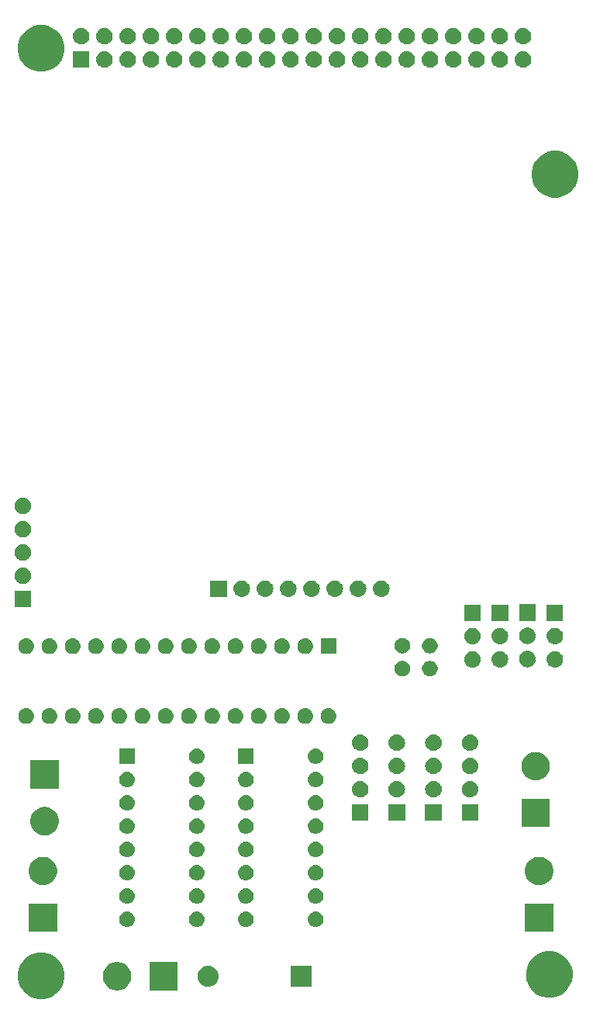
<source format=gbr>
G04 #@! TF.GenerationSoftware,KiCad,Pcbnew,5.0.2-bee76a0~70~ubuntu18.04.1*
G04 #@! TF.CreationDate,2019-03-12T23:57:18+00:00*
G04 #@! TF.ProjectId,tb2,7462322e-6b69-4636-9164-5f7063625858,rev?*
G04 #@! TF.SameCoordinates,Original*
G04 #@! TF.FileFunction,Soldermask,Bot*
G04 #@! TF.FilePolarity,Negative*
%FSLAX46Y46*%
G04 Gerber Fmt 4.6, Leading zero omitted, Abs format (unit mm)*
G04 Created by KiCad (PCBNEW 5.0.2-bee76a0~70~ubuntu18.04.1) date Tue 12 Mar 2019 23:57:18 GMT*
%MOMM*%
%LPD*%
G01*
G04 APERTURE LIST*
%ADD10C,0.100000*%
G04 APERTURE END LIST*
D10*
G36*
X43744096Y-165187033D02*
X43744098Y-165187034D01*
X43744099Y-165187034D01*
X44208352Y-165379333D01*
X44416643Y-165518509D01*
X44626171Y-165658511D01*
X44981489Y-166013829D01*
X44981491Y-166013832D01*
X45260667Y-166431648D01*
X45447283Y-166882182D01*
X45452967Y-166895904D01*
X45551000Y-167388747D01*
X45551000Y-167891253D01*
X45461230Y-168342556D01*
X45452966Y-168384099D01*
X45260667Y-168848352D01*
X45075036Y-169126168D01*
X44981489Y-169266171D01*
X44626171Y-169621489D01*
X44626168Y-169621491D01*
X44208352Y-169900667D01*
X43744099Y-170092966D01*
X43744098Y-170092966D01*
X43744096Y-170092967D01*
X43251253Y-170191000D01*
X42748747Y-170191000D01*
X42255904Y-170092967D01*
X42255902Y-170092966D01*
X42255901Y-170092966D01*
X41791648Y-169900667D01*
X41373832Y-169621491D01*
X41373829Y-169621489D01*
X41018511Y-169266171D01*
X40924964Y-169126168D01*
X40739333Y-168848352D01*
X40547034Y-168384099D01*
X40538771Y-168342556D01*
X40449000Y-167891253D01*
X40449000Y-167388747D01*
X40547033Y-166895904D01*
X40552717Y-166882182D01*
X40739333Y-166431648D01*
X41018509Y-166013832D01*
X41018511Y-166013829D01*
X41373829Y-165658511D01*
X41583357Y-165518509D01*
X41791648Y-165379333D01*
X42255901Y-165187034D01*
X42255902Y-165187034D01*
X42255904Y-165187033D01*
X42748747Y-165089000D01*
X43251253Y-165089000D01*
X43744096Y-165187033D01*
X43744096Y-165187033D01*
G37*
G36*
X99244096Y-165047033D02*
X99244098Y-165047034D01*
X99244099Y-165047034D01*
X99708352Y-165239333D01*
X100124284Y-165517250D01*
X100126171Y-165518511D01*
X100481489Y-165873829D01*
X100481491Y-165873832D01*
X100760667Y-166291648D01*
X100945695Y-166738347D01*
X100952967Y-166755904D01*
X101051000Y-167248747D01*
X101051000Y-167751253D01*
X100971205Y-168152410D01*
X100952966Y-168244099D01*
X100760667Y-168708352D01*
X100482750Y-169124284D01*
X100481489Y-169126171D01*
X100126171Y-169481489D01*
X100126168Y-169481491D01*
X99708352Y-169760667D01*
X99244099Y-169952966D01*
X99244098Y-169952966D01*
X99244096Y-169952967D01*
X98751253Y-170051000D01*
X98248747Y-170051000D01*
X97755904Y-169952967D01*
X97755902Y-169952966D01*
X97755901Y-169952966D01*
X97291648Y-169760667D01*
X96873832Y-169481491D01*
X96873829Y-169481489D01*
X96518511Y-169126171D01*
X96517250Y-169124284D01*
X96239333Y-168708352D01*
X96047034Y-168244099D01*
X96028796Y-168152410D01*
X95949000Y-167751253D01*
X95949000Y-167248747D01*
X96047033Y-166755904D01*
X96054305Y-166738347D01*
X96239333Y-166291648D01*
X96518509Y-165873832D01*
X96518511Y-165873829D01*
X96873829Y-165518511D01*
X96875716Y-165517250D01*
X97291648Y-165239333D01*
X97755901Y-165047034D01*
X97755902Y-165047034D01*
X97755904Y-165047033D01*
X98248747Y-164949000D01*
X98751253Y-164949000D01*
X99244096Y-165047033D01*
X99244096Y-165047033D01*
G37*
G36*
X51642527Y-166188736D02*
X51742410Y-166208604D01*
X52024674Y-166325521D01*
X52278705Y-166495259D01*
X52494741Y-166711295D01*
X52664479Y-166965326D01*
X52781396Y-167247590D01*
X52781396Y-167247591D01*
X52841000Y-167547238D01*
X52841000Y-167852762D01*
X52801264Y-168052527D01*
X52781396Y-168152410D01*
X52664479Y-168434674D01*
X52494741Y-168688705D01*
X52278705Y-168904741D01*
X52024674Y-169074479D01*
X51742410Y-169191396D01*
X51642527Y-169211264D01*
X51442762Y-169251000D01*
X51137238Y-169251000D01*
X50937473Y-169211264D01*
X50837590Y-169191396D01*
X50555326Y-169074479D01*
X50301295Y-168904741D01*
X50085259Y-168688705D01*
X49915521Y-168434674D01*
X49798604Y-168152410D01*
X49778736Y-168052527D01*
X49739000Y-167852762D01*
X49739000Y-167547238D01*
X49798604Y-167247591D01*
X49798604Y-167247590D01*
X49915521Y-166965326D01*
X50085259Y-166711295D01*
X50301295Y-166495259D01*
X50555326Y-166325521D01*
X50837590Y-166208604D01*
X50937473Y-166188736D01*
X51137238Y-166149000D01*
X51442762Y-166149000D01*
X51642527Y-166188736D01*
X51642527Y-166188736D01*
G37*
G36*
X57921000Y-169251000D02*
X54819000Y-169251000D01*
X54819000Y-166149000D01*
X57921000Y-166149000D01*
X57921000Y-169251000D01*
X57921000Y-169251000D01*
G37*
G36*
X61334180Y-166555662D02*
X61435635Y-166565654D01*
X61652600Y-166631470D01*
X61652602Y-166631471D01*
X61652605Y-166631472D01*
X61852556Y-166738347D01*
X62027818Y-166882182D01*
X62171653Y-167057444D01*
X62278528Y-167257395D01*
X62278529Y-167257398D01*
X62278530Y-167257400D01*
X62344346Y-167474365D01*
X62366569Y-167700000D01*
X62344346Y-167925635D01*
X62278530Y-168142600D01*
X62278528Y-168142605D01*
X62171653Y-168342556D01*
X62027818Y-168517818D01*
X61852556Y-168661653D01*
X61652605Y-168768528D01*
X61652602Y-168768529D01*
X61652600Y-168768530D01*
X61435635Y-168834346D01*
X61334180Y-168844338D01*
X61266545Y-168851000D01*
X61153455Y-168851000D01*
X61085820Y-168844338D01*
X60984365Y-168834346D01*
X60767400Y-168768530D01*
X60767398Y-168768529D01*
X60767395Y-168768528D01*
X60567444Y-168661653D01*
X60392182Y-168517818D01*
X60248347Y-168342556D01*
X60141472Y-168142605D01*
X60141470Y-168142600D01*
X60075654Y-167925635D01*
X60053431Y-167700000D01*
X60075654Y-167474365D01*
X60141470Y-167257400D01*
X60141471Y-167257398D01*
X60141472Y-167257395D01*
X60248347Y-167057444D01*
X60392182Y-166882182D01*
X60567444Y-166738347D01*
X60767395Y-166631472D01*
X60767398Y-166631471D01*
X60767400Y-166631470D01*
X60984365Y-166565654D01*
X61085820Y-166555662D01*
X61153455Y-166549000D01*
X61266545Y-166549000D01*
X61334180Y-166555662D01*
X61334180Y-166555662D01*
G37*
G36*
X72521000Y-168851000D02*
X70219000Y-168851000D01*
X70219000Y-166549000D01*
X72521000Y-166549000D01*
X72521000Y-168851000D01*
X72521000Y-168851000D01*
G37*
G36*
X98921000Y-162841000D02*
X95819000Y-162841000D01*
X95819000Y-159739000D01*
X98921000Y-159739000D01*
X98921000Y-162841000D01*
X98921000Y-162841000D01*
G37*
G36*
X44731000Y-162841000D02*
X41629000Y-162841000D01*
X41629000Y-159739000D01*
X44731000Y-159739000D01*
X44731000Y-162841000D01*
X44731000Y-162841000D01*
G37*
G36*
X52536821Y-160641313D02*
X52536824Y-160641314D01*
X52536825Y-160641314D01*
X52697239Y-160689975D01*
X52697241Y-160689976D01*
X52697244Y-160689977D01*
X52845078Y-160768995D01*
X52974659Y-160875341D01*
X53081005Y-161004922D01*
X53160023Y-161152756D01*
X53208687Y-161313179D01*
X53225117Y-161480000D01*
X53208687Y-161646821D01*
X53160023Y-161807244D01*
X53081005Y-161955078D01*
X52974659Y-162084659D01*
X52845078Y-162191005D01*
X52697244Y-162270023D01*
X52697241Y-162270024D01*
X52697239Y-162270025D01*
X52536825Y-162318686D01*
X52536824Y-162318686D01*
X52536821Y-162318687D01*
X52411804Y-162331000D01*
X52328196Y-162331000D01*
X52203179Y-162318687D01*
X52203176Y-162318686D01*
X52203175Y-162318686D01*
X52042761Y-162270025D01*
X52042759Y-162270024D01*
X52042756Y-162270023D01*
X51894922Y-162191005D01*
X51765341Y-162084659D01*
X51658995Y-161955078D01*
X51579977Y-161807244D01*
X51531313Y-161646821D01*
X51514883Y-161480000D01*
X51531313Y-161313179D01*
X51579977Y-161152756D01*
X51658995Y-161004922D01*
X51765341Y-160875341D01*
X51894922Y-160768995D01*
X52042756Y-160689977D01*
X52042759Y-160689976D01*
X52042761Y-160689975D01*
X52203175Y-160641314D01*
X52203176Y-160641314D01*
X52203179Y-160641313D01*
X52328196Y-160629000D01*
X52411804Y-160629000D01*
X52536821Y-160641313D01*
X52536821Y-160641313D01*
G37*
G36*
X60156821Y-160641313D02*
X60156824Y-160641314D01*
X60156825Y-160641314D01*
X60317239Y-160689975D01*
X60317241Y-160689976D01*
X60317244Y-160689977D01*
X60465078Y-160768995D01*
X60594659Y-160875341D01*
X60701005Y-161004922D01*
X60780023Y-161152756D01*
X60828687Y-161313179D01*
X60845117Y-161480000D01*
X60828687Y-161646821D01*
X60780023Y-161807244D01*
X60701005Y-161955078D01*
X60594659Y-162084659D01*
X60465078Y-162191005D01*
X60317244Y-162270023D01*
X60317241Y-162270024D01*
X60317239Y-162270025D01*
X60156825Y-162318686D01*
X60156824Y-162318686D01*
X60156821Y-162318687D01*
X60031804Y-162331000D01*
X59948196Y-162331000D01*
X59823179Y-162318687D01*
X59823176Y-162318686D01*
X59823175Y-162318686D01*
X59662761Y-162270025D01*
X59662759Y-162270024D01*
X59662756Y-162270023D01*
X59514922Y-162191005D01*
X59385341Y-162084659D01*
X59278995Y-161955078D01*
X59199977Y-161807244D01*
X59151313Y-161646821D01*
X59134883Y-161480000D01*
X59151313Y-161313179D01*
X59199977Y-161152756D01*
X59278995Y-161004922D01*
X59385341Y-160875341D01*
X59514922Y-160768995D01*
X59662756Y-160689977D01*
X59662759Y-160689976D01*
X59662761Y-160689975D01*
X59823175Y-160641314D01*
X59823176Y-160641314D01*
X59823179Y-160641313D01*
X59948196Y-160629000D01*
X60031804Y-160629000D01*
X60156821Y-160641313D01*
X60156821Y-160641313D01*
G37*
G36*
X65536821Y-160641313D02*
X65536824Y-160641314D01*
X65536825Y-160641314D01*
X65697239Y-160689975D01*
X65697241Y-160689976D01*
X65697244Y-160689977D01*
X65845078Y-160768995D01*
X65974659Y-160875341D01*
X66081005Y-161004922D01*
X66160023Y-161152756D01*
X66208687Y-161313179D01*
X66225117Y-161480000D01*
X66208687Y-161646821D01*
X66160023Y-161807244D01*
X66081005Y-161955078D01*
X65974659Y-162084659D01*
X65845078Y-162191005D01*
X65697244Y-162270023D01*
X65697241Y-162270024D01*
X65697239Y-162270025D01*
X65536825Y-162318686D01*
X65536824Y-162318686D01*
X65536821Y-162318687D01*
X65411804Y-162331000D01*
X65328196Y-162331000D01*
X65203179Y-162318687D01*
X65203176Y-162318686D01*
X65203175Y-162318686D01*
X65042761Y-162270025D01*
X65042759Y-162270024D01*
X65042756Y-162270023D01*
X64894922Y-162191005D01*
X64765341Y-162084659D01*
X64658995Y-161955078D01*
X64579977Y-161807244D01*
X64531313Y-161646821D01*
X64514883Y-161480000D01*
X64531313Y-161313179D01*
X64579977Y-161152756D01*
X64658995Y-161004922D01*
X64765341Y-160875341D01*
X64894922Y-160768995D01*
X65042756Y-160689977D01*
X65042759Y-160689976D01*
X65042761Y-160689975D01*
X65203175Y-160641314D01*
X65203176Y-160641314D01*
X65203179Y-160641313D01*
X65328196Y-160629000D01*
X65411804Y-160629000D01*
X65536821Y-160641313D01*
X65536821Y-160641313D01*
G37*
G36*
X73156821Y-160641313D02*
X73156824Y-160641314D01*
X73156825Y-160641314D01*
X73317239Y-160689975D01*
X73317241Y-160689976D01*
X73317244Y-160689977D01*
X73465078Y-160768995D01*
X73594659Y-160875341D01*
X73701005Y-161004922D01*
X73780023Y-161152756D01*
X73828687Y-161313179D01*
X73845117Y-161480000D01*
X73828687Y-161646821D01*
X73780023Y-161807244D01*
X73701005Y-161955078D01*
X73594659Y-162084659D01*
X73465078Y-162191005D01*
X73317244Y-162270023D01*
X73317241Y-162270024D01*
X73317239Y-162270025D01*
X73156825Y-162318686D01*
X73156824Y-162318686D01*
X73156821Y-162318687D01*
X73031804Y-162331000D01*
X72948196Y-162331000D01*
X72823179Y-162318687D01*
X72823176Y-162318686D01*
X72823175Y-162318686D01*
X72662761Y-162270025D01*
X72662759Y-162270024D01*
X72662756Y-162270023D01*
X72514922Y-162191005D01*
X72385341Y-162084659D01*
X72278995Y-161955078D01*
X72199977Y-161807244D01*
X72151313Y-161646821D01*
X72134883Y-161480000D01*
X72151313Y-161313179D01*
X72199977Y-161152756D01*
X72278995Y-161004922D01*
X72385341Y-160875341D01*
X72514922Y-160768995D01*
X72662756Y-160689977D01*
X72662759Y-160689976D01*
X72662761Y-160689975D01*
X72823175Y-160641314D01*
X72823176Y-160641314D01*
X72823179Y-160641313D01*
X72948196Y-160629000D01*
X73031804Y-160629000D01*
X73156821Y-160641313D01*
X73156821Y-160641313D01*
G37*
G36*
X65536821Y-158101313D02*
X65536824Y-158101314D01*
X65536825Y-158101314D01*
X65697239Y-158149975D01*
X65697241Y-158149976D01*
X65697244Y-158149977D01*
X65845078Y-158228995D01*
X65974659Y-158335341D01*
X66081005Y-158464922D01*
X66160023Y-158612756D01*
X66208687Y-158773179D01*
X66225117Y-158940000D01*
X66208687Y-159106821D01*
X66160023Y-159267244D01*
X66081005Y-159415078D01*
X65974659Y-159544659D01*
X65845078Y-159651005D01*
X65697244Y-159730023D01*
X65697241Y-159730024D01*
X65697239Y-159730025D01*
X65536825Y-159778686D01*
X65536824Y-159778686D01*
X65536821Y-159778687D01*
X65411804Y-159791000D01*
X65328196Y-159791000D01*
X65203179Y-159778687D01*
X65203176Y-159778686D01*
X65203175Y-159778686D01*
X65042761Y-159730025D01*
X65042759Y-159730024D01*
X65042756Y-159730023D01*
X64894922Y-159651005D01*
X64765341Y-159544659D01*
X64658995Y-159415078D01*
X64579977Y-159267244D01*
X64531313Y-159106821D01*
X64514883Y-158940000D01*
X64531313Y-158773179D01*
X64579977Y-158612756D01*
X64658995Y-158464922D01*
X64765341Y-158335341D01*
X64894922Y-158228995D01*
X65042756Y-158149977D01*
X65042759Y-158149976D01*
X65042761Y-158149975D01*
X65203175Y-158101314D01*
X65203176Y-158101314D01*
X65203179Y-158101313D01*
X65328196Y-158089000D01*
X65411804Y-158089000D01*
X65536821Y-158101313D01*
X65536821Y-158101313D01*
G37*
G36*
X60156821Y-158101313D02*
X60156824Y-158101314D01*
X60156825Y-158101314D01*
X60317239Y-158149975D01*
X60317241Y-158149976D01*
X60317244Y-158149977D01*
X60465078Y-158228995D01*
X60594659Y-158335341D01*
X60701005Y-158464922D01*
X60780023Y-158612756D01*
X60828687Y-158773179D01*
X60845117Y-158940000D01*
X60828687Y-159106821D01*
X60780023Y-159267244D01*
X60701005Y-159415078D01*
X60594659Y-159544659D01*
X60465078Y-159651005D01*
X60317244Y-159730023D01*
X60317241Y-159730024D01*
X60317239Y-159730025D01*
X60156825Y-159778686D01*
X60156824Y-159778686D01*
X60156821Y-159778687D01*
X60031804Y-159791000D01*
X59948196Y-159791000D01*
X59823179Y-159778687D01*
X59823176Y-159778686D01*
X59823175Y-159778686D01*
X59662761Y-159730025D01*
X59662759Y-159730024D01*
X59662756Y-159730023D01*
X59514922Y-159651005D01*
X59385341Y-159544659D01*
X59278995Y-159415078D01*
X59199977Y-159267244D01*
X59151313Y-159106821D01*
X59134883Y-158940000D01*
X59151313Y-158773179D01*
X59199977Y-158612756D01*
X59278995Y-158464922D01*
X59385341Y-158335341D01*
X59514922Y-158228995D01*
X59662756Y-158149977D01*
X59662759Y-158149976D01*
X59662761Y-158149975D01*
X59823175Y-158101314D01*
X59823176Y-158101314D01*
X59823179Y-158101313D01*
X59948196Y-158089000D01*
X60031804Y-158089000D01*
X60156821Y-158101313D01*
X60156821Y-158101313D01*
G37*
G36*
X52536821Y-158101313D02*
X52536824Y-158101314D01*
X52536825Y-158101314D01*
X52697239Y-158149975D01*
X52697241Y-158149976D01*
X52697244Y-158149977D01*
X52845078Y-158228995D01*
X52974659Y-158335341D01*
X53081005Y-158464922D01*
X53160023Y-158612756D01*
X53208687Y-158773179D01*
X53225117Y-158940000D01*
X53208687Y-159106821D01*
X53160023Y-159267244D01*
X53081005Y-159415078D01*
X52974659Y-159544659D01*
X52845078Y-159651005D01*
X52697244Y-159730023D01*
X52697241Y-159730024D01*
X52697239Y-159730025D01*
X52536825Y-159778686D01*
X52536824Y-159778686D01*
X52536821Y-159778687D01*
X52411804Y-159791000D01*
X52328196Y-159791000D01*
X52203179Y-159778687D01*
X52203176Y-159778686D01*
X52203175Y-159778686D01*
X52042761Y-159730025D01*
X52042759Y-159730024D01*
X52042756Y-159730023D01*
X51894922Y-159651005D01*
X51765341Y-159544659D01*
X51658995Y-159415078D01*
X51579977Y-159267244D01*
X51531313Y-159106821D01*
X51514883Y-158940000D01*
X51531313Y-158773179D01*
X51579977Y-158612756D01*
X51658995Y-158464922D01*
X51765341Y-158335341D01*
X51894922Y-158228995D01*
X52042756Y-158149977D01*
X52042759Y-158149976D01*
X52042761Y-158149975D01*
X52203175Y-158101314D01*
X52203176Y-158101314D01*
X52203179Y-158101313D01*
X52328196Y-158089000D01*
X52411804Y-158089000D01*
X52536821Y-158101313D01*
X52536821Y-158101313D01*
G37*
G36*
X73156821Y-158101313D02*
X73156824Y-158101314D01*
X73156825Y-158101314D01*
X73317239Y-158149975D01*
X73317241Y-158149976D01*
X73317244Y-158149977D01*
X73465078Y-158228995D01*
X73594659Y-158335341D01*
X73701005Y-158464922D01*
X73780023Y-158612756D01*
X73828687Y-158773179D01*
X73845117Y-158940000D01*
X73828687Y-159106821D01*
X73780023Y-159267244D01*
X73701005Y-159415078D01*
X73594659Y-159544659D01*
X73465078Y-159651005D01*
X73317244Y-159730023D01*
X73317241Y-159730024D01*
X73317239Y-159730025D01*
X73156825Y-159778686D01*
X73156824Y-159778686D01*
X73156821Y-159778687D01*
X73031804Y-159791000D01*
X72948196Y-159791000D01*
X72823179Y-159778687D01*
X72823176Y-159778686D01*
X72823175Y-159778686D01*
X72662761Y-159730025D01*
X72662759Y-159730024D01*
X72662756Y-159730023D01*
X72514922Y-159651005D01*
X72385341Y-159544659D01*
X72278995Y-159415078D01*
X72199977Y-159267244D01*
X72151313Y-159106821D01*
X72134883Y-158940000D01*
X72151313Y-158773179D01*
X72199977Y-158612756D01*
X72278995Y-158464922D01*
X72385341Y-158335341D01*
X72514922Y-158228995D01*
X72662756Y-158149977D01*
X72662759Y-158149976D01*
X72662761Y-158149975D01*
X72823175Y-158101314D01*
X72823176Y-158101314D01*
X72823179Y-158101313D01*
X72948196Y-158089000D01*
X73031804Y-158089000D01*
X73156821Y-158101313D01*
X73156821Y-158101313D01*
G37*
G36*
X97722275Y-154698686D02*
X97822410Y-154718604D01*
X98104674Y-154835521D01*
X98358705Y-155005259D01*
X98574741Y-155221295D01*
X98744479Y-155475326D01*
X98861396Y-155757590D01*
X98921000Y-156057240D01*
X98921000Y-156362760D01*
X98861396Y-156662410D01*
X98744479Y-156944674D01*
X98574741Y-157198705D01*
X98358705Y-157414741D01*
X98104674Y-157584479D01*
X97822410Y-157701396D01*
X97722527Y-157721264D01*
X97522762Y-157761000D01*
X97217238Y-157761000D01*
X97017473Y-157721264D01*
X96917590Y-157701396D01*
X96635326Y-157584479D01*
X96381295Y-157414741D01*
X96165259Y-157198705D01*
X95995521Y-156944674D01*
X95878604Y-156662410D01*
X95819000Y-156362760D01*
X95819000Y-156057240D01*
X95878604Y-155757590D01*
X95995521Y-155475326D01*
X96165259Y-155221295D01*
X96381295Y-155005259D01*
X96635326Y-154835521D01*
X96917590Y-154718604D01*
X97017725Y-154698686D01*
X97217238Y-154659000D01*
X97522762Y-154659000D01*
X97722275Y-154698686D01*
X97722275Y-154698686D01*
G37*
G36*
X43532275Y-154698686D02*
X43632410Y-154718604D01*
X43914674Y-154835521D01*
X44168705Y-155005259D01*
X44384741Y-155221295D01*
X44554479Y-155475326D01*
X44671396Y-155757590D01*
X44731000Y-156057240D01*
X44731000Y-156362760D01*
X44671396Y-156662410D01*
X44554479Y-156944674D01*
X44384741Y-157198705D01*
X44168705Y-157414741D01*
X43914674Y-157584479D01*
X43632410Y-157701396D01*
X43532527Y-157721264D01*
X43332762Y-157761000D01*
X43027238Y-157761000D01*
X42827473Y-157721264D01*
X42727590Y-157701396D01*
X42445326Y-157584479D01*
X42191295Y-157414741D01*
X41975259Y-157198705D01*
X41805521Y-156944674D01*
X41688604Y-156662410D01*
X41629000Y-156362760D01*
X41629000Y-156057240D01*
X41688604Y-155757590D01*
X41805521Y-155475326D01*
X41975259Y-155221295D01*
X42191295Y-155005259D01*
X42445326Y-154835521D01*
X42727590Y-154718604D01*
X42827725Y-154698686D01*
X43027238Y-154659000D01*
X43332762Y-154659000D01*
X43532275Y-154698686D01*
X43532275Y-154698686D01*
G37*
G36*
X60156821Y-155561313D02*
X60156824Y-155561314D01*
X60156825Y-155561314D01*
X60317239Y-155609975D01*
X60317241Y-155609976D01*
X60317244Y-155609977D01*
X60465078Y-155688995D01*
X60594659Y-155795341D01*
X60701005Y-155924922D01*
X60780023Y-156072756D01*
X60828687Y-156233179D01*
X60845117Y-156400000D01*
X60828687Y-156566821D01*
X60828686Y-156566824D01*
X60828686Y-156566825D01*
X60799691Y-156662410D01*
X60780023Y-156727244D01*
X60701005Y-156875078D01*
X60594659Y-157004659D01*
X60465078Y-157111005D01*
X60317244Y-157190023D01*
X60317241Y-157190024D01*
X60317239Y-157190025D01*
X60156825Y-157238686D01*
X60156824Y-157238686D01*
X60156821Y-157238687D01*
X60031804Y-157251000D01*
X59948196Y-157251000D01*
X59823179Y-157238687D01*
X59823176Y-157238686D01*
X59823175Y-157238686D01*
X59662761Y-157190025D01*
X59662759Y-157190024D01*
X59662756Y-157190023D01*
X59514922Y-157111005D01*
X59385341Y-157004659D01*
X59278995Y-156875078D01*
X59199977Y-156727244D01*
X59180310Y-156662410D01*
X59151314Y-156566825D01*
X59151314Y-156566824D01*
X59151313Y-156566821D01*
X59134883Y-156400000D01*
X59151313Y-156233179D01*
X59199977Y-156072756D01*
X59278995Y-155924922D01*
X59385341Y-155795341D01*
X59514922Y-155688995D01*
X59662756Y-155609977D01*
X59662759Y-155609976D01*
X59662761Y-155609975D01*
X59823175Y-155561314D01*
X59823176Y-155561314D01*
X59823179Y-155561313D01*
X59948196Y-155549000D01*
X60031804Y-155549000D01*
X60156821Y-155561313D01*
X60156821Y-155561313D01*
G37*
G36*
X52536821Y-155561313D02*
X52536824Y-155561314D01*
X52536825Y-155561314D01*
X52697239Y-155609975D01*
X52697241Y-155609976D01*
X52697244Y-155609977D01*
X52845078Y-155688995D01*
X52974659Y-155795341D01*
X53081005Y-155924922D01*
X53160023Y-156072756D01*
X53208687Y-156233179D01*
X53225117Y-156400000D01*
X53208687Y-156566821D01*
X53208686Y-156566824D01*
X53208686Y-156566825D01*
X53179691Y-156662410D01*
X53160023Y-156727244D01*
X53081005Y-156875078D01*
X52974659Y-157004659D01*
X52845078Y-157111005D01*
X52697244Y-157190023D01*
X52697241Y-157190024D01*
X52697239Y-157190025D01*
X52536825Y-157238686D01*
X52536824Y-157238686D01*
X52536821Y-157238687D01*
X52411804Y-157251000D01*
X52328196Y-157251000D01*
X52203179Y-157238687D01*
X52203176Y-157238686D01*
X52203175Y-157238686D01*
X52042761Y-157190025D01*
X52042759Y-157190024D01*
X52042756Y-157190023D01*
X51894922Y-157111005D01*
X51765341Y-157004659D01*
X51658995Y-156875078D01*
X51579977Y-156727244D01*
X51560310Y-156662410D01*
X51531314Y-156566825D01*
X51531314Y-156566824D01*
X51531313Y-156566821D01*
X51514883Y-156400000D01*
X51531313Y-156233179D01*
X51579977Y-156072756D01*
X51658995Y-155924922D01*
X51765341Y-155795341D01*
X51894922Y-155688995D01*
X52042756Y-155609977D01*
X52042759Y-155609976D01*
X52042761Y-155609975D01*
X52203175Y-155561314D01*
X52203176Y-155561314D01*
X52203179Y-155561313D01*
X52328196Y-155549000D01*
X52411804Y-155549000D01*
X52536821Y-155561313D01*
X52536821Y-155561313D01*
G37*
G36*
X73156821Y-155561313D02*
X73156824Y-155561314D01*
X73156825Y-155561314D01*
X73317239Y-155609975D01*
X73317241Y-155609976D01*
X73317244Y-155609977D01*
X73465078Y-155688995D01*
X73594659Y-155795341D01*
X73701005Y-155924922D01*
X73780023Y-156072756D01*
X73828687Y-156233179D01*
X73845117Y-156400000D01*
X73828687Y-156566821D01*
X73828686Y-156566824D01*
X73828686Y-156566825D01*
X73799691Y-156662410D01*
X73780023Y-156727244D01*
X73701005Y-156875078D01*
X73594659Y-157004659D01*
X73465078Y-157111005D01*
X73317244Y-157190023D01*
X73317241Y-157190024D01*
X73317239Y-157190025D01*
X73156825Y-157238686D01*
X73156824Y-157238686D01*
X73156821Y-157238687D01*
X73031804Y-157251000D01*
X72948196Y-157251000D01*
X72823179Y-157238687D01*
X72823176Y-157238686D01*
X72823175Y-157238686D01*
X72662761Y-157190025D01*
X72662759Y-157190024D01*
X72662756Y-157190023D01*
X72514922Y-157111005D01*
X72385341Y-157004659D01*
X72278995Y-156875078D01*
X72199977Y-156727244D01*
X72180310Y-156662410D01*
X72151314Y-156566825D01*
X72151314Y-156566824D01*
X72151313Y-156566821D01*
X72134883Y-156400000D01*
X72151313Y-156233179D01*
X72199977Y-156072756D01*
X72278995Y-155924922D01*
X72385341Y-155795341D01*
X72514922Y-155688995D01*
X72662756Y-155609977D01*
X72662759Y-155609976D01*
X72662761Y-155609975D01*
X72823175Y-155561314D01*
X72823176Y-155561314D01*
X72823179Y-155561313D01*
X72948196Y-155549000D01*
X73031804Y-155549000D01*
X73156821Y-155561313D01*
X73156821Y-155561313D01*
G37*
G36*
X65536821Y-155561313D02*
X65536824Y-155561314D01*
X65536825Y-155561314D01*
X65697239Y-155609975D01*
X65697241Y-155609976D01*
X65697244Y-155609977D01*
X65845078Y-155688995D01*
X65974659Y-155795341D01*
X66081005Y-155924922D01*
X66160023Y-156072756D01*
X66208687Y-156233179D01*
X66225117Y-156400000D01*
X66208687Y-156566821D01*
X66208686Y-156566824D01*
X66208686Y-156566825D01*
X66179691Y-156662410D01*
X66160023Y-156727244D01*
X66081005Y-156875078D01*
X65974659Y-157004659D01*
X65845078Y-157111005D01*
X65697244Y-157190023D01*
X65697241Y-157190024D01*
X65697239Y-157190025D01*
X65536825Y-157238686D01*
X65536824Y-157238686D01*
X65536821Y-157238687D01*
X65411804Y-157251000D01*
X65328196Y-157251000D01*
X65203179Y-157238687D01*
X65203176Y-157238686D01*
X65203175Y-157238686D01*
X65042761Y-157190025D01*
X65042759Y-157190024D01*
X65042756Y-157190023D01*
X64894922Y-157111005D01*
X64765341Y-157004659D01*
X64658995Y-156875078D01*
X64579977Y-156727244D01*
X64560310Y-156662410D01*
X64531314Y-156566825D01*
X64531314Y-156566824D01*
X64531313Y-156566821D01*
X64514883Y-156400000D01*
X64531313Y-156233179D01*
X64579977Y-156072756D01*
X64658995Y-155924922D01*
X64765341Y-155795341D01*
X64894922Y-155688995D01*
X65042756Y-155609977D01*
X65042759Y-155609976D01*
X65042761Y-155609975D01*
X65203175Y-155561314D01*
X65203176Y-155561314D01*
X65203179Y-155561313D01*
X65328196Y-155549000D01*
X65411804Y-155549000D01*
X65536821Y-155561313D01*
X65536821Y-155561313D01*
G37*
G36*
X65536821Y-153021313D02*
X65536824Y-153021314D01*
X65536825Y-153021314D01*
X65697239Y-153069975D01*
X65697241Y-153069976D01*
X65697244Y-153069977D01*
X65845078Y-153148995D01*
X65974659Y-153255341D01*
X66081005Y-153384922D01*
X66160023Y-153532756D01*
X66208687Y-153693179D01*
X66225117Y-153860000D01*
X66208687Y-154026821D01*
X66160023Y-154187244D01*
X66081005Y-154335078D01*
X65974659Y-154464659D01*
X65845078Y-154571005D01*
X65697244Y-154650023D01*
X65697241Y-154650024D01*
X65697239Y-154650025D01*
X65536825Y-154698686D01*
X65536824Y-154698686D01*
X65536821Y-154698687D01*
X65411804Y-154711000D01*
X65328196Y-154711000D01*
X65203179Y-154698687D01*
X65203176Y-154698686D01*
X65203175Y-154698686D01*
X65042761Y-154650025D01*
X65042759Y-154650024D01*
X65042756Y-154650023D01*
X64894922Y-154571005D01*
X64765341Y-154464659D01*
X64658995Y-154335078D01*
X64579977Y-154187244D01*
X64531313Y-154026821D01*
X64514883Y-153860000D01*
X64531313Y-153693179D01*
X64579977Y-153532756D01*
X64658995Y-153384922D01*
X64765341Y-153255341D01*
X64894922Y-153148995D01*
X65042756Y-153069977D01*
X65042759Y-153069976D01*
X65042761Y-153069975D01*
X65203175Y-153021314D01*
X65203176Y-153021314D01*
X65203179Y-153021313D01*
X65328196Y-153009000D01*
X65411804Y-153009000D01*
X65536821Y-153021313D01*
X65536821Y-153021313D01*
G37*
G36*
X60156821Y-153021313D02*
X60156824Y-153021314D01*
X60156825Y-153021314D01*
X60317239Y-153069975D01*
X60317241Y-153069976D01*
X60317244Y-153069977D01*
X60465078Y-153148995D01*
X60594659Y-153255341D01*
X60701005Y-153384922D01*
X60780023Y-153532756D01*
X60828687Y-153693179D01*
X60845117Y-153860000D01*
X60828687Y-154026821D01*
X60780023Y-154187244D01*
X60701005Y-154335078D01*
X60594659Y-154464659D01*
X60465078Y-154571005D01*
X60317244Y-154650023D01*
X60317241Y-154650024D01*
X60317239Y-154650025D01*
X60156825Y-154698686D01*
X60156824Y-154698686D01*
X60156821Y-154698687D01*
X60031804Y-154711000D01*
X59948196Y-154711000D01*
X59823179Y-154698687D01*
X59823176Y-154698686D01*
X59823175Y-154698686D01*
X59662761Y-154650025D01*
X59662759Y-154650024D01*
X59662756Y-154650023D01*
X59514922Y-154571005D01*
X59385341Y-154464659D01*
X59278995Y-154335078D01*
X59199977Y-154187244D01*
X59151313Y-154026821D01*
X59134883Y-153860000D01*
X59151313Y-153693179D01*
X59199977Y-153532756D01*
X59278995Y-153384922D01*
X59385341Y-153255341D01*
X59514922Y-153148995D01*
X59662756Y-153069977D01*
X59662759Y-153069976D01*
X59662761Y-153069975D01*
X59823175Y-153021314D01*
X59823176Y-153021314D01*
X59823179Y-153021313D01*
X59948196Y-153009000D01*
X60031804Y-153009000D01*
X60156821Y-153021313D01*
X60156821Y-153021313D01*
G37*
G36*
X73156821Y-153021313D02*
X73156824Y-153021314D01*
X73156825Y-153021314D01*
X73317239Y-153069975D01*
X73317241Y-153069976D01*
X73317244Y-153069977D01*
X73465078Y-153148995D01*
X73594659Y-153255341D01*
X73701005Y-153384922D01*
X73780023Y-153532756D01*
X73828687Y-153693179D01*
X73845117Y-153860000D01*
X73828687Y-154026821D01*
X73780023Y-154187244D01*
X73701005Y-154335078D01*
X73594659Y-154464659D01*
X73465078Y-154571005D01*
X73317244Y-154650023D01*
X73317241Y-154650024D01*
X73317239Y-154650025D01*
X73156825Y-154698686D01*
X73156824Y-154698686D01*
X73156821Y-154698687D01*
X73031804Y-154711000D01*
X72948196Y-154711000D01*
X72823179Y-154698687D01*
X72823176Y-154698686D01*
X72823175Y-154698686D01*
X72662761Y-154650025D01*
X72662759Y-154650024D01*
X72662756Y-154650023D01*
X72514922Y-154571005D01*
X72385341Y-154464659D01*
X72278995Y-154335078D01*
X72199977Y-154187244D01*
X72151313Y-154026821D01*
X72134883Y-153860000D01*
X72151313Y-153693179D01*
X72199977Y-153532756D01*
X72278995Y-153384922D01*
X72385341Y-153255341D01*
X72514922Y-153148995D01*
X72662756Y-153069977D01*
X72662759Y-153069976D01*
X72662761Y-153069975D01*
X72823175Y-153021314D01*
X72823176Y-153021314D01*
X72823179Y-153021313D01*
X72948196Y-153009000D01*
X73031804Y-153009000D01*
X73156821Y-153021313D01*
X73156821Y-153021313D01*
G37*
G36*
X52536821Y-153021313D02*
X52536824Y-153021314D01*
X52536825Y-153021314D01*
X52697239Y-153069975D01*
X52697241Y-153069976D01*
X52697244Y-153069977D01*
X52845078Y-153148995D01*
X52974659Y-153255341D01*
X53081005Y-153384922D01*
X53160023Y-153532756D01*
X53208687Y-153693179D01*
X53225117Y-153860000D01*
X53208687Y-154026821D01*
X53160023Y-154187244D01*
X53081005Y-154335078D01*
X52974659Y-154464659D01*
X52845078Y-154571005D01*
X52697244Y-154650023D01*
X52697241Y-154650024D01*
X52697239Y-154650025D01*
X52536825Y-154698686D01*
X52536824Y-154698686D01*
X52536821Y-154698687D01*
X52411804Y-154711000D01*
X52328196Y-154711000D01*
X52203179Y-154698687D01*
X52203176Y-154698686D01*
X52203175Y-154698686D01*
X52042761Y-154650025D01*
X52042759Y-154650024D01*
X52042756Y-154650023D01*
X51894922Y-154571005D01*
X51765341Y-154464659D01*
X51658995Y-154335078D01*
X51579977Y-154187244D01*
X51531313Y-154026821D01*
X51514883Y-153860000D01*
X51531313Y-153693179D01*
X51579977Y-153532756D01*
X51658995Y-153384922D01*
X51765341Y-153255341D01*
X51894922Y-153148995D01*
X52042756Y-153069977D01*
X52042759Y-153069976D01*
X52042761Y-153069975D01*
X52203175Y-153021314D01*
X52203176Y-153021314D01*
X52203179Y-153021313D01*
X52328196Y-153009000D01*
X52411804Y-153009000D01*
X52536821Y-153021313D01*
X52536821Y-153021313D01*
G37*
G36*
X43722527Y-149268736D02*
X43822410Y-149288604D01*
X44104674Y-149405521D01*
X44358705Y-149575259D01*
X44574741Y-149791295D01*
X44744479Y-150045326D01*
X44861396Y-150327590D01*
X44921000Y-150627240D01*
X44921000Y-150932760D01*
X44861396Y-151232410D01*
X44744479Y-151514674D01*
X44574741Y-151768705D01*
X44358705Y-151984741D01*
X44104674Y-152154479D01*
X43822410Y-152271396D01*
X43722527Y-152291264D01*
X43522762Y-152331000D01*
X43217238Y-152331000D01*
X43017473Y-152291264D01*
X42917590Y-152271396D01*
X42635326Y-152154479D01*
X42381295Y-151984741D01*
X42165259Y-151768705D01*
X41995521Y-151514674D01*
X41878604Y-151232410D01*
X41819000Y-150932760D01*
X41819000Y-150627240D01*
X41878604Y-150327590D01*
X41995521Y-150045326D01*
X42165259Y-149791295D01*
X42381295Y-149575259D01*
X42635326Y-149405521D01*
X42917590Y-149288604D01*
X43017473Y-149268736D01*
X43217238Y-149229000D01*
X43522762Y-149229000D01*
X43722527Y-149268736D01*
X43722527Y-149268736D01*
G37*
G36*
X65536821Y-150481313D02*
X65536824Y-150481314D01*
X65536825Y-150481314D01*
X65697239Y-150529975D01*
X65697241Y-150529976D01*
X65697244Y-150529977D01*
X65845078Y-150608995D01*
X65974659Y-150715341D01*
X66081005Y-150844922D01*
X66160023Y-150992756D01*
X66208687Y-151153179D01*
X66225117Y-151320000D01*
X66208687Y-151486821D01*
X66208686Y-151486824D01*
X66208686Y-151486825D01*
X66200239Y-151514672D01*
X66160023Y-151647244D01*
X66081005Y-151795078D01*
X65974659Y-151924659D01*
X65845078Y-152031005D01*
X65697244Y-152110023D01*
X65697241Y-152110024D01*
X65697239Y-152110025D01*
X65536825Y-152158686D01*
X65536824Y-152158686D01*
X65536821Y-152158687D01*
X65411804Y-152171000D01*
X65328196Y-152171000D01*
X65203179Y-152158687D01*
X65203176Y-152158686D01*
X65203175Y-152158686D01*
X65042761Y-152110025D01*
X65042759Y-152110024D01*
X65042756Y-152110023D01*
X64894922Y-152031005D01*
X64765341Y-151924659D01*
X64658995Y-151795078D01*
X64579977Y-151647244D01*
X64539762Y-151514672D01*
X64531314Y-151486825D01*
X64531314Y-151486824D01*
X64531313Y-151486821D01*
X64514883Y-151320000D01*
X64531313Y-151153179D01*
X64579977Y-150992756D01*
X64658995Y-150844922D01*
X64765341Y-150715341D01*
X64894922Y-150608995D01*
X65042756Y-150529977D01*
X65042759Y-150529976D01*
X65042761Y-150529975D01*
X65203175Y-150481314D01*
X65203176Y-150481314D01*
X65203179Y-150481313D01*
X65328196Y-150469000D01*
X65411804Y-150469000D01*
X65536821Y-150481313D01*
X65536821Y-150481313D01*
G37*
G36*
X73156821Y-150481313D02*
X73156824Y-150481314D01*
X73156825Y-150481314D01*
X73317239Y-150529975D01*
X73317241Y-150529976D01*
X73317244Y-150529977D01*
X73465078Y-150608995D01*
X73594659Y-150715341D01*
X73701005Y-150844922D01*
X73780023Y-150992756D01*
X73828687Y-151153179D01*
X73845117Y-151320000D01*
X73828687Y-151486821D01*
X73828686Y-151486824D01*
X73828686Y-151486825D01*
X73820239Y-151514672D01*
X73780023Y-151647244D01*
X73701005Y-151795078D01*
X73594659Y-151924659D01*
X73465078Y-152031005D01*
X73317244Y-152110023D01*
X73317241Y-152110024D01*
X73317239Y-152110025D01*
X73156825Y-152158686D01*
X73156824Y-152158686D01*
X73156821Y-152158687D01*
X73031804Y-152171000D01*
X72948196Y-152171000D01*
X72823179Y-152158687D01*
X72823176Y-152158686D01*
X72823175Y-152158686D01*
X72662761Y-152110025D01*
X72662759Y-152110024D01*
X72662756Y-152110023D01*
X72514922Y-152031005D01*
X72385341Y-151924659D01*
X72278995Y-151795078D01*
X72199977Y-151647244D01*
X72159762Y-151514672D01*
X72151314Y-151486825D01*
X72151314Y-151486824D01*
X72151313Y-151486821D01*
X72134883Y-151320000D01*
X72151313Y-151153179D01*
X72199977Y-150992756D01*
X72278995Y-150844922D01*
X72385341Y-150715341D01*
X72514922Y-150608995D01*
X72662756Y-150529977D01*
X72662759Y-150529976D01*
X72662761Y-150529975D01*
X72823175Y-150481314D01*
X72823176Y-150481314D01*
X72823179Y-150481313D01*
X72948196Y-150469000D01*
X73031804Y-150469000D01*
X73156821Y-150481313D01*
X73156821Y-150481313D01*
G37*
G36*
X52536821Y-150481313D02*
X52536824Y-150481314D01*
X52536825Y-150481314D01*
X52697239Y-150529975D01*
X52697241Y-150529976D01*
X52697244Y-150529977D01*
X52845078Y-150608995D01*
X52974659Y-150715341D01*
X53081005Y-150844922D01*
X53160023Y-150992756D01*
X53208687Y-151153179D01*
X53225117Y-151320000D01*
X53208687Y-151486821D01*
X53208686Y-151486824D01*
X53208686Y-151486825D01*
X53200239Y-151514672D01*
X53160023Y-151647244D01*
X53081005Y-151795078D01*
X52974659Y-151924659D01*
X52845078Y-152031005D01*
X52697244Y-152110023D01*
X52697241Y-152110024D01*
X52697239Y-152110025D01*
X52536825Y-152158686D01*
X52536824Y-152158686D01*
X52536821Y-152158687D01*
X52411804Y-152171000D01*
X52328196Y-152171000D01*
X52203179Y-152158687D01*
X52203176Y-152158686D01*
X52203175Y-152158686D01*
X52042761Y-152110025D01*
X52042759Y-152110024D01*
X52042756Y-152110023D01*
X51894922Y-152031005D01*
X51765341Y-151924659D01*
X51658995Y-151795078D01*
X51579977Y-151647244D01*
X51539762Y-151514672D01*
X51531314Y-151486825D01*
X51531314Y-151486824D01*
X51531313Y-151486821D01*
X51514883Y-151320000D01*
X51531313Y-151153179D01*
X51579977Y-150992756D01*
X51658995Y-150844922D01*
X51765341Y-150715341D01*
X51894922Y-150608995D01*
X52042756Y-150529977D01*
X52042759Y-150529976D01*
X52042761Y-150529975D01*
X52203175Y-150481314D01*
X52203176Y-150481314D01*
X52203179Y-150481313D01*
X52328196Y-150469000D01*
X52411804Y-150469000D01*
X52536821Y-150481313D01*
X52536821Y-150481313D01*
G37*
G36*
X60156821Y-150481313D02*
X60156824Y-150481314D01*
X60156825Y-150481314D01*
X60317239Y-150529975D01*
X60317241Y-150529976D01*
X60317244Y-150529977D01*
X60465078Y-150608995D01*
X60594659Y-150715341D01*
X60701005Y-150844922D01*
X60780023Y-150992756D01*
X60828687Y-151153179D01*
X60845117Y-151320000D01*
X60828687Y-151486821D01*
X60828686Y-151486824D01*
X60828686Y-151486825D01*
X60820239Y-151514672D01*
X60780023Y-151647244D01*
X60701005Y-151795078D01*
X60594659Y-151924659D01*
X60465078Y-152031005D01*
X60317244Y-152110023D01*
X60317241Y-152110024D01*
X60317239Y-152110025D01*
X60156825Y-152158686D01*
X60156824Y-152158686D01*
X60156821Y-152158687D01*
X60031804Y-152171000D01*
X59948196Y-152171000D01*
X59823179Y-152158687D01*
X59823176Y-152158686D01*
X59823175Y-152158686D01*
X59662761Y-152110025D01*
X59662759Y-152110024D01*
X59662756Y-152110023D01*
X59514922Y-152031005D01*
X59385341Y-151924659D01*
X59278995Y-151795078D01*
X59199977Y-151647244D01*
X59159762Y-151514672D01*
X59151314Y-151486825D01*
X59151314Y-151486824D01*
X59151313Y-151486821D01*
X59134883Y-151320000D01*
X59151313Y-151153179D01*
X59199977Y-150992756D01*
X59278995Y-150844922D01*
X59385341Y-150715341D01*
X59514922Y-150608995D01*
X59662756Y-150529977D01*
X59662759Y-150529976D01*
X59662761Y-150529975D01*
X59823175Y-150481314D01*
X59823176Y-150481314D01*
X59823179Y-150481313D01*
X59948196Y-150469000D01*
X60031804Y-150469000D01*
X60156821Y-150481313D01*
X60156821Y-150481313D01*
G37*
G36*
X98551000Y-151411000D02*
X95449000Y-151411000D01*
X95449000Y-148309000D01*
X98551000Y-148309000D01*
X98551000Y-151411000D01*
X98551000Y-151411000D01*
G37*
G36*
X86743224Y-150733635D02*
X84941224Y-150733635D01*
X84941224Y-148931635D01*
X86743224Y-148931635D01*
X86743224Y-150733635D01*
X86743224Y-150733635D01*
G37*
G36*
X78743224Y-150733635D02*
X76941224Y-150733635D01*
X76941224Y-148931635D01*
X78743224Y-148931635D01*
X78743224Y-150733635D01*
X78743224Y-150733635D01*
G37*
G36*
X82743224Y-150733635D02*
X80941224Y-150733635D01*
X80941224Y-148931635D01*
X82743224Y-148931635D01*
X82743224Y-150733635D01*
X82743224Y-150733635D01*
G37*
G36*
X90743224Y-150733635D02*
X88941224Y-150733635D01*
X88941224Y-148931635D01*
X90743224Y-148931635D01*
X90743224Y-150733635D01*
X90743224Y-150733635D01*
G37*
G36*
X73156821Y-147941313D02*
X73156824Y-147941314D01*
X73156825Y-147941314D01*
X73317239Y-147989975D01*
X73317241Y-147989976D01*
X73317244Y-147989977D01*
X73465078Y-148068995D01*
X73594659Y-148175341D01*
X73701005Y-148304922D01*
X73780023Y-148452756D01*
X73828687Y-148613179D01*
X73845117Y-148780000D01*
X73828687Y-148946821D01*
X73780023Y-149107244D01*
X73701005Y-149255078D01*
X73594659Y-149384659D01*
X73465078Y-149491005D01*
X73317244Y-149570023D01*
X73317241Y-149570024D01*
X73317239Y-149570025D01*
X73156825Y-149618686D01*
X73156824Y-149618686D01*
X73156821Y-149618687D01*
X73031804Y-149631000D01*
X72948196Y-149631000D01*
X72823179Y-149618687D01*
X72823176Y-149618686D01*
X72823175Y-149618686D01*
X72662761Y-149570025D01*
X72662759Y-149570024D01*
X72662756Y-149570023D01*
X72514922Y-149491005D01*
X72385341Y-149384659D01*
X72278995Y-149255078D01*
X72199977Y-149107244D01*
X72151313Y-148946821D01*
X72134883Y-148780000D01*
X72151313Y-148613179D01*
X72199977Y-148452756D01*
X72278995Y-148304922D01*
X72385341Y-148175341D01*
X72514922Y-148068995D01*
X72662756Y-147989977D01*
X72662759Y-147989976D01*
X72662761Y-147989975D01*
X72823175Y-147941314D01*
X72823176Y-147941314D01*
X72823179Y-147941313D01*
X72948196Y-147929000D01*
X73031804Y-147929000D01*
X73156821Y-147941313D01*
X73156821Y-147941313D01*
G37*
G36*
X65536821Y-147941313D02*
X65536824Y-147941314D01*
X65536825Y-147941314D01*
X65697239Y-147989975D01*
X65697241Y-147989976D01*
X65697244Y-147989977D01*
X65845078Y-148068995D01*
X65974659Y-148175341D01*
X66081005Y-148304922D01*
X66160023Y-148452756D01*
X66208687Y-148613179D01*
X66225117Y-148780000D01*
X66208687Y-148946821D01*
X66160023Y-149107244D01*
X66081005Y-149255078D01*
X65974659Y-149384659D01*
X65845078Y-149491005D01*
X65697244Y-149570023D01*
X65697241Y-149570024D01*
X65697239Y-149570025D01*
X65536825Y-149618686D01*
X65536824Y-149618686D01*
X65536821Y-149618687D01*
X65411804Y-149631000D01*
X65328196Y-149631000D01*
X65203179Y-149618687D01*
X65203176Y-149618686D01*
X65203175Y-149618686D01*
X65042761Y-149570025D01*
X65042759Y-149570024D01*
X65042756Y-149570023D01*
X64894922Y-149491005D01*
X64765341Y-149384659D01*
X64658995Y-149255078D01*
X64579977Y-149107244D01*
X64531313Y-148946821D01*
X64514883Y-148780000D01*
X64531313Y-148613179D01*
X64579977Y-148452756D01*
X64658995Y-148304922D01*
X64765341Y-148175341D01*
X64894922Y-148068995D01*
X65042756Y-147989977D01*
X65042759Y-147989976D01*
X65042761Y-147989975D01*
X65203175Y-147941314D01*
X65203176Y-147941314D01*
X65203179Y-147941313D01*
X65328196Y-147929000D01*
X65411804Y-147929000D01*
X65536821Y-147941313D01*
X65536821Y-147941313D01*
G37*
G36*
X60156821Y-147941313D02*
X60156824Y-147941314D01*
X60156825Y-147941314D01*
X60317239Y-147989975D01*
X60317241Y-147989976D01*
X60317244Y-147989977D01*
X60465078Y-148068995D01*
X60594659Y-148175341D01*
X60701005Y-148304922D01*
X60780023Y-148452756D01*
X60828687Y-148613179D01*
X60845117Y-148780000D01*
X60828687Y-148946821D01*
X60780023Y-149107244D01*
X60701005Y-149255078D01*
X60594659Y-149384659D01*
X60465078Y-149491005D01*
X60317244Y-149570023D01*
X60317241Y-149570024D01*
X60317239Y-149570025D01*
X60156825Y-149618686D01*
X60156824Y-149618686D01*
X60156821Y-149618687D01*
X60031804Y-149631000D01*
X59948196Y-149631000D01*
X59823179Y-149618687D01*
X59823176Y-149618686D01*
X59823175Y-149618686D01*
X59662761Y-149570025D01*
X59662759Y-149570024D01*
X59662756Y-149570023D01*
X59514922Y-149491005D01*
X59385341Y-149384659D01*
X59278995Y-149255078D01*
X59199977Y-149107244D01*
X59151313Y-148946821D01*
X59134883Y-148780000D01*
X59151313Y-148613179D01*
X59199977Y-148452756D01*
X59278995Y-148304922D01*
X59385341Y-148175341D01*
X59514922Y-148068995D01*
X59662756Y-147989977D01*
X59662759Y-147989976D01*
X59662761Y-147989975D01*
X59823175Y-147941314D01*
X59823176Y-147941314D01*
X59823179Y-147941313D01*
X59948196Y-147929000D01*
X60031804Y-147929000D01*
X60156821Y-147941313D01*
X60156821Y-147941313D01*
G37*
G36*
X52536821Y-147941313D02*
X52536824Y-147941314D01*
X52536825Y-147941314D01*
X52697239Y-147989975D01*
X52697241Y-147989976D01*
X52697244Y-147989977D01*
X52845078Y-148068995D01*
X52974659Y-148175341D01*
X53081005Y-148304922D01*
X53160023Y-148452756D01*
X53208687Y-148613179D01*
X53225117Y-148780000D01*
X53208687Y-148946821D01*
X53160023Y-149107244D01*
X53081005Y-149255078D01*
X52974659Y-149384659D01*
X52845078Y-149491005D01*
X52697244Y-149570023D01*
X52697241Y-149570024D01*
X52697239Y-149570025D01*
X52536825Y-149618686D01*
X52536824Y-149618686D01*
X52536821Y-149618687D01*
X52411804Y-149631000D01*
X52328196Y-149631000D01*
X52203179Y-149618687D01*
X52203176Y-149618686D01*
X52203175Y-149618686D01*
X52042761Y-149570025D01*
X52042759Y-149570024D01*
X52042756Y-149570023D01*
X51894922Y-149491005D01*
X51765341Y-149384659D01*
X51658995Y-149255078D01*
X51579977Y-149107244D01*
X51531313Y-148946821D01*
X51514883Y-148780000D01*
X51531313Y-148613179D01*
X51579977Y-148452756D01*
X51658995Y-148304922D01*
X51765341Y-148175341D01*
X51894922Y-148068995D01*
X52042756Y-147989977D01*
X52042759Y-147989976D01*
X52042761Y-147989975D01*
X52203175Y-147941314D01*
X52203176Y-147941314D01*
X52203179Y-147941313D01*
X52328196Y-147929000D01*
X52411804Y-147929000D01*
X52536821Y-147941313D01*
X52536821Y-147941313D01*
G37*
G36*
X81952666Y-146398153D02*
X82018851Y-146404672D01*
X82132077Y-146439019D01*
X82188691Y-146456192D01*
X82327311Y-146530287D01*
X82345215Y-146539857D01*
X82378580Y-146567239D01*
X82482410Y-146652449D01*
X82565672Y-146753906D01*
X82595002Y-146789644D01*
X82595003Y-146789646D01*
X82678667Y-146946168D01*
X82678667Y-146946169D01*
X82730187Y-147116008D01*
X82747583Y-147292635D01*
X82730187Y-147469262D01*
X82695840Y-147582488D01*
X82678667Y-147639102D01*
X82604572Y-147777722D01*
X82595002Y-147795626D01*
X82565672Y-147831364D01*
X82482410Y-147932821D01*
X82380953Y-148016083D01*
X82345215Y-148045413D01*
X82345213Y-148045414D01*
X82188691Y-148129078D01*
X82132077Y-148146251D01*
X82018851Y-148180598D01*
X81952666Y-148187117D01*
X81886484Y-148193635D01*
X81797964Y-148193635D01*
X81731782Y-148187117D01*
X81665597Y-148180598D01*
X81552371Y-148146251D01*
X81495757Y-148129078D01*
X81339235Y-148045414D01*
X81339233Y-148045413D01*
X81303495Y-148016083D01*
X81202038Y-147932821D01*
X81118776Y-147831364D01*
X81089446Y-147795626D01*
X81079876Y-147777722D01*
X81005781Y-147639102D01*
X80988608Y-147582488D01*
X80954261Y-147469262D01*
X80936865Y-147292635D01*
X80954261Y-147116008D01*
X81005781Y-146946169D01*
X81005781Y-146946168D01*
X81089445Y-146789646D01*
X81089446Y-146789644D01*
X81118776Y-146753906D01*
X81202038Y-146652449D01*
X81305868Y-146567239D01*
X81339233Y-146539857D01*
X81357137Y-146530287D01*
X81495757Y-146456192D01*
X81552371Y-146439019D01*
X81665597Y-146404672D01*
X81731782Y-146398153D01*
X81797964Y-146391635D01*
X81886484Y-146391635D01*
X81952666Y-146398153D01*
X81952666Y-146398153D01*
G37*
G36*
X85952666Y-146398153D02*
X86018851Y-146404672D01*
X86132077Y-146439019D01*
X86188691Y-146456192D01*
X86327311Y-146530287D01*
X86345215Y-146539857D01*
X86378580Y-146567239D01*
X86482410Y-146652449D01*
X86565672Y-146753906D01*
X86595002Y-146789644D01*
X86595003Y-146789646D01*
X86678667Y-146946168D01*
X86678667Y-146946169D01*
X86730187Y-147116008D01*
X86747583Y-147292635D01*
X86730187Y-147469262D01*
X86695840Y-147582488D01*
X86678667Y-147639102D01*
X86604572Y-147777722D01*
X86595002Y-147795626D01*
X86565672Y-147831364D01*
X86482410Y-147932821D01*
X86380953Y-148016083D01*
X86345215Y-148045413D01*
X86345213Y-148045414D01*
X86188691Y-148129078D01*
X86132077Y-148146251D01*
X86018851Y-148180598D01*
X85952666Y-148187117D01*
X85886484Y-148193635D01*
X85797964Y-148193635D01*
X85731782Y-148187117D01*
X85665597Y-148180598D01*
X85552371Y-148146251D01*
X85495757Y-148129078D01*
X85339235Y-148045414D01*
X85339233Y-148045413D01*
X85303495Y-148016083D01*
X85202038Y-147932821D01*
X85118776Y-147831364D01*
X85089446Y-147795626D01*
X85079876Y-147777722D01*
X85005781Y-147639102D01*
X84988608Y-147582488D01*
X84954261Y-147469262D01*
X84936865Y-147292635D01*
X84954261Y-147116008D01*
X85005781Y-146946169D01*
X85005781Y-146946168D01*
X85089445Y-146789646D01*
X85089446Y-146789644D01*
X85118776Y-146753906D01*
X85202038Y-146652449D01*
X85305868Y-146567239D01*
X85339233Y-146539857D01*
X85357137Y-146530287D01*
X85495757Y-146456192D01*
X85552371Y-146439019D01*
X85665597Y-146404672D01*
X85731782Y-146398153D01*
X85797964Y-146391635D01*
X85886484Y-146391635D01*
X85952666Y-146398153D01*
X85952666Y-146398153D01*
G37*
G36*
X89952666Y-146398153D02*
X90018851Y-146404672D01*
X90132077Y-146439019D01*
X90188691Y-146456192D01*
X90327311Y-146530287D01*
X90345215Y-146539857D01*
X90378580Y-146567239D01*
X90482410Y-146652449D01*
X90565672Y-146753906D01*
X90595002Y-146789644D01*
X90595003Y-146789646D01*
X90678667Y-146946168D01*
X90678667Y-146946169D01*
X90730187Y-147116008D01*
X90747583Y-147292635D01*
X90730187Y-147469262D01*
X90695840Y-147582488D01*
X90678667Y-147639102D01*
X90604572Y-147777722D01*
X90595002Y-147795626D01*
X90565672Y-147831364D01*
X90482410Y-147932821D01*
X90380953Y-148016083D01*
X90345215Y-148045413D01*
X90345213Y-148045414D01*
X90188691Y-148129078D01*
X90132077Y-148146251D01*
X90018851Y-148180598D01*
X89952666Y-148187117D01*
X89886484Y-148193635D01*
X89797964Y-148193635D01*
X89731782Y-148187117D01*
X89665597Y-148180598D01*
X89552371Y-148146251D01*
X89495757Y-148129078D01*
X89339235Y-148045414D01*
X89339233Y-148045413D01*
X89303495Y-148016083D01*
X89202038Y-147932821D01*
X89118776Y-147831364D01*
X89089446Y-147795626D01*
X89079876Y-147777722D01*
X89005781Y-147639102D01*
X88988608Y-147582488D01*
X88954261Y-147469262D01*
X88936865Y-147292635D01*
X88954261Y-147116008D01*
X89005781Y-146946169D01*
X89005781Y-146946168D01*
X89089445Y-146789646D01*
X89089446Y-146789644D01*
X89118776Y-146753906D01*
X89202038Y-146652449D01*
X89305868Y-146567239D01*
X89339233Y-146539857D01*
X89357137Y-146530287D01*
X89495757Y-146456192D01*
X89552371Y-146439019D01*
X89665597Y-146404672D01*
X89731782Y-146398153D01*
X89797964Y-146391635D01*
X89886484Y-146391635D01*
X89952666Y-146398153D01*
X89952666Y-146398153D01*
G37*
G36*
X77952666Y-146398153D02*
X78018851Y-146404672D01*
X78132077Y-146439019D01*
X78188691Y-146456192D01*
X78327311Y-146530287D01*
X78345215Y-146539857D01*
X78378580Y-146567239D01*
X78482410Y-146652449D01*
X78565672Y-146753906D01*
X78595002Y-146789644D01*
X78595003Y-146789646D01*
X78678667Y-146946168D01*
X78678667Y-146946169D01*
X78730187Y-147116008D01*
X78747583Y-147292635D01*
X78730187Y-147469262D01*
X78695840Y-147582488D01*
X78678667Y-147639102D01*
X78604572Y-147777722D01*
X78595002Y-147795626D01*
X78565672Y-147831364D01*
X78482410Y-147932821D01*
X78380953Y-148016083D01*
X78345215Y-148045413D01*
X78345213Y-148045414D01*
X78188691Y-148129078D01*
X78132077Y-148146251D01*
X78018851Y-148180598D01*
X77952666Y-148187117D01*
X77886484Y-148193635D01*
X77797964Y-148193635D01*
X77731782Y-148187117D01*
X77665597Y-148180598D01*
X77552371Y-148146251D01*
X77495757Y-148129078D01*
X77339235Y-148045414D01*
X77339233Y-148045413D01*
X77303495Y-148016083D01*
X77202038Y-147932821D01*
X77118776Y-147831364D01*
X77089446Y-147795626D01*
X77079876Y-147777722D01*
X77005781Y-147639102D01*
X76988608Y-147582488D01*
X76954261Y-147469262D01*
X76936865Y-147292635D01*
X76954261Y-147116008D01*
X77005781Y-146946169D01*
X77005781Y-146946168D01*
X77089445Y-146789646D01*
X77089446Y-146789644D01*
X77118776Y-146753906D01*
X77202038Y-146652449D01*
X77305868Y-146567239D01*
X77339233Y-146539857D01*
X77357137Y-146530287D01*
X77495757Y-146456192D01*
X77552371Y-146439019D01*
X77665597Y-146404672D01*
X77731782Y-146398153D01*
X77797964Y-146391635D01*
X77886484Y-146391635D01*
X77952666Y-146398153D01*
X77952666Y-146398153D01*
G37*
G36*
X44921000Y-147251000D02*
X41819000Y-147251000D01*
X41819000Y-144149000D01*
X44921000Y-144149000D01*
X44921000Y-147251000D01*
X44921000Y-147251000D01*
G37*
G36*
X73156821Y-145401313D02*
X73156824Y-145401314D01*
X73156825Y-145401314D01*
X73317239Y-145449975D01*
X73317241Y-145449976D01*
X73317244Y-145449977D01*
X73465078Y-145528995D01*
X73594659Y-145635341D01*
X73701005Y-145764922D01*
X73780023Y-145912756D01*
X73828687Y-146073179D01*
X73845117Y-146240000D01*
X73828687Y-146406821D01*
X73828686Y-146406824D01*
X73828686Y-146406825D01*
X73788332Y-146539856D01*
X73780023Y-146567244D01*
X73701005Y-146715078D01*
X73594659Y-146844659D01*
X73465078Y-146951005D01*
X73317244Y-147030023D01*
X73317241Y-147030024D01*
X73317239Y-147030025D01*
X73156825Y-147078686D01*
X73156824Y-147078686D01*
X73156821Y-147078687D01*
X73031804Y-147091000D01*
X72948196Y-147091000D01*
X72823179Y-147078687D01*
X72823176Y-147078686D01*
X72823175Y-147078686D01*
X72662761Y-147030025D01*
X72662759Y-147030024D01*
X72662756Y-147030023D01*
X72514922Y-146951005D01*
X72385341Y-146844659D01*
X72278995Y-146715078D01*
X72199977Y-146567244D01*
X72191669Y-146539856D01*
X72151314Y-146406825D01*
X72151314Y-146406824D01*
X72151313Y-146406821D01*
X72134883Y-146240000D01*
X72151313Y-146073179D01*
X72199977Y-145912756D01*
X72278995Y-145764922D01*
X72385341Y-145635341D01*
X72514922Y-145528995D01*
X72662756Y-145449977D01*
X72662759Y-145449976D01*
X72662761Y-145449975D01*
X72823175Y-145401314D01*
X72823176Y-145401314D01*
X72823179Y-145401313D01*
X72948196Y-145389000D01*
X73031804Y-145389000D01*
X73156821Y-145401313D01*
X73156821Y-145401313D01*
G37*
G36*
X52536821Y-145401313D02*
X52536824Y-145401314D01*
X52536825Y-145401314D01*
X52697239Y-145449975D01*
X52697241Y-145449976D01*
X52697244Y-145449977D01*
X52845078Y-145528995D01*
X52974659Y-145635341D01*
X53081005Y-145764922D01*
X53160023Y-145912756D01*
X53208687Y-146073179D01*
X53225117Y-146240000D01*
X53208687Y-146406821D01*
X53208686Y-146406824D01*
X53208686Y-146406825D01*
X53168332Y-146539856D01*
X53160023Y-146567244D01*
X53081005Y-146715078D01*
X52974659Y-146844659D01*
X52845078Y-146951005D01*
X52697244Y-147030023D01*
X52697241Y-147030024D01*
X52697239Y-147030025D01*
X52536825Y-147078686D01*
X52536824Y-147078686D01*
X52536821Y-147078687D01*
X52411804Y-147091000D01*
X52328196Y-147091000D01*
X52203179Y-147078687D01*
X52203176Y-147078686D01*
X52203175Y-147078686D01*
X52042761Y-147030025D01*
X52042759Y-147030024D01*
X52042756Y-147030023D01*
X51894922Y-146951005D01*
X51765341Y-146844659D01*
X51658995Y-146715078D01*
X51579977Y-146567244D01*
X51571669Y-146539856D01*
X51531314Y-146406825D01*
X51531314Y-146406824D01*
X51531313Y-146406821D01*
X51514883Y-146240000D01*
X51531313Y-146073179D01*
X51579977Y-145912756D01*
X51658995Y-145764922D01*
X51765341Y-145635341D01*
X51894922Y-145528995D01*
X52042756Y-145449977D01*
X52042759Y-145449976D01*
X52042761Y-145449975D01*
X52203175Y-145401314D01*
X52203176Y-145401314D01*
X52203179Y-145401313D01*
X52328196Y-145389000D01*
X52411804Y-145389000D01*
X52536821Y-145401313D01*
X52536821Y-145401313D01*
G37*
G36*
X60156821Y-145401313D02*
X60156824Y-145401314D01*
X60156825Y-145401314D01*
X60317239Y-145449975D01*
X60317241Y-145449976D01*
X60317244Y-145449977D01*
X60465078Y-145528995D01*
X60594659Y-145635341D01*
X60701005Y-145764922D01*
X60780023Y-145912756D01*
X60828687Y-146073179D01*
X60845117Y-146240000D01*
X60828687Y-146406821D01*
X60828686Y-146406824D01*
X60828686Y-146406825D01*
X60788332Y-146539856D01*
X60780023Y-146567244D01*
X60701005Y-146715078D01*
X60594659Y-146844659D01*
X60465078Y-146951005D01*
X60317244Y-147030023D01*
X60317241Y-147030024D01*
X60317239Y-147030025D01*
X60156825Y-147078686D01*
X60156824Y-147078686D01*
X60156821Y-147078687D01*
X60031804Y-147091000D01*
X59948196Y-147091000D01*
X59823179Y-147078687D01*
X59823176Y-147078686D01*
X59823175Y-147078686D01*
X59662761Y-147030025D01*
X59662759Y-147030024D01*
X59662756Y-147030023D01*
X59514922Y-146951005D01*
X59385341Y-146844659D01*
X59278995Y-146715078D01*
X59199977Y-146567244D01*
X59191669Y-146539856D01*
X59151314Y-146406825D01*
X59151314Y-146406824D01*
X59151313Y-146406821D01*
X59134883Y-146240000D01*
X59151313Y-146073179D01*
X59199977Y-145912756D01*
X59278995Y-145764922D01*
X59385341Y-145635341D01*
X59514922Y-145528995D01*
X59662756Y-145449977D01*
X59662759Y-145449976D01*
X59662761Y-145449975D01*
X59823175Y-145401314D01*
X59823176Y-145401314D01*
X59823179Y-145401313D01*
X59948196Y-145389000D01*
X60031804Y-145389000D01*
X60156821Y-145401313D01*
X60156821Y-145401313D01*
G37*
G36*
X65536821Y-145401313D02*
X65536824Y-145401314D01*
X65536825Y-145401314D01*
X65697239Y-145449975D01*
X65697241Y-145449976D01*
X65697244Y-145449977D01*
X65845078Y-145528995D01*
X65974659Y-145635341D01*
X66081005Y-145764922D01*
X66160023Y-145912756D01*
X66208687Y-146073179D01*
X66225117Y-146240000D01*
X66208687Y-146406821D01*
X66208686Y-146406824D01*
X66208686Y-146406825D01*
X66168332Y-146539856D01*
X66160023Y-146567244D01*
X66081005Y-146715078D01*
X65974659Y-146844659D01*
X65845078Y-146951005D01*
X65697244Y-147030023D01*
X65697241Y-147030024D01*
X65697239Y-147030025D01*
X65536825Y-147078686D01*
X65536824Y-147078686D01*
X65536821Y-147078687D01*
X65411804Y-147091000D01*
X65328196Y-147091000D01*
X65203179Y-147078687D01*
X65203176Y-147078686D01*
X65203175Y-147078686D01*
X65042761Y-147030025D01*
X65042759Y-147030024D01*
X65042756Y-147030023D01*
X64894922Y-146951005D01*
X64765341Y-146844659D01*
X64658995Y-146715078D01*
X64579977Y-146567244D01*
X64571669Y-146539856D01*
X64531314Y-146406825D01*
X64531314Y-146406824D01*
X64531313Y-146406821D01*
X64514883Y-146240000D01*
X64531313Y-146073179D01*
X64579977Y-145912756D01*
X64658995Y-145764922D01*
X64765341Y-145635341D01*
X64894922Y-145528995D01*
X65042756Y-145449977D01*
X65042759Y-145449976D01*
X65042761Y-145449975D01*
X65203175Y-145401314D01*
X65203176Y-145401314D01*
X65203179Y-145401313D01*
X65328196Y-145389000D01*
X65411804Y-145389000D01*
X65536821Y-145401313D01*
X65536821Y-145401313D01*
G37*
G36*
X97352527Y-143268736D02*
X97452410Y-143288604D01*
X97734674Y-143405521D01*
X97988705Y-143575259D01*
X98204741Y-143791295D01*
X98374479Y-144045326D01*
X98491396Y-144327590D01*
X98491396Y-144327591D01*
X98540810Y-144576008D01*
X98551000Y-144627240D01*
X98551000Y-144932760D01*
X98491396Y-145232410D01*
X98374479Y-145514674D01*
X98204741Y-145768705D01*
X97988705Y-145984741D01*
X97734674Y-146154479D01*
X97452410Y-146271396D01*
X97352527Y-146291264D01*
X97152762Y-146331000D01*
X96847238Y-146331000D01*
X96647473Y-146291264D01*
X96547590Y-146271396D01*
X96265326Y-146154479D01*
X96011295Y-145984741D01*
X95795259Y-145768705D01*
X95625521Y-145514674D01*
X95508604Y-145232410D01*
X95449000Y-144932760D01*
X95449000Y-144627240D01*
X95459191Y-144576008D01*
X95508604Y-144327591D01*
X95508604Y-144327590D01*
X95625521Y-144045326D01*
X95795259Y-143791295D01*
X96011295Y-143575259D01*
X96265326Y-143405521D01*
X96547590Y-143288604D01*
X96647473Y-143268736D01*
X96847238Y-143229000D01*
X97152762Y-143229000D01*
X97352527Y-143268736D01*
X97352527Y-143268736D01*
G37*
G36*
X81952667Y-143858154D02*
X82018851Y-143864672D01*
X82132077Y-143899019D01*
X82188691Y-143916192D01*
X82327311Y-143990287D01*
X82345215Y-143999857D01*
X82378580Y-144027239D01*
X82482410Y-144112449D01*
X82565672Y-144213906D01*
X82595002Y-144249644D01*
X82595003Y-144249646D01*
X82678667Y-144406168D01*
X82678667Y-144406169D01*
X82730187Y-144576008D01*
X82747583Y-144752635D01*
X82730187Y-144929262D01*
X82729125Y-144932762D01*
X82678667Y-145099102D01*
X82607412Y-145232409D01*
X82595002Y-145255626D01*
X82565672Y-145291364D01*
X82482410Y-145392821D01*
X82380953Y-145476083D01*
X82345215Y-145505413D01*
X82345213Y-145505414D01*
X82188691Y-145589078D01*
X82132077Y-145606251D01*
X82018851Y-145640598D01*
X81952666Y-145647117D01*
X81886484Y-145653635D01*
X81797964Y-145653635D01*
X81731782Y-145647117D01*
X81665597Y-145640598D01*
X81552371Y-145606251D01*
X81495757Y-145589078D01*
X81339235Y-145505414D01*
X81339233Y-145505413D01*
X81303495Y-145476083D01*
X81202038Y-145392821D01*
X81118776Y-145291364D01*
X81089446Y-145255626D01*
X81077036Y-145232409D01*
X81005781Y-145099102D01*
X80955323Y-144932762D01*
X80954261Y-144929262D01*
X80936865Y-144752635D01*
X80954261Y-144576008D01*
X81005781Y-144406169D01*
X81005781Y-144406168D01*
X81089445Y-144249646D01*
X81089446Y-144249644D01*
X81118776Y-144213906D01*
X81202038Y-144112449D01*
X81305868Y-144027239D01*
X81339233Y-143999857D01*
X81357137Y-143990287D01*
X81495757Y-143916192D01*
X81552371Y-143899019D01*
X81665597Y-143864672D01*
X81731781Y-143858154D01*
X81797964Y-143851635D01*
X81886484Y-143851635D01*
X81952667Y-143858154D01*
X81952667Y-143858154D01*
G37*
G36*
X89952667Y-143858154D02*
X90018851Y-143864672D01*
X90132077Y-143899019D01*
X90188691Y-143916192D01*
X90327311Y-143990287D01*
X90345215Y-143999857D01*
X90378580Y-144027239D01*
X90482410Y-144112449D01*
X90565672Y-144213906D01*
X90595002Y-144249644D01*
X90595003Y-144249646D01*
X90678667Y-144406168D01*
X90678667Y-144406169D01*
X90730187Y-144576008D01*
X90747583Y-144752635D01*
X90730187Y-144929262D01*
X90729125Y-144932762D01*
X90678667Y-145099102D01*
X90607412Y-145232409D01*
X90595002Y-145255626D01*
X90565672Y-145291364D01*
X90482410Y-145392821D01*
X90380953Y-145476083D01*
X90345215Y-145505413D01*
X90345213Y-145505414D01*
X90188691Y-145589078D01*
X90132077Y-145606251D01*
X90018851Y-145640598D01*
X89952666Y-145647117D01*
X89886484Y-145653635D01*
X89797964Y-145653635D01*
X89731782Y-145647117D01*
X89665597Y-145640598D01*
X89552371Y-145606251D01*
X89495757Y-145589078D01*
X89339235Y-145505414D01*
X89339233Y-145505413D01*
X89303495Y-145476083D01*
X89202038Y-145392821D01*
X89118776Y-145291364D01*
X89089446Y-145255626D01*
X89077036Y-145232409D01*
X89005781Y-145099102D01*
X88955323Y-144932762D01*
X88954261Y-144929262D01*
X88936865Y-144752635D01*
X88954261Y-144576008D01*
X89005781Y-144406169D01*
X89005781Y-144406168D01*
X89089445Y-144249646D01*
X89089446Y-144249644D01*
X89118776Y-144213906D01*
X89202038Y-144112449D01*
X89305868Y-144027239D01*
X89339233Y-143999857D01*
X89357137Y-143990287D01*
X89495757Y-143916192D01*
X89552371Y-143899019D01*
X89665597Y-143864672D01*
X89731781Y-143858154D01*
X89797964Y-143851635D01*
X89886484Y-143851635D01*
X89952667Y-143858154D01*
X89952667Y-143858154D01*
G37*
G36*
X77952667Y-143858154D02*
X78018851Y-143864672D01*
X78132077Y-143899019D01*
X78188691Y-143916192D01*
X78327311Y-143990287D01*
X78345215Y-143999857D01*
X78378580Y-144027239D01*
X78482410Y-144112449D01*
X78565672Y-144213906D01*
X78595002Y-144249644D01*
X78595003Y-144249646D01*
X78678667Y-144406168D01*
X78678667Y-144406169D01*
X78730187Y-144576008D01*
X78747583Y-144752635D01*
X78730187Y-144929262D01*
X78729125Y-144932762D01*
X78678667Y-145099102D01*
X78607412Y-145232409D01*
X78595002Y-145255626D01*
X78565672Y-145291364D01*
X78482410Y-145392821D01*
X78380953Y-145476083D01*
X78345215Y-145505413D01*
X78345213Y-145505414D01*
X78188691Y-145589078D01*
X78132077Y-145606251D01*
X78018851Y-145640598D01*
X77952666Y-145647117D01*
X77886484Y-145653635D01*
X77797964Y-145653635D01*
X77731782Y-145647117D01*
X77665597Y-145640598D01*
X77552371Y-145606251D01*
X77495757Y-145589078D01*
X77339235Y-145505414D01*
X77339233Y-145505413D01*
X77303495Y-145476083D01*
X77202038Y-145392821D01*
X77118776Y-145291364D01*
X77089446Y-145255626D01*
X77077036Y-145232409D01*
X77005781Y-145099102D01*
X76955323Y-144932762D01*
X76954261Y-144929262D01*
X76936865Y-144752635D01*
X76954261Y-144576008D01*
X77005781Y-144406169D01*
X77005781Y-144406168D01*
X77089445Y-144249646D01*
X77089446Y-144249644D01*
X77118776Y-144213906D01*
X77202038Y-144112449D01*
X77305868Y-144027239D01*
X77339233Y-143999857D01*
X77357137Y-143990287D01*
X77495757Y-143916192D01*
X77552371Y-143899019D01*
X77665597Y-143864672D01*
X77731781Y-143858154D01*
X77797964Y-143851635D01*
X77886484Y-143851635D01*
X77952667Y-143858154D01*
X77952667Y-143858154D01*
G37*
G36*
X85952667Y-143858154D02*
X86018851Y-143864672D01*
X86132077Y-143899019D01*
X86188691Y-143916192D01*
X86327311Y-143990287D01*
X86345215Y-143999857D01*
X86378580Y-144027239D01*
X86482410Y-144112449D01*
X86565672Y-144213906D01*
X86595002Y-144249644D01*
X86595003Y-144249646D01*
X86678667Y-144406168D01*
X86678667Y-144406169D01*
X86730187Y-144576008D01*
X86747583Y-144752635D01*
X86730187Y-144929262D01*
X86729125Y-144932762D01*
X86678667Y-145099102D01*
X86607412Y-145232409D01*
X86595002Y-145255626D01*
X86565672Y-145291364D01*
X86482410Y-145392821D01*
X86380953Y-145476083D01*
X86345215Y-145505413D01*
X86345213Y-145505414D01*
X86188691Y-145589078D01*
X86132077Y-145606251D01*
X86018851Y-145640598D01*
X85952666Y-145647117D01*
X85886484Y-145653635D01*
X85797964Y-145653635D01*
X85731782Y-145647117D01*
X85665597Y-145640598D01*
X85552371Y-145606251D01*
X85495757Y-145589078D01*
X85339235Y-145505414D01*
X85339233Y-145505413D01*
X85303495Y-145476083D01*
X85202038Y-145392821D01*
X85118776Y-145291364D01*
X85089446Y-145255626D01*
X85077036Y-145232409D01*
X85005781Y-145099102D01*
X84955323Y-144932762D01*
X84954261Y-144929262D01*
X84936865Y-144752635D01*
X84954261Y-144576008D01*
X85005781Y-144406169D01*
X85005781Y-144406168D01*
X85089445Y-144249646D01*
X85089446Y-144249644D01*
X85118776Y-144213906D01*
X85202038Y-144112449D01*
X85305868Y-144027239D01*
X85339233Y-143999857D01*
X85357137Y-143990287D01*
X85495757Y-143916192D01*
X85552371Y-143899019D01*
X85665597Y-143864672D01*
X85731781Y-143858154D01*
X85797964Y-143851635D01*
X85886484Y-143851635D01*
X85952667Y-143858154D01*
X85952667Y-143858154D01*
G37*
G36*
X66221000Y-144551000D02*
X64519000Y-144551000D01*
X64519000Y-142849000D01*
X66221000Y-142849000D01*
X66221000Y-144551000D01*
X66221000Y-144551000D01*
G37*
G36*
X53221000Y-144551000D02*
X51519000Y-144551000D01*
X51519000Y-142849000D01*
X53221000Y-142849000D01*
X53221000Y-144551000D01*
X53221000Y-144551000D01*
G37*
G36*
X73156821Y-142861313D02*
X73156824Y-142861314D01*
X73156825Y-142861314D01*
X73317239Y-142909975D01*
X73317241Y-142909976D01*
X73317244Y-142909977D01*
X73465078Y-142988995D01*
X73594659Y-143095341D01*
X73701005Y-143224922D01*
X73780023Y-143372756D01*
X73780024Y-143372759D01*
X73780025Y-143372761D01*
X73828686Y-143533175D01*
X73828687Y-143533179D01*
X73845117Y-143700000D01*
X73828687Y-143866821D01*
X73828686Y-143866824D01*
X73828686Y-143866825D01*
X73788332Y-143999856D01*
X73780023Y-144027244D01*
X73701005Y-144175078D01*
X73594659Y-144304659D01*
X73465078Y-144411005D01*
X73317244Y-144490023D01*
X73317241Y-144490024D01*
X73317239Y-144490025D01*
X73156825Y-144538686D01*
X73156824Y-144538686D01*
X73156821Y-144538687D01*
X73031804Y-144551000D01*
X72948196Y-144551000D01*
X72823179Y-144538687D01*
X72823176Y-144538686D01*
X72823175Y-144538686D01*
X72662761Y-144490025D01*
X72662759Y-144490024D01*
X72662756Y-144490023D01*
X72514922Y-144411005D01*
X72385341Y-144304659D01*
X72278995Y-144175078D01*
X72199977Y-144027244D01*
X72191669Y-143999856D01*
X72151314Y-143866825D01*
X72151314Y-143866824D01*
X72151313Y-143866821D01*
X72134883Y-143700000D01*
X72151313Y-143533179D01*
X72151314Y-143533175D01*
X72199975Y-143372761D01*
X72199976Y-143372759D01*
X72199977Y-143372756D01*
X72278995Y-143224922D01*
X72385341Y-143095341D01*
X72514922Y-142988995D01*
X72662756Y-142909977D01*
X72662759Y-142909976D01*
X72662761Y-142909975D01*
X72823175Y-142861314D01*
X72823176Y-142861314D01*
X72823179Y-142861313D01*
X72948196Y-142849000D01*
X73031804Y-142849000D01*
X73156821Y-142861313D01*
X73156821Y-142861313D01*
G37*
G36*
X60156821Y-142861313D02*
X60156824Y-142861314D01*
X60156825Y-142861314D01*
X60317239Y-142909975D01*
X60317241Y-142909976D01*
X60317244Y-142909977D01*
X60465078Y-142988995D01*
X60594659Y-143095341D01*
X60701005Y-143224922D01*
X60780023Y-143372756D01*
X60780024Y-143372759D01*
X60780025Y-143372761D01*
X60828686Y-143533175D01*
X60828687Y-143533179D01*
X60845117Y-143700000D01*
X60828687Y-143866821D01*
X60828686Y-143866824D01*
X60828686Y-143866825D01*
X60788332Y-143999856D01*
X60780023Y-144027244D01*
X60701005Y-144175078D01*
X60594659Y-144304659D01*
X60465078Y-144411005D01*
X60317244Y-144490023D01*
X60317241Y-144490024D01*
X60317239Y-144490025D01*
X60156825Y-144538686D01*
X60156824Y-144538686D01*
X60156821Y-144538687D01*
X60031804Y-144551000D01*
X59948196Y-144551000D01*
X59823179Y-144538687D01*
X59823176Y-144538686D01*
X59823175Y-144538686D01*
X59662761Y-144490025D01*
X59662759Y-144490024D01*
X59662756Y-144490023D01*
X59514922Y-144411005D01*
X59385341Y-144304659D01*
X59278995Y-144175078D01*
X59199977Y-144027244D01*
X59191669Y-143999856D01*
X59151314Y-143866825D01*
X59151314Y-143866824D01*
X59151313Y-143866821D01*
X59134883Y-143700000D01*
X59151313Y-143533179D01*
X59151314Y-143533175D01*
X59199975Y-143372761D01*
X59199976Y-143372759D01*
X59199977Y-143372756D01*
X59278995Y-143224922D01*
X59385341Y-143095341D01*
X59514922Y-142988995D01*
X59662756Y-142909977D01*
X59662759Y-142909976D01*
X59662761Y-142909975D01*
X59823175Y-142861314D01*
X59823176Y-142861314D01*
X59823179Y-142861313D01*
X59948196Y-142849000D01*
X60031804Y-142849000D01*
X60156821Y-142861313D01*
X60156821Y-142861313D01*
G37*
G36*
X81952666Y-141318153D02*
X82018851Y-141324672D01*
X82132077Y-141359019D01*
X82188691Y-141376192D01*
X82327311Y-141450287D01*
X82345215Y-141459857D01*
X82380953Y-141489187D01*
X82482410Y-141572449D01*
X82565672Y-141673906D01*
X82595002Y-141709644D01*
X82595003Y-141709646D01*
X82678667Y-141866168D01*
X82678667Y-141866169D01*
X82730187Y-142036008D01*
X82747583Y-142212635D01*
X82730187Y-142389262D01*
X82695840Y-142502488D01*
X82678667Y-142559102D01*
X82604572Y-142697722D01*
X82595002Y-142715626D01*
X82565672Y-142751364D01*
X82482410Y-142852821D01*
X82380953Y-142936083D01*
X82345215Y-142965413D01*
X82345213Y-142965414D01*
X82188691Y-143049078D01*
X82132077Y-143066251D01*
X82018851Y-143100598D01*
X81952667Y-143107116D01*
X81886484Y-143113635D01*
X81797964Y-143113635D01*
X81731781Y-143107116D01*
X81665597Y-143100598D01*
X81552371Y-143066251D01*
X81495757Y-143049078D01*
X81339235Y-142965414D01*
X81339233Y-142965413D01*
X81303495Y-142936083D01*
X81202038Y-142852821D01*
X81118776Y-142751364D01*
X81089446Y-142715626D01*
X81079876Y-142697722D01*
X81005781Y-142559102D01*
X80988608Y-142502488D01*
X80954261Y-142389262D01*
X80936865Y-142212635D01*
X80954261Y-142036008D01*
X81005781Y-141866169D01*
X81005781Y-141866168D01*
X81089445Y-141709646D01*
X81089446Y-141709644D01*
X81118776Y-141673906D01*
X81202038Y-141572449D01*
X81303495Y-141489187D01*
X81339233Y-141459857D01*
X81357137Y-141450287D01*
X81495757Y-141376192D01*
X81552371Y-141359019D01*
X81665597Y-141324672D01*
X81731782Y-141318153D01*
X81797964Y-141311635D01*
X81886484Y-141311635D01*
X81952666Y-141318153D01*
X81952666Y-141318153D01*
G37*
G36*
X89952666Y-141318153D02*
X90018851Y-141324672D01*
X90132077Y-141359019D01*
X90188691Y-141376192D01*
X90327311Y-141450287D01*
X90345215Y-141459857D01*
X90380953Y-141489187D01*
X90482410Y-141572449D01*
X90565672Y-141673906D01*
X90595002Y-141709644D01*
X90595003Y-141709646D01*
X90678667Y-141866168D01*
X90678667Y-141866169D01*
X90730187Y-142036008D01*
X90747583Y-142212635D01*
X90730187Y-142389262D01*
X90695840Y-142502488D01*
X90678667Y-142559102D01*
X90604572Y-142697722D01*
X90595002Y-142715626D01*
X90565672Y-142751364D01*
X90482410Y-142852821D01*
X90380953Y-142936083D01*
X90345215Y-142965413D01*
X90345213Y-142965414D01*
X90188691Y-143049078D01*
X90132077Y-143066251D01*
X90018851Y-143100598D01*
X89952667Y-143107116D01*
X89886484Y-143113635D01*
X89797964Y-143113635D01*
X89731781Y-143107116D01*
X89665597Y-143100598D01*
X89552371Y-143066251D01*
X89495757Y-143049078D01*
X89339235Y-142965414D01*
X89339233Y-142965413D01*
X89303495Y-142936083D01*
X89202038Y-142852821D01*
X89118776Y-142751364D01*
X89089446Y-142715626D01*
X89079876Y-142697722D01*
X89005781Y-142559102D01*
X88988608Y-142502488D01*
X88954261Y-142389262D01*
X88936865Y-142212635D01*
X88954261Y-142036008D01*
X89005781Y-141866169D01*
X89005781Y-141866168D01*
X89089445Y-141709646D01*
X89089446Y-141709644D01*
X89118776Y-141673906D01*
X89202038Y-141572449D01*
X89303495Y-141489187D01*
X89339233Y-141459857D01*
X89357137Y-141450287D01*
X89495757Y-141376192D01*
X89552371Y-141359019D01*
X89665597Y-141324672D01*
X89731782Y-141318153D01*
X89797964Y-141311635D01*
X89886484Y-141311635D01*
X89952666Y-141318153D01*
X89952666Y-141318153D01*
G37*
G36*
X77952666Y-141318153D02*
X78018851Y-141324672D01*
X78132077Y-141359019D01*
X78188691Y-141376192D01*
X78327311Y-141450287D01*
X78345215Y-141459857D01*
X78380953Y-141489187D01*
X78482410Y-141572449D01*
X78565672Y-141673906D01*
X78595002Y-141709644D01*
X78595003Y-141709646D01*
X78678667Y-141866168D01*
X78678667Y-141866169D01*
X78730187Y-142036008D01*
X78747583Y-142212635D01*
X78730187Y-142389262D01*
X78695840Y-142502488D01*
X78678667Y-142559102D01*
X78604572Y-142697722D01*
X78595002Y-142715626D01*
X78565672Y-142751364D01*
X78482410Y-142852821D01*
X78380953Y-142936083D01*
X78345215Y-142965413D01*
X78345213Y-142965414D01*
X78188691Y-143049078D01*
X78132077Y-143066251D01*
X78018851Y-143100598D01*
X77952667Y-143107116D01*
X77886484Y-143113635D01*
X77797964Y-143113635D01*
X77731781Y-143107116D01*
X77665597Y-143100598D01*
X77552371Y-143066251D01*
X77495757Y-143049078D01*
X77339235Y-142965414D01*
X77339233Y-142965413D01*
X77303495Y-142936083D01*
X77202038Y-142852821D01*
X77118776Y-142751364D01*
X77089446Y-142715626D01*
X77079876Y-142697722D01*
X77005781Y-142559102D01*
X76988608Y-142502488D01*
X76954261Y-142389262D01*
X76936865Y-142212635D01*
X76954261Y-142036008D01*
X77005781Y-141866169D01*
X77005781Y-141866168D01*
X77089445Y-141709646D01*
X77089446Y-141709644D01*
X77118776Y-141673906D01*
X77202038Y-141572449D01*
X77303495Y-141489187D01*
X77339233Y-141459857D01*
X77357137Y-141450287D01*
X77495757Y-141376192D01*
X77552371Y-141359019D01*
X77665597Y-141324672D01*
X77731782Y-141318153D01*
X77797964Y-141311635D01*
X77886484Y-141311635D01*
X77952666Y-141318153D01*
X77952666Y-141318153D01*
G37*
G36*
X85952666Y-141318153D02*
X86018851Y-141324672D01*
X86132077Y-141359019D01*
X86188691Y-141376192D01*
X86327311Y-141450287D01*
X86345215Y-141459857D01*
X86380953Y-141489187D01*
X86482410Y-141572449D01*
X86565672Y-141673906D01*
X86595002Y-141709644D01*
X86595003Y-141709646D01*
X86678667Y-141866168D01*
X86678667Y-141866169D01*
X86730187Y-142036008D01*
X86747583Y-142212635D01*
X86730187Y-142389262D01*
X86695840Y-142502488D01*
X86678667Y-142559102D01*
X86604572Y-142697722D01*
X86595002Y-142715626D01*
X86565672Y-142751364D01*
X86482410Y-142852821D01*
X86380953Y-142936083D01*
X86345215Y-142965413D01*
X86345213Y-142965414D01*
X86188691Y-143049078D01*
X86132077Y-143066251D01*
X86018851Y-143100598D01*
X85952667Y-143107116D01*
X85886484Y-143113635D01*
X85797964Y-143113635D01*
X85731781Y-143107116D01*
X85665597Y-143100598D01*
X85552371Y-143066251D01*
X85495757Y-143049078D01*
X85339235Y-142965414D01*
X85339233Y-142965413D01*
X85303495Y-142936083D01*
X85202038Y-142852821D01*
X85118776Y-142751364D01*
X85089446Y-142715626D01*
X85079876Y-142697722D01*
X85005781Y-142559102D01*
X84988608Y-142502488D01*
X84954261Y-142389262D01*
X84936865Y-142212635D01*
X84954261Y-142036008D01*
X85005781Y-141866169D01*
X85005781Y-141866168D01*
X85089445Y-141709646D01*
X85089446Y-141709644D01*
X85118776Y-141673906D01*
X85202038Y-141572449D01*
X85303495Y-141489187D01*
X85339233Y-141459857D01*
X85357137Y-141450287D01*
X85495757Y-141376192D01*
X85552371Y-141359019D01*
X85665597Y-141324672D01*
X85731782Y-141318153D01*
X85797964Y-141311635D01*
X85886484Y-141311635D01*
X85952666Y-141318153D01*
X85952666Y-141318153D01*
G37*
G36*
X59296821Y-138481313D02*
X59296824Y-138481314D01*
X59296825Y-138481314D01*
X59457239Y-138529975D01*
X59457241Y-138529976D01*
X59457244Y-138529977D01*
X59605078Y-138608995D01*
X59734659Y-138715341D01*
X59841005Y-138844922D01*
X59920023Y-138992756D01*
X59968687Y-139153179D01*
X59985117Y-139320000D01*
X59968687Y-139486821D01*
X59920023Y-139647244D01*
X59841005Y-139795078D01*
X59734659Y-139924659D01*
X59605078Y-140031005D01*
X59457244Y-140110023D01*
X59457241Y-140110024D01*
X59457239Y-140110025D01*
X59296825Y-140158686D01*
X59296824Y-140158686D01*
X59296821Y-140158687D01*
X59171804Y-140171000D01*
X59088196Y-140171000D01*
X58963179Y-140158687D01*
X58963176Y-140158686D01*
X58963175Y-140158686D01*
X58802761Y-140110025D01*
X58802759Y-140110024D01*
X58802756Y-140110023D01*
X58654922Y-140031005D01*
X58525341Y-139924659D01*
X58418995Y-139795078D01*
X58339977Y-139647244D01*
X58291313Y-139486821D01*
X58274883Y-139320000D01*
X58291313Y-139153179D01*
X58339977Y-138992756D01*
X58418995Y-138844922D01*
X58525341Y-138715341D01*
X58654922Y-138608995D01*
X58802756Y-138529977D01*
X58802759Y-138529976D01*
X58802761Y-138529975D01*
X58963175Y-138481314D01*
X58963176Y-138481314D01*
X58963179Y-138481313D01*
X59088196Y-138469000D01*
X59171804Y-138469000D01*
X59296821Y-138481313D01*
X59296821Y-138481313D01*
G37*
G36*
X71996821Y-138481313D02*
X71996824Y-138481314D01*
X71996825Y-138481314D01*
X72157239Y-138529975D01*
X72157241Y-138529976D01*
X72157244Y-138529977D01*
X72305078Y-138608995D01*
X72434659Y-138715341D01*
X72541005Y-138844922D01*
X72620023Y-138992756D01*
X72668687Y-139153179D01*
X72685117Y-139320000D01*
X72668687Y-139486821D01*
X72620023Y-139647244D01*
X72541005Y-139795078D01*
X72434659Y-139924659D01*
X72305078Y-140031005D01*
X72157244Y-140110023D01*
X72157241Y-140110024D01*
X72157239Y-140110025D01*
X71996825Y-140158686D01*
X71996824Y-140158686D01*
X71996821Y-140158687D01*
X71871804Y-140171000D01*
X71788196Y-140171000D01*
X71663179Y-140158687D01*
X71663176Y-140158686D01*
X71663175Y-140158686D01*
X71502761Y-140110025D01*
X71502759Y-140110024D01*
X71502756Y-140110023D01*
X71354922Y-140031005D01*
X71225341Y-139924659D01*
X71118995Y-139795078D01*
X71039977Y-139647244D01*
X70991313Y-139486821D01*
X70974883Y-139320000D01*
X70991313Y-139153179D01*
X71039977Y-138992756D01*
X71118995Y-138844922D01*
X71225341Y-138715341D01*
X71354922Y-138608995D01*
X71502756Y-138529977D01*
X71502759Y-138529976D01*
X71502761Y-138529975D01*
X71663175Y-138481314D01*
X71663176Y-138481314D01*
X71663179Y-138481313D01*
X71788196Y-138469000D01*
X71871804Y-138469000D01*
X71996821Y-138481313D01*
X71996821Y-138481313D01*
G37*
G36*
X69456821Y-138481313D02*
X69456824Y-138481314D01*
X69456825Y-138481314D01*
X69617239Y-138529975D01*
X69617241Y-138529976D01*
X69617244Y-138529977D01*
X69765078Y-138608995D01*
X69894659Y-138715341D01*
X70001005Y-138844922D01*
X70080023Y-138992756D01*
X70128687Y-139153179D01*
X70145117Y-139320000D01*
X70128687Y-139486821D01*
X70080023Y-139647244D01*
X70001005Y-139795078D01*
X69894659Y-139924659D01*
X69765078Y-140031005D01*
X69617244Y-140110023D01*
X69617241Y-140110024D01*
X69617239Y-140110025D01*
X69456825Y-140158686D01*
X69456824Y-140158686D01*
X69456821Y-140158687D01*
X69331804Y-140171000D01*
X69248196Y-140171000D01*
X69123179Y-140158687D01*
X69123176Y-140158686D01*
X69123175Y-140158686D01*
X68962761Y-140110025D01*
X68962759Y-140110024D01*
X68962756Y-140110023D01*
X68814922Y-140031005D01*
X68685341Y-139924659D01*
X68578995Y-139795078D01*
X68499977Y-139647244D01*
X68451313Y-139486821D01*
X68434883Y-139320000D01*
X68451313Y-139153179D01*
X68499977Y-138992756D01*
X68578995Y-138844922D01*
X68685341Y-138715341D01*
X68814922Y-138608995D01*
X68962756Y-138529977D01*
X68962759Y-138529976D01*
X68962761Y-138529975D01*
X69123175Y-138481314D01*
X69123176Y-138481314D01*
X69123179Y-138481313D01*
X69248196Y-138469000D01*
X69331804Y-138469000D01*
X69456821Y-138481313D01*
X69456821Y-138481313D01*
G37*
G36*
X66916821Y-138481313D02*
X66916824Y-138481314D01*
X66916825Y-138481314D01*
X67077239Y-138529975D01*
X67077241Y-138529976D01*
X67077244Y-138529977D01*
X67225078Y-138608995D01*
X67354659Y-138715341D01*
X67461005Y-138844922D01*
X67540023Y-138992756D01*
X67588687Y-139153179D01*
X67605117Y-139320000D01*
X67588687Y-139486821D01*
X67540023Y-139647244D01*
X67461005Y-139795078D01*
X67354659Y-139924659D01*
X67225078Y-140031005D01*
X67077244Y-140110023D01*
X67077241Y-140110024D01*
X67077239Y-140110025D01*
X66916825Y-140158686D01*
X66916824Y-140158686D01*
X66916821Y-140158687D01*
X66791804Y-140171000D01*
X66708196Y-140171000D01*
X66583179Y-140158687D01*
X66583176Y-140158686D01*
X66583175Y-140158686D01*
X66422761Y-140110025D01*
X66422759Y-140110024D01*
X66422756Y-140110023D01*
X66274922Y-140031005D01*
X66145341Y-139924659D01*
X66038995Y-139795078D01*
X65959977Y-139647244D01*
X65911313Y-139486821D01*
X65894883Y-139320000D01*
X65911313Y-139153179D01*
X65959977Y-138992756D01*
X66038995Y-138844922D01*
X66145341Y-138715341D01*
X66274922Y-138608995D01*
X66422756Y-138529977D01*
X66422759Y-138529976D01*
X66422761Y-138529975D01*
X66583175Y-138481314D01*
X66583176Y-138481314D01*
X66583179Y-138481313D01*
X66708196Y-138469000D01*
X66791804Y-138469000D01*
X66916821Y-138481313D01*
X66916821Y-138481313D01*
G37*
G36*
X64376821Y-138481313D02*
X64376824Y-138481314D01*
X64376825Y-138481314D01*
X64537239Y-138529975D01*
X64537241Y-138529976D01*
X64537244Y-138529977D01*
X64685078Y-138608995D01*
X64814659Y-138715341D01*
X64921005Y-138844922D01*
X65000023Y-138992756D01*
X65048687Y-139153179D01*
X65065117Y-139320000D01*
X65048687Y-139486821D01*
X65000023Y-139647244D01*
X64921005Y-139795078D01*
X64814659Y-139924659D01*
X64685078Y-140031005D01*
X64537244Y-140110023D01*
X64537241Y-140110024D01*
X64537239Y-140110025D01*
X64376825Y-140158686D01*
X64376824Y-140158686D01*
X64376821Y-140158687D01*
X64251804Y-140171000D01*
X64168196Y-140171000D01*
X64043179Y-140158687D01*
X64043176Y-140158686D01*
X64043175Y-140158686D01*
X63882761Y-140110025D01*
X63882759Y-140110024D01*
X63882756Y-140110023D01*
X63734922Y-140031005D01*
X63605341Y-139924659D01*
X63498995Y-139795078D01*
X63419977Y-139647244D01*
X63371313Y-139486821D01*
X63354883Y-139320000D01*
X63371313Y-139153179D01*
X63419977Y-138992756D01*
X63498995Y-138844922D01*
X63605341Y-138715341D01*
X63734922Y-138608995D01*
X63882756Y-138529977D01*
X63882759Y-138529976D01*
X63882761Y-138529975D01*
X64043175Y-138481314D01*
X64043176Y-138481314D01*
X64043179Y-138481313D01*
X64168196Y-138469000D01*
X64251804Y-138469000D01*
X64376821Y-138481313D01*
X64376821Y-138481313D01*
G37*
G36*
X61836821Y-138481313D02*
X61836824Y-138481314D01*
X61836825Y-138481314D01*
X61997239Y-138529975D01*
X61997241Y-138529976D01*
X61997244Y-138529977D01*
X62145078Y-138608995D01*
X62274659Y-138715341D01*
X62381005Y-138844922D01*
X62460023Y-138992756D01*
X62508687Y-139153179D01*
X62525117Y-139320000D01*
X62508687Y-139486821D01*
X62460023Y-139647244D01*
X62381005Y-139795078D01*
X62274659Y-139924659D01*
X62145078Y-140031005D01*
X61997244Y-140110023D01*
X61997241Y-140110024D01*
X61997239Y-140110025D01*
X61836825Y-140158686D01*
X61836824Y-140158686D01*
X61836821Y-140158687D01*
X61711804Y-140171000D01*
X61628196Y-140171000D01*
X61503179Y-140158687D01*
X61503176Y-140158686D01*
X61503175Y-140158686D01*
X61342761Y-140110025D01*
X61342759Y-140110024D01*
X61342756Y-140110023D01*
X61194922Y-140031005D01*
X61065341Y-139924659D01*
X60958995Y-139795078D01*
X60879977Y-139647244D01*
X60831313Y-139486821D01*
X60814883Y-139320000D01*
X60831313Y-139153179D01*
X60879977Y-138992756D01*
X60958995Y-138844922D01*
X61065341Y-138715341D01*
X61194922Y-138608995D01*
X61342756Y-138529977D01*
X61342759Y-138529976D01*
X61342761Y-138529975D01*
X61503175Y-138481314D01*
X61503176Y-138481314D01*
X61503179Y-138481313D01*
X61628196Y-138469000D01*
X61711804Y-138469000D01*
X61836821Y-138481313D01*
X61836821Y-138481313D01*
G37*
G36*
X41516821Y-138481313D02*
X41516824Y-138481314D01*
X41516825Y-138481314D01*
X41677239Y-138529975D01*
X41677241Y-138529976D01*
X41677244Y-138529977D01*
X41825078Y-138608995D01*
X41954659Y-138715341D01*
X42061005Y-138844922D01*
X42140023Y-138992756D01*
X42188687Y-139153179D01*
X42205117Y-139320000D01*
X42188687Y-139486821D01*
X42140023Y-139647244D01*
X42061005Y-139795078D01*
X41954659Y-139924659D01*
X41825078Y-140031005D01*
X41677244Y-140110023D01*
X41677241Y-140110024D01*
X41677239Y-140110025D01*
X41516825Y-140158686D01*
X41516824Y-140158686D01*
X41516821Y-140158687D01*
X41391804Y-140171000D01*
X41308196Y-140171000D01*
X41183179Y-140158687D01*
X41183176Y-140158686D01*
X41183175Y-140158686D01*
X41022761Y-140110025D01*
X41022759Y-140110024D01*
X41022756Y-140110023D01*
X40874922Y-140031005D01*
X40745341Y-139924659D01*
X40638995Y-139795078D01*
X40559977Y-139647244D01*
X40511313Y-139486821D01*
X40494883Y-139320000D01*
X40511313Y-139153179D01*
X40559977Y-138992756D01*
X40638995Y-138844922D01*
X40745341Y-138715341D01*
X40874922Y-138608995D01*
X41022756Y-138529977D01*
X41022759Y-138529976D01*
X41022761Y-138529975D01*
X41183175Y-138481314D01*
X41183176Y-138481314D01*
X41183179Y-138481313D01*
X41308196Y-138469000D01*
X41391804Y-138469000D01*
X41516821Y-138481313D01*
X41516821Y-138481313D01*
G37*
G36*
X44056821Y-138481313D02*
X44056824Y-138481314D01*
X44056825Y-138481314D01*
X44217239Y-138529975D01*
X44217241Y-138529976D01*
X44217244Y-138529977D01*
X44365078Y-138608995D01*
X44494659Y-138715341D01*
X44601005Y-138844922D01*
X44680023Y-138992756D01*
X44728687Y-139153179D01*
X44745117Y-139320000D01*
X44728687Y-139486821D01*
X44680023Y-139647244D01*
X44601005Y-139795078D01*
X44494659Y-139924659D01*
X44365078Y-140031005D01*
X44217244Y-140110023D01*
X44217241Y-140110024D01*
X44217239Y-140110025D01*
X44056825Y-140158686D01*
X44056824Y-140158686D01*
X44056821Y-140158687D01*
X43931804Y-140171000D01*
X43848196Y-140171000D01*
X43723179Y-140158687D01*
X43723176Y-140158686D01*
X43723175Y-140158686D01*
X43562761Y-140110025D01*
X43562759Y-140110024D01*
X43562756Y-140110023D01*
X43414922Y-140031005D01*
X43285341Y-139924659D01*
X43178995Y-139795078D01*
X43099977Y-139647244D01*
X43051313Y-139486821D01*
X43034883Y-139320000D01*
X43051313Y-139153179D01*
X43099977Y-138992756D01*
X43178995Y-138844922D01*
X43285341Y-138715341D01*
X43414922Y-138608995D01*
X43562756Y-138529977D01*
X43562759Y-138529976D01*
X43562761Y-138529975D01*
X43723175Y-138481314D01*
X43723176Y-138481314D01*
X43723179Y-138481313D01*
X43848196Y-138469000D01*
X43931804Y-138469000D01*
X44056821Y-138481313D01*
X44056821Y-138481313D01*
G37*
G36*
X46596821Y-138481313D02*
X46596824Y-138481314D01*
X46596825Y-138481314D01*
X46757239Y-138529975D01*
X46757241Y-138529976D01*
X46757244Y-138529977D01*
X46905078Y-138608995D01*
X47034659Y-138715341D01*
X47141005Y-138844922D01*
X47220023Y-138992756D01*
X47268687Y-139153179D01*
X47285117Y-139320000D01*
X47268687Y-139486821D01*
X47220023Y-139647244D01*
X47141005Y-139795078D01*
X47034659Y-139924659D01*
X46905078Y-140031005D01*
X46757244Y-140110023D01*
X46757241Y-140110024D01*
X46757239Y-140110025D01*
X46596825Y-140158686D01*
X46596824Y-140158686D01*
X46596821Y-140158687D01*
X46471804Y-140171000D01*
X46388196Y-140171000D01*
X46263179Y-140158687D01*
X46263176Y-140158686D01*
X46263175Y-140158686D01*
X46102761Y-140110025D01*
X46102759Y-140110024D01*
X46102756Y-140110023D01*
X45954922Y-140031005D01*
X45825341Y-139924659D01*
X45718995Y-139795078D01*
X45639977Y-139647244D01*
X45591313Y-139486821D01*
X45574883Y-139320000D01*
X45591313Y-139153179D01*
X45639977Y-138992756D01*
X45718995Y-138844922D01*
X45825341Y-138715341D01*
X45954922Y-138608995D01*
X46102756Y-138529977D01*
X46102759Y-138529976D01*
X46102761Y-138529975D01*
X46263175Y-138481314D01*
X46263176Y-138481314D01*
X46263179Y-138481313D01*
X46388196Y-138469000D01*
X46471804Y-138469000D01*
X46596821Y-138481313D01*
X46596821Y-138481313D01*
G37*
G36*
X56756821Y-138481313D02*
X56756824Y-138481314D01*
X56756825Y-138481314D01*
X56917239Y-138529975D01*
X56917241Y-138529976D01*
X56917244Y-138529977D01*
X57065078Y-138608995D01*
X57194659Y-138715341D01*
X57301005Y-138844922D01*
X57380023Y-138992756D01*
X57428687Y-139153179D01*
X57445117Y-139320000D01*
X57428687Y-139486821D01*
X57380023Y-139647244D01*
X57301005Y-139795078D01*
X57194659Y-139924659D01*
X57065078Y-140031005D01*
X56917244Y-140110023D01*
X56917241Y-140110024D01*
X56917239Y-140110025D01*
X56756825Y-140158686D01*
X56756824Y-140158686D01*
X56756821Y-140158687D01*
X56631804Y-140171000D01*
X56548196Y-140171000D01*
X56423179Y-140158687D01*
X56423176Y-140158686D01*
X56423175Y-140158686D01*
X56262761Y-140110025D01*
X56262759Y-140110024D01*
X56262756Y-140110023D01*
X56114922Y-140031005D01*
X55985341Y-139924659D01*
X55878995Y-139795078D01*
X55799977Y-139647244D01*
X55751313Y-139486821D01*
X55734883Y-139320000D01*
X55751313Y-139153179D01*
X55799977Y-138992756D01*
X55878995Y-138844922D01*
X55985341Y-138715341D01*
X56114922Y-138608995D01*
X56262756Y-138529977D01*
X56262759Y-138529976D01*
X56262761Y-138529975D01*
X56423175Y-138481314D01*
X56423176Y-138481314D01*
X56423179Y-138481313D01*
X56548196Y-138469000D01*
X56631804Y-138469000D01*
X56756821Y-138481313D01*
X56756821Y-138481313D01*
G37*
G36*
X49136821Y-138481313D02*
X49136824Y-138481314D01*
X49136825Y-138481314D01*
X49297239Y-138529975D01*
X49297241Y-138529976D01*
X49297244Y-138529977D01*
X49445078Y-138608995D01*
X49574659Y-138715341D01*
X49681005Y-138844922D01*
X49760023Y-138992756D01*
X49808687Y-139153179D01*
X49825117Y-139320000D01*
X49808687Y-139486821D01*
X49760023Y-139647244D01*
X49681005Y-139795078D01*
X49574659Y-139924659D01*
X49445078Y-140031005D01*
X49297244Y-140110023D01*
X49297241Y-140110024D01*
X49297239Y-140110025D01*
X49136825Y-140158686D01*
X49136824Y-140158686D01*
X49136821Y-140158687D01*
X49011804Y-140171000D01*
X48928196Y-140171000D01*
X48803179Y-140158687D01*
X48803176Y-140158686D01*
X48803175Y-140158686D01*
X48642761Y-140110025D01*
X48642759Y-140110024D01*
X48642756Y-140110023D01*
X48494922Y-140031005D01*
X48365341Y-139924659D01*
X48258995Y-139795078D01*
X48179977Y-139647244D01*
X48131313Y-139486821D01*
X48114883Y-139320000D01*
X48131313Y-139153179D01*
X48179977Y-138992756D01*
X48258995Y-138844922D01*
X48365341Y-138715341D01*
X48494922Y-138608995D01*
X48642756Y-138529977D01*
X48642759Y-138529976D01*
X48642761Y-138529975D01*
X48803175Y-138481314D01*
X48803176Y-138481314D01*
X48803179Y-138481313D01*
X48928196Y-138469000D01*
X49011804Y-138469000D01*
X49136821Y-138481313D01*
X49136821Y-138481313D01*
G37*
G36*
X51676821Y-138481313D02*
X51676824Y-138481314D01*
X51676825Y-138481314D01*
X51837239Y-138529975D01*
X51837241Y-138529976D01*
X51837244Y-138529977D01*
X51985078Y-138608995D01*
X52114659Y-138715341D01*
X52221005Y-138844922D01*
X52300023Y-138992756D01*
X52348687Y-139153179D01*
X52365117Y-139320000D01*
X52348687Y-139486821D01*
X52300023Y-139647244D01*
X52221005Y-139795078D01*
X52114659Y-139924659D01*
X51985078Y-140031005D01*
X51837244Y-140110023D01*
X51837241Y-140110024D01*
X51837239Y-140110025D01*
X51676825Y-140158686D01*
X51676824Y-140158686D01*
X51676821Y-140158687D01*
X51551804Y-140171000D01*
X51468196Y-140171000D01*
X51343179Y-140158687D01*
X51343176Y-140158686D01*
X51343175Y-140158686D01*
X51182761Y-140110025D01*
X51182759Y-140110024D01*
X51182756Y-140110023D01*
X51034922Y-140031005D01*
X50905341Y-139924659D01*
X50798995Y-139795078D01*
X50719977Y-139647244D01*
X50671313Y-139486821D01*
X50654883Y-139320000D01*
X50671313Y-139153179D01*
X50719977Y-138992756D01*
X50798995Y-138844922D01*
X50905341Y-138715341D01*
X51034922Y-138608995D01*
X51182756Y-138529977D01*
X51182759Y-138529976D01*
X51182761Y-138529975D01*
X51343175Y-138481314D01*
X51343176Y-138481314D01*
X51343179Y-138481313D01*
X51468196Y-138469000D01*
X51551804Y-138469000D01*
X51676821Y-138481313D01*
X51676821Y-138481313D01*
G37*
G36*
X54216821Y-138481313D02*
X54216824Y-138481314D01*
X54216825Y-138481314D01*
X54377239Y-138529975D01*
X54377241Y-138529976D01*
X54377244Y-138529977D01*
X54525078Y-138608995D01*
X54654659Y-138715341D01*
X54761005Y-138844922D01*
X54840023Y-138992756D01*
X54888687Y-139153179D01*
X54905117Y-139320000D01*
X54888687Y-139486821D01*
X54840023Y-139647244D01*
X54761005Y-139795078D01*
X54654659Y-139924659D01*
X54525078Y-140031005D01*
X54377244Y-140110023D01*
X54377241Y-140110024D01*
X54377239Y-140110025D01*
X54216825Y-140158686D01*
X54216824Y-140158686D01*
X54216821Y-140158687D01*
X54091804Y-140171000D01*
X54008196Y-140171000D01*
X53883179Y-140158687D01*
X53883176Y-140158686D01*
X53883175Y-140158686D01*
X53722761Y-140110025D01*
X53722759Y-140110024D01*
X53722756Y-140110023D01*
X53574922Y-140031005D01*
X53445341Y-139924659D01*
X53338995Y-139795078D01*
X53259977Y-139647244D01*
X53211313Y-139486821D01*
X53194883Y-139320000D01*
X53211313Y-139153179D01*
X53259977Y-138992756D01*
X53338995Y-138844922D01*
X53445341Y-138715341D01*
X53574922Y-138608995D01*
X53722756Y-138529977D01*
X53722759Y-138529976D01*
X53722761Y-138529975D01*
X53883175Y-138481314D01*
X53883176Y-138481314D01*
X53883179Y-138481313D01*
X54008196Y-138469000D01*
X54091804Y-138469000D01*
X54216821Y-138481313D01*
X54216821Y-138481313D01*
G37*
G36*
X74536821Y-138481313D02*
X74536824Y-138481314D01*
X74536825Y-138481314D01*
X74697239Y-138529975D01*
X74697241Y-138529976D01*
X74697244Y-138529977D01*
X74845078Y-138608995D01*
X74974659Y-138715341D01*
X75081005Y-138844922D01*
X75160023Y-138992756D01*
X75208687Y-139153179D01*
X75225117Y-139320000D01*
X75208687Y-139486821D01*
X75160023Y-139647244D01*
X75081005Y-139795078D01*
X74974659Y-139924659D01*
X74845078Y-140031005D01*
X74697244Y-140110023D01*
X74697241Y-140110024D01*
X74697239Y-140110025D01*
X74536825Y-140158686D01*
X74536824Y-140158686D01*
X74536821Y-140158687D01*
X74411804Y-140171000D01*
X74328196Y-140171000D01*
X74203179Y-140158687D01*
X74203176Y-140158686D01*
X74203175Y-140158686D01*
X74042761Y-140110025D01*
X74042759Y-140110024D01*
X74042756Y-140110023D01*
X73894922Y-140031005D01*
X73765341Y-139924659D01*
X73658995Y-139795078D01*
X73579977Y-139647244D01*
X73531313Y-139486821D01*
X73514883Y-139320000D01*
X73531313Y-139153179D01*
X73579977Y-138992756D01*
X73658995Y-138844922D01*
X73765341Y-138715341D01*
X73894922Y-138608995D01*
X74042756Y-138529977D01*
X74042759Y-138529976D01*
X74042761Y-138529975D01*
X74203175Y-138481314D01*
X74203176Y-138481314D01*
X74203179Y-138481313D01*
X74328196Y-138469000D01*
X74411804Y-138469000D01*
X74536821Y-138481313D01*
X74536821Y-138481313D01*
G37*
G36*
X82698228Y-133321703D02*
X82853100Y-133385853D01*
X82992481Y-133478985D01*
X83111015Y-133597519D01*
X83204147Y-133736900D01*
X83268297Y-133891772D01*
X83301000Y-134056184D01*
X83301000Y-134223816D01*
X83268297Y-134388228D01*
X83204147Y-134543100D01*
X83111015Y-134682481D01*
X82992481Y-134801015D01*
X82853100Y-134894147D01*
X82698228Y-134958297D01*
X82533816Y-134991000D01*
X82366184Y-134991000D01*
X82201772Y-134958297D01*
X82046900Y-134894147D01*
X81907519Y-134801015D01*
X81788985Y-134682481D01*
X81695853Y-134543100D01*
X81631703Y-134388228D01*
X81599000Y-134223816D01*
X81599000Y-134056184D01*
X81631703Y-133891772D01*
X81695853Y-133736900D01*
X81788985Y-133597519D01*
X81907519Y-133478985D01*
X82046900Y-133385853D01*
X82201772Y-133321703D01*
X82366184Y-133289000D01*
X82533816Y-133289000D01*
X82698228Y-133321703D01*
X82698228Y-133321703D01*
G37*
G36*
X85698228Y-133321703D02*
X85853100Y-133385853D01*
X85992481Y-133478985D01*
X86111015Y-133597519D01*
X86204147Y-133736900D01*
X86268297Y-133891772D01*
X86301000Y-134056184D01*
X86301000Y-134223816D01*
X86268297Y-134388228D01*
X86204147Y-134543100D01*
X86111015Y-134682481D01*
X85992481Y-134801015D01*
X85853100Y-134894147D01*
X85698228Y-134958297D01*
X85533816Y-134991000D01*
X85366184Y-134991000D01*
X85201772Y-134958297D01*
X85046900Y-134894147D01*
X84907519Y-134801015D01*
X84788985Y-134682481D01*
X84695853Y-134543100D01*
X84631703Y-134388228D01*
X84599000Y-134223816D01*
X84599000Y-134056184D01*
X84631703Y-133891772D01*
X84695853Y-133736900D01*
X84788985Y-133597519D01*
X84907519Y-133478985D01*
X85046900Y-133385853D01*
X85201772Y-133321703D01*
X85366184Y-133289000D01*
X85533816Y-133289000D01*
X85698228Y-133321703D01*
X85698228Y-133321703D01*
G37*
G36*
X90216841Y-132228429D02*
X90283025Y-132234947D01*
X90370453Y-132261468D01*
X90452865Y-132286467D01*
X90486899Y-132304659D01*
X90609389Y-132370132D01*
X90638650Y-132394146D01*
X90746584Y-132482724D01*
X90829846Y-132584181D01*
X90859176Y-132619919D01*
X90859177Y-132619921D01*
X90942841Y-132776443D01*
X90942841Y-132776444D01*
X90994361Y-132946283D01*
X91011757Y-133122910D01*
X90994361Y-133299537D01*
X90968177Y-133385853D01*
X90942841Y-133469377D01*
X90874347Y-133597519D01*
X90859176Y-133625901D01*
X90829846Y-133661639D01*
X90746584Y-133763096D01*
X90645127Y-133846358D01*
X90609389Y-133875688D01*
X90609387Y-133875689D01*
X90452865Y-133959353D01*
X90396251Y-133976526D01*
X90283025Y-134010873D01*
X90216841Y-134017391D01*
X90150658Y-134023910D01*
X90062138Y-134023910D01*
X89995955Y-134017391D01*
X89929771Y-134010873D01*
X89816545Y-133976526D01*
X89759931Y-133959353D01*
X89603409Y-133875689D01*
X89603407Y-133875688D01*
X89567669Y-133846358D01*
X89466212Y-133763096D01*
X89382950Y-133661639D01*
X89353620Y-133625901D01*
X89338449Y-133597519D01*
X89269955Y-133469377D01*
X89244619Y-133385853D01*
X89218435Y-133299537D01*
X89201039Y-133122910D01*
X89218435Y-132946283D01*
X89269955Y-132776444D01*
X89269955Y-132776443D01*
X89353619Y-132619921D01*
X89353620Y-132619919D01*
X89382950Y-132584181D01*
X89466212Y-132482724D01*
X89574146Y-132394146D01*
X89603407Y-132370132D01*
X89725897Y-132304659D01*
X89759931Y-132286467D01*
X89842343Y-132261468D01*
X89929771Y-132234947D01*
X89995955Y-132228429D01*
X90062138Y-132221910D01*
X90150658Y-132221910D01*
X90216841Y-132228429D01*
X90216841Y-132228429D01*
G37*
G36*
X99216841Y-132228429D02*
X99283025Y-132234947D01*
X99370453Y-132261468D01*
X99452865Y-132286467D01*
X99486899Y-132304659D01*
X99609389Y-132370132D01*
X99638650Y-132394146D01*
X99746584Y-132482724D01*
X99829846Y-132584181D01*
X99859176Y-132619919D01*
X99859177Y-132619921D01*
X99942841Y-132776443D01*
X99942841Y-132776444D01*
X99994361Y-132946283D01*
X100011757Y-133122910D01*
X99994361Y-133299537D01*
X99968177Y-133385853D01*
X99942841Y-133469377D01*
X99874347Y-133597519D01*
X99859176Y-133625901D01*
X99829846Y-133661639D01*
X99746584Y-133763096D01*
X99645127Y-133846358D01*
X99609389Y-133875688D01*
X99609387Y-133875689D01*
X99452865Y-133959353D01*
X99396251Y-133976526D01*
X99283025Y-134010873D01*
X99216841Y-134017391D01*
X99150658Y-134023910D01*
X99062138Y-134023910D01*
X98995955Y-134017391D01*
X98929771Y-134010873D01*
X98816545Y-133976526D01*
X98759931Y-133959353D01*
X98603409Y-133875689D01*
X98603407Y-133875688D01*
X98567669Y-133846358D01*
X98466212Y-133763096D01*
X98382950Y-133661639D01*
X98353620Y-133625901D01*
X98338449Y-133597519D01*
X98269955Y-133469377D01*
X98244619Y-133385853D01*
X98218435Y-133299537D01*
X98201039Y-133122910D01*
X98218435Y-132946283D01*
X98269955Y-132776444D01*
X98269955Y-132776443D01*
X98353619Y-132619921D01*
X98353620Y-132619919D01*
X98382950Y-132584181D01*
X98466212Y-132482724D01*
X98574146Y-132394146D01*
X98603407Y-132370132D01*
X98725897Y-132304659D01*
X98759931Y-132286467D01*
X98842343Y-132261468D01*
X98929771Y-132234947D01*
X98995955Y-132228429D01*
X99062138Y-132221910D01*
X99150658Y-132221910D01*
X99216841Y-132228429D01*
X99216841Y-132228429D01*
G37*
G36*
X93216841Y-132228429D02*
X93283025Y-132234947D01*
X93370453Y-132261468D01*
X93452865Y-132286467D01*
X93486899Y-132304659D01*
X93609389Y-132370132D01*
X93638650Y-132394146D01*
X93746584Y-132482724D01*
X93829846Y-132584181D01*
X93859176Y-132619919D01*
X93859177Y-132619921D01*
X93942841Y-132776443D01*
X93942841Y-132776444D01*
X93994361Y-132946283D01*
X94011757Y-133122910D01*
X93994361Y-133299537D01*
X93968177Y-133385853D01*
X93942841Y-133469377D01*
X93874347Y-133597519D01*
X93859176Y-133625901D01*
X93829846Y-133661639D01*
X93746584Y-133763096D01*
X93645127Y-133846358D01*
X93609389Y-133875688D01*
X93609387Y-133875689D01*
X93452865Y-133959353D01*
X93396251Y-133976526D01*
X93283025Y-134010873D01*
X93216841Y-134017391D01*
X93150658Y-134023910D01*
X93062138Y-134023910D01*
X92995955Y-134017391D01*
X92929771Y-134010873D01*
X92816545Y-133976526D01*
X92759931Y-133959353D01*
X92603409Y-133875689D01*
X92603407Y-133875688D01*
X92567669Y-133846358D01*
X92466212Y-133763096D01*
X92382950Y-133661639D01*
X92353620Y-133625901D01*
X92338449Y-133597519D01*
X92269955Y-133469377D01*
X92244619Y-133385853D01*
X92218435Y-133299537D01*
X92201039Y-133122910D01*
X92218435Y-132946283D01*
X92269955Y-132776444D01*
X92269955Y-132776443D01*
X92353619Y-132619921D01*
X92353620Y-132619919D01*
X92382950Y-132584181D01*
X92466212Y-132482724D01*
X92574146Y-132394146D01*
X92603407Y-132370132D01*
X92725897Y-132304659D01*
X92759931Y-132286467D01*
X92842343Y-132261468D01*
X92929771Y-132234947D01*
X92995955Y-132228429D01*
X93062138Y-132221910D01*
X93150658Y-132221910D01*
X93216841Y-132228429D01*
X93216841Y-132228429D01*
G37*
G36*
X96216841Y-132203430D02*
X96283025Y-132209948D01*
X96396251Y-132244295D01*
X96452865Y-132261468D01*
X96526849Y-132301014D01*
X96609389Y-132345133D01*
X96639849Y-132370131D01*
X96746584Y-132457725D01*
X96823132Y-132551000D01*
X96859176Y-132594920D01*
X96859177Y-132594922D01*
X96942841Y-132751444D01*
X96960014Y-132808058D01*
X96994361Y-132921284D01*
X97011757Y-133097911D01*
X96994361Y-133274538D01*
X96980053Y-133321704D01*
X96942841Y-133444378D01*
X96924342Y-133478986D01*
X96859176Y-133600902D01*
X96838661Y-133625899D01*
X96746584Y-133738097D01*
X96645127Y-133821359D01*
X96609389Y-133850689D01*
X96609387Y-133850690D01*
X96452865Y-133934354D01*
X96396251Y-133951527D01*
X96283025Y-133985874D01*
X96216841Y-133992392D01*
X96150658Y-133998911D01*
X96062138Y-133998911D01*
X95995955Y-133992392D01*
X95929771Y-133985874D01*
X95816545Y-133951527D01*
X95759931Y-133934354D01*
X95603409Y-133850690D01*
X95603407Y-133850689D01*
X95567669Y-133821359D01*
X95466212Y-133738097D01*
X95374135Y-133625899D01*
X95353620Y-133600902D01*
X95288454Y-133478986D01*
X95269955Y-133444378D01*
X95232743Y-133321704D01*
X95218435Y-133274538D01*
X95201039Y-133097911D01*
X95218435Y-132921284D01*
X95252782Y-132808058D01*
X95269955Y-132751444D01*
X95353619Y-132594922D01*
X95353620Y-132594920D01*
X95389664Y-132551000D01*
X95466212Y-132457725D01*
X95572947Y-132370131D01*
X95603407Y-132345133D01*
X95685947Y-132301014D01*
X95759931Y-132261468D01*
X95816545Y-132244295D01*
X95929771Y-132209948D01*
X95995955Y-132203430D01*
X96062138Y-132196911D01*
X96150658Y-132196911D01*
X96216841Y-132203430D01*
X96216841Y-132203430D01*
G37*
G36*
X61836821Y-130861313D02*
X61836824Y-130861314D01*
X61836825Y-130861314D01*
X61997239Y-130909975D01*
X61997241Y-130909976D01*
X61997244Y-130909977D01*
X62145078Y-130988995D01*
X62274659Y-131095341D01*
X62381005Y-131224922D01*
X62460023Y-131372756D01*
X62460024Y-131372759D01*
X62460025Y-131372761D01*
X62508686Y-131533175D01*
X62508687Y-131533179D01*
X62525117Y-131700000D01*
X62508687Y-131866821D01*
X62460023Y-132027244D01*
X62381005Y-132175078D01*
X62274659Y-132304659D01*
X62145078Y-132411005D01*
X61997244Y-132490023D01*
X61997241Y-132490024D01*
X61997239Y-132490025D01*
X61836825Y-132538686D01*
X61836824Y-132538686D01*
X61836821Y-132538687D01*
X61711804Y-132551000D01*
X61628196Y-132551000D01*
X61503179Y-132538687D01*
X61503176Y-132538686D01*
X61503175Y-132538686D01*
X61342761Y-132490025D01*
X61342759Y-132490024D01*
X61342756Y-132490023D01*
X61194922Y-132411005D01*
X61065341Y-132304659D01*
X60958995Y-132175078D01*
X60879977Y-132027244D01*
X60831313Y-131866821D01*
X60814883Y-131700000D01*
X60831313Y-131533179D01*
X60831314Y-131533175D01*
X60879975Y-131372761D01*
X60879976Y-131372759D01*
X60879977Y-131372756D01*
X60958995Y-131224922D01*
X61065341Y-131095341D01*
X61194922Y-130988995D01*
X61342756Y-130909977D01*
X61342759Y-130909976D01*
X61342761Y-130909975D01*
X61503175Y-130861314D01*
X61503176Y-130861314D01*
X61503179Y-130861313D01*
X61628196Y-130849000D01*
X61711804Y-130849000D01*
X61836821Y-130861313D01*
X61836821Y-130861313D01*
G37*
G36*
X75221000Y-132551000D02*
X73519000Y-132551000D01*
X73519000Y-130849000D01*
X75221000Y-130849000D01*
X75221000Y-132551000D01*
X75221000Y-132551000D01*
G37*
G36*
X64376821Y-130861313D02*
X64376824Y-130861314D01*
X64376825Y-130861314D01*
X64537239Y-130909975D01*
X64537241Y-130909976D01*
X64537244Y-130909977D01*
X64685078Y-130988995D01*
X64814659Y-131095341D01*
X64921005Y-131224922D01*
X65000023Y-131372756D01*
X65000024Y-131372759D01*
X65000025Y-131372761D01*
X65048686Y-131533175D01*
X65048687Y-131533179D01*
X65065117Y-131700000D01*
X65048687Y-131866821D01*
X65000023Y-132027244D01*
X64921005Y-132175078D01*
X64814659Y-132304659D01*
X64685078Y-132411005D01*
X64537244Y-132490023D01*
X64537241Y-132490024D01*
X64537239Y-132490025D01*
X64376825Y-132538686D01*
X64376824Y-132538686D01*
X64376821Y-132538687D01*
X64251804Y-132551000D01*
X64168196Y-132551000D01*
X64043179Y-132538687D01*
X64043176Y-132538686D01*
X64043175Y-132538686D01*
X63882761Y-132490025D01*
X63882759Y-132490024D01*
X63882756Y-132490023D01*
X63734922Y-132411005D01*
X63605341Y-132304659D01*
X63498995Y-132175078D01*
X63419977Y-132027244D01*
X63371313Y-131866821D01*
X63354883Y-131700000D01*
X63371313Y-131533179D01*
X63371314Y-131533175D01*
X63419975Y-131372761D01*
X63419976Y-131372759D01*
X63419977Y-131372756D01*
X63498995Y-131224922D01*
X63605341Y-131095341D01*
X63734922Y-130988995D01*
X63882756Y-130909977D01*
X63882759Y-130909976D01*
X63882761Y-130909975D01*
X64043175Y-130861314D01*
X64043176Y-130861314D01*
X64043179Y-130861313D01*
X64168196Y-130849000D01*
X64251804Y-130849000D01*
X64376821Y-130861313D01*
X64376821Y-130861313D01*
G37*
G36*
X71996821Y-130861313D02*
X71996824Y-130861314D01*
X71996825Y-130861314D01*
X72157239Y-130909975D01*
X72157241Y-130909976D01*
X72157244Y-130909977D01*
X72305078Y-130988995D01*
X72434659Y-131095341D01*
X72541005Y-131224922D01*
X72620023Y-131372756D01*
X72620024Y-131372759D01*
X72620025Y-131372761D01*
X72668686Y-131533175D01*
X72668687Y-131533179D01*
X72685117Y-131700000D01*
X72668687Y-131866821D01*
X72620023Y-132027244D01*
X72541005Y-132175078D01*
X72434659Y-132304659D01*
X72305078Y-132411005D01*
X72157244Y-132490023D01*
X72157241Y-132490024D01*
X72157239Y-132490025D01*
X71996825Y-132538686D01*
X71996824Y-132538686D01*
X71996821Y-132538687D01*
X71871804Y-132551000D01*
X71788196Y-132551000D01*
X71663179Y-132538687D01*
X71663176Y-132538686D01*
X71663175Y-132538686D01*
X71502761Y-132490025D01*
X71502759Y-132490024D01*
X71502756Y-132490023D01*
X71354922Y-132411005D01*
X71225341Y-132304659D01*
X71118995Y-132175078D01*
X71039977Y-132027244D01*
X70991313Y-131866821D01*
X70974883Y-131700000D01*
X70991313Y-131533179D01*
X70991314Y-131533175D01*
X71039975Y-131372761D01*
X71039976Y-131372759D01*
X71039977Y-131372756D01*
X71118995Y-131224922D01*
X71225341Y-131095341D01*
X71354922Y-130988995D01*
X71502756Y-130909977D01*
X71502759Y-130909976D01*
X71502761Y-130909975D01*
X71663175Y-130861314D01*
X71663176Y-130861314D01*
X71663179Y-130861313D01*
X71788196Y-130849000D01*
X71871804Y-130849000D01*
X71996821Y-130861313D01*
X71996821Y-130861313D01*
G37*
G36*
X69456821Y-130861313D02*
X69456824Y-130861314D01*
X69456825Y-130861314D01*
X69617239Y-130909975D01*
X69617241Y-130909976D01*
X69617244Y-130909977D01*
X69765078Y-130988995D01*
X69894659Y-131095341D01*
X70001005Y-131224922D01*
X70080023Y-131372756D01*
X70080024Y-131372759D01*
X70080025Y-131372761D01*
X70128686Y-131533175D01*
X70128687Y-131533179D01*
X70145117Y-131700000D01*
X70128687Y-131866821D01*
X70080023Y-132027244D01*
X70001005Y-132175078D01*
X69894659Y-132304659D01*
X69765078Y-132411005D01*
X69617244Y-132490023D01*
X69617241Y-132490024D01*
X69617239Y-132490025D01*
X69456825Y-132538686D01*
X69456824Y-132538686D01*
X69456821Y-132538687D01*
X69331804Y-132551000D01*
X69248196Y-132551000D01*
X69123179Y-132538687D01*
X69123176Y-132538686D01*
X69123175Y-132538686D01*
X68962761Y-132490025D01*
X68962759Y-132490024D01*
X68962756Y-132490023D01*
X68814922Y-132411005D01*
X68685341Y-132304659D01*
X68578995Y-132175078D01*
X68499977Y-132027244D01*
X68451313Y-131866821D01*
X68434883Y-131700000D01*
X68451313Y-131533179D01*
X68451314Y-131533175D01*
X68499975Y-131372761D01*
X68499976Y-131372759D01*
X68499977Y-131372756D01*
X68578995Y-131224922D01*
X68685341Y-131095341D01*
X68814922Y-130988995D01*
X68962756Y-130909977D01*
X68962759Y-130909976D01*
X68962761Y-130909975D01*
X69123175Y-130861314D01*
X69123176Y-130861314D01*
X69123179Y-130861313D01*
X69248196Y-130849000D01*
X69331804Y-130849000D01*
X69456821Y-130861313D01*
X69456821Y-130861313D01*
G37*
G36*
X66916821Y-130861313D02*
X66916824Y-130861314D01*
X66916825Y-130861314D01*
X67077239Y-130909975D01*
X67077241Y-130909976D01*
X67077244Y-130909977D01*
X67225078Y-130988995D01*
X67354659Y-131095341D01*
X67461005Y-131224922D01*
X67540023Y-131372756D01*
X67540024Y-131372759D01*
X67540025Y-131372761D01*
X67588686Y-131533175D01*
X67588687Y-131533179D01*
X67605117Y-131700000D01*
X67588687Y-131866821D01*
X67540023Y-132027244D01*
X67461005Y-132175078D01*
X67354659Y-132304659D01*
X67225078Y-132411005D01*
X67077244Y-132490023D01*
X67077241Y-132490024D01*
X67077239Y-132490025D01*
X66916825Y-132538686D01*
X66916824Y-132538686D01*
X66916821Y-132538687D01*
X66791804Y-132551000D01*
X66708196Y-132551000D01*
X66583179Y-132538687D01*
X66583176Y-132538686D01*
X66583175Y-132538686D01*
X66422761Y-132490025D01*
X66422759Y-132490024D01*
X66422756Y-132490023D01*
X66274922Y-132411005D01*
X66145341Y-132304659D01*
X66038995Y-132175078D01*
X65959977Y-132027244D01*
X65911313Y-131866821D01*
X65894883Y-131700000D01*
X65911313Y-131533179D01*
X65911314Y-131533175D01*
X65959975Y-131372761D01*
X65959976Y-131372759D01*
X65959977Y-131372756D01*
X66038995Y-131224922D01*
X66145341Y-131095341D01*
X66274922Y-130988995D01*
X66422756Y-130909977D01*
X66422759Y-130909976D01*
X66422761Y-130909975D01*
X66583175Y-130861314D01*
X66583176Y-130861314D01*
X66583179Y-130861313D01*
X66708196Y-130849000D01*
X66791804Y-130849000D01*
X66916821Y-130861313D01*
X66916821Y-130861313D01*
G37*
G36*
X44056821Y-130861313D02*
X44056824Y-130861314D01*
X44056825Y-130861314D01*
X44217239Y-130909975D01*
X44217241Y-130909976D01*
X44217244Y-130909977D01*
X44365078Y-130988995D01*
X44494659Y-131095341D01*
X44601005Y-131224922D01*
X44680023Y-131372756D01*
X44680024Y-131372759D01*
X44680025Y-131372761D01*
X44728686Y-131533175D01*
X44728687Y-131533179D01*
X44745117Y-131700000D01*
X44728687Y-131866821D01*
X44680023Y-132027244D01*
X44601005Y-132175078D01*
X44494659Y-132304659D01*
X44365078Y-132411005D01*
X44217244Y-132490023D01*
X44217241Y-132490024D01*
X44217239Y-132490025D01*
X44056825Y-132538686D01*
X44056824Y-132538686D01*
X44056821Y-132538687D01*
X43931804Y-132551000D01*
X43848196Y-132551000D01*
X43723179Y-132538687D01*
X43723176Y-132538686D01*
X43723175Y-132538686D01*
X43562761Y-132490025D01*
X43562759Y-132490024D01*
X43562756Y-132490023D01*
X43414922Y-132411005D01*
X43285341Y-132304659D01*
X43178995Y-132175078D01*
X43099977Y-132027244D01*
X43051313Y-131866821D01*
X43034883Y-131700000D01*
X43051313Y-131533179D01*
X43051314Y-131533175D01*
X43099975Y-131372761D01*
X43099976Y-131372759D01*
X43099977Y-131372756D01*
X43178995Y-131224922D01*
X43285341Y-131095341D01*
X43414922Y-130988995D01*
X43562756Y-130909977D01*
X43562759Y-130909976D01*
X43562761Y-130909975D01*
X43723175Y-130861314D01*
X43723176Y-130861314D01*
X43723179Y-130861313D01*
X43848196Y-130849000D01*
X43931804Y-130849000D01*
X44056821Y-130861313D01*
X44056821Y-130861313D01*
G37*
G36*
X49136821Y-130861313D02*
X49136824Y-130861314D01*
X49136825Y-130861314D01*
X49297239Y-130909975D01*
X49297241Y-130909976D01*
X49297244Y-130909977D01*
X49445078Y-130988995D01*
X49574659Y-131095341D01*
X49681005Y-131224922D01*
X49760023Y-131372756D01*
X49760024Y-131372759D01*
X49760025Y-131372761D01*
X49808686Y-131533175D01*
X49808687Y-131533179D01*
X49825117Y-131700000D01*
X49808687Y-131866821D01*
X49760023Y-132027244D01*
X49681005Y-132175078D01*
X49574659Y-132304659D01*
X49445078Y-132411005D01*
X49297244Y-132490023D01*
X49297241Y-132490024D01*
X49297239Y-132490025D01*
X49136825Y-132538686D01*
X49136824Y-132538686D01*
X49136821Y-132538687D01*
X49011804Y-132551000D01*
X48928196Y-132551000D01*
X48803179Y-132538687D01*
X48803176Y-132538686D01*
X48803175Y-132538686D01*
X48642761Y-132490025D01*
X48642759Y-132490024D01*
X48642756Y-132490023D01*
X48494922Y-132411005D01*
X48365341Y-132304659D01*
X48258995Y-132175078D01*
X48179977Y-132027244D01*
X48131313Y-131866821D01*
X48114883Y-131700000D01*
X48131313Y-131533179D01*
X48131314Y-131533175D01*
X48179975Y-131372761D01*
X48179976Y-131372759D01*
X48179977Y-131372756D01*
X48258995Y-131224922D01*
X48365341Y-131095341D01*
X48494922Y-130988995D01*
X48642756Y-130909977D01*
X48642759Y-130909976D01*
X48642761Y-130909975D01*
X48803175Y-130861314D01*
X48803176Y-130861314D01*
X48803179Y-130861313D01*
X48928196Y-130849000D01*
X49011804Y-130849000D01*
X49136821Y-130861313D01*
X49136821Y-130861313D01*
G37*
G36*
X51676821Y-130861313D02*
X51676824Y-130861314D01*
X51676825Y-130861314D01*
X51837239Y-130909975D01*
X51837241Y-130909976D01*
X51837244Y-130909977D01*
X51985078Y-130988995D01*
X52114659Y-131095341D01*
X52221005Y-131224922D01*
X52300023Y-131372756D01*
X52300024Y-131372759D01*
X52300025Y-131372761D01*
X52348686Y-131533175D01*
X52348687Y-131533179D01*
X52365117Y-131700000D01*
X52348687Y-131866821D01*
X52300023Y-132027244D01*
X52221005Y-132175078D01*
X52114659Y-132304659D01*
X51985078Y-132411005D01*
X51837244Y-132490023D01*
X51837241Y-132490024D01*
X51837239Y-132490025D01*
X51676825Y-132538686D01*
X51676824Y-132538686D01*
X51676821Y-132538687D01*
X51551804Y-132551000D01*
X51468196Y-132551000D01*
X51343179Y-132538687D01*
X51343176Y-132538686D01*
X51343175Y-132538686D01*
X51182761Y-132490025D01*
X51182759Y-132490024D01*
X51182756Y-132490023D01*
X51034922Y-132411005D01*
X50905341Y-132304659D01*
X50798995Y-132175078D01*
X50719977Y-132027244D01*
X50671313Y-131866821D01*
X50654883Y-131700000D01*
X50671313Y-131533179D01*
X50671314Y-131533175D01*
X50719975Y-131372761D01*
X50719976Y-131372759D01*
X50719977Y-131372756D01*
X50798995Y-131224922D01*
X50905341Y-131095341D01*
X51034922Y-130988995D01*
X51182756Y-130909977D01*
X51182759Y-130909976D01*
X51182761Y-130909975D01*
X51343175Y-130861314D01*
X51343176Y-130861314D01*
X51343179Y-130861313D01*
X51468196Y-130849000D01*
X51551804Y-130849000D01*
X51676821Y-130861313D01*
X51676821Y-130861313D01*
G37*
G36*
X54216821Y-130861313D02*
X54216824Y-130861314D01*
X54216825Y-130861314D01*
X54377239Y-130909975D01*
X54377241Y-130909976D01*
X54377244Y-130909977D01*
X54525078Y-130988995D01*
X54654659Y-131095341D01*
X54761005Y-131224922D01*
X54840023Y-131372756D01*
X54840024Y-131372759D01*
X54840025Y-131372761D01*
X54888686Y-131533175D01*
X54888687Y-131533179D01*
X54905117Y-131700000D01*
X54888687Y-131866821D01*
X54840023Y-132027244D01*
X54761005Y-132175078D01*
X54654659Y-132304659D01*
X54525078Y-132411005D01*
X54377244Y-132490023D01*
X54377241Y-132490024D01*
X54377239Y-132490025D01*
X54216825Y-132538686D01*
X54216824Y-132538686D01*
X54216821Y-132538687D01*
X54091804Y-132551000D01*
X54008196Y-132551000D01*
X53883179Y-132538687D01*
X53883176Y-132538686D01*
X53883175Y-132538686D01*
X53722761Y-132490025D01*
X53722759Y-132490024D01*
X53722756Y-132490023D01*
X53574922Y-132411005D01*
X53445341Y-132304659D01*
X53338995Y-132175078D01*
X53259977Y-132027244D01*
X53211313Y-131866821D01*
X53194883Y-131700000D01*
X53211313Y-131533179D01*
X53211314Y-131533175D01*
X53259975Y-131372761D01*
X53259976Y-131372759D01*
X53259977Y-131372756D01*
X53338995Y-131224922D01*
X53445341Y-131095341D01*
X53574922Y-130988995D01*
X53722756Y-130909977D01*
X53722759Y-130909976D01*
X53722761Y-130909975D01*
X53883175Y-130861314D01*
X53883176Y-130861314D01*
X53883179Y-130861313D01*
X54008196Y-130849000D01*
X54091804Y-130849000D01*
X54216821Y-130861313D01*
X54216821Y-130861313D01*
G37*
G36*
X56756821Y-130861313D02*
X56756824Y-130861314D01*
X56756825Y-130861314D01*
X56917239Y-130909975D01*
X56917241Y-130909976D01*
X56917244Y-130909977D01*
X57065078Y-130988995D01*
X57194659Y-131095341D01*
X57301005Y-131224922D01*
X57380023Y-131372756D01*
X57380024Y-131372759D01*
X57380025Y-131372761D01*
X57428686Y-131533175D01*
X57428687Y-131533179D01*
X57445117Y-131700000D01*
X57428687Y-131866821D01*
X57380023Y-132027244D01*
X57301005Y-132175078D01*
X57194659Y-132304659D01*
X57065078Y-132411005D01*
X56917244Y-132490023D01*
X56917241Y-132490024D01*
X56917239Y-132490025D01*
X56756825Y-132538686D01*
X56756824Y-132538686D01*
X56756821Y-132538687D01*
X56631804Y-132551000D01*
X56548196Y-132551000D01*
X56423179Y-132538687D01*
X56423176Y-132538686D01*
X56423175Y-132538686D01*
X56262761Y-132490025D01*
X56262759Y-132490024D01*
X56262756Y-132490023D01*
X56114922Y-132411005D01*
X55985341Y-132304659D01*
X55878995Y-132175078D01*
X55799977Y-132027244D01*
X55751313Y-131866821D01*
X55734883Y-131700000D01*
X55751313Y-131533179D01*
X55751314Y-131533175D01*
X55799975Y-131372761D01*
X55799976Y-131372759D01*
X55799977Y-131372756D01*
X55878995Y-131224922D01*
X55985341Y-131095341D01*
X56114922Y-130988995D01*
X56262756Y-130909977D01*
X56262759Y-130909976D01*
X56262761Y-130909975D01*
X56423175Y-130861314D01*
X56423176Y-130861314D01*
X56423179Y-130861313D01*
X56548196Y-130849000D01*
X56631804Y-130849000D01*
X56756821Y-130861313D01*
X56756821Y-130861313D01*
G37*
G36*
X59296821Y-130861313D02*
X59296824Y-130861314D01*
X59296825Y-130861314D01*
X59457239Y-130909975D01*
X59457241Y-130909976D01*
X59457244Y-130909977D01*
X59605078Y-130988995D01*
X59734659Y-131095341D01*
X59841005Y-131224922D01*
X59920023Y-131372756D01*
X59920024Y-131372759D01*
X59920025Y-131372761D01*
X59968686Y-131533175D01*
X59968687Y-131533179D01*
X59985117Y-131700000D01*
X59968687Y-131866821D01*
X59920023Y-132027244D01*
X59841005Y-132175078D01*
X59734659Y-132304659D01*
X59605078Y-132411005D01*
X59457244Y-132490023D01*
X59457241Y-132490024D01*
X59457239Y-132490025D01*
X59296825Y-132538686D01*
X59296824Y-132538686D01*
X59296821Y-132538687D01*
X59171804Y-132551000D01*
X59088196Y-132551000D01*
X58963179Y-132538687D01*
X58963176Y-132538686D01*
X58963175Y-132538686D01*
X58802761Y-132490025D01*
X58802759Y-132490024D01*
X58802756Y-132490023D01*
X58654922Y-132411005D01*
X58525341Y-132304659D01*
X58418995Y-132175078D01*
X58339977Y-132027244D01*
X58291313Y-131866821D01*
X58274883Y-131700000D01*
X58291313Y-131533179D01*
X58291314Y-131533175D01*
X58339975Y-131372761D01*
X58339976Y-131372759D01*
X58339977Y-131372756D01*
X58418995Y-131224922D01*
X58525341Y-131095341D01*
X58654922Y-130988995D01*
X58802756Y-130909977D01*
X58802759Y-130909976D01*
X58802761Y-130909975D01*
X58963175Y-130861314D01*
X58963176Y-130861314D01*
X58963179Y-130861313D01*
X59088196Y-130849000D01*
X59171804Y-130849000D01*
X59296821Y-130861313D01*
X59296821Y-130861313D01*
G37*
G36*
X41516821Y-130861313D02*
X41516824Y-130861314D01*
X41516825Y-130861314D01*
X41677239Y-130909975D01*
X41677241Y-130909976D01*
X41677244Y-130909977D01*
X41825078Y-130988995D01*
X41954659Y-131095341D01*
X42061005Y-131224922D01*
X42140023Y-131372756D01*
X42140024Y-131372759D01*
X42140025Y-131372761D01*
X42188686Y-131533175D01*
X42188687Y-131533179D01*
X42205117Y-131700000D01*
X42188687Y-131866821D01*
X42140023Y-132027244D01*
X42061005Y-132175078D01*
X41954659Y-132304659D01*
X41825078Y-132411005D01*
X41677244Y-132490023D01*
X41677241Y-132490024D01*
X41677239Y-132490025D01*
X41516825Y-132538686D01*
X41516824Y-132538686D01*
X41516821Y-132538687D01*
X41391804Y-132551000D01*
X41308196Y-132551000D01*
X41183179Y-132538687D01*
X41183176Y-132538686D01*
X41183175Y-132538686D01*
X41022761Y-132490025D01*
X41022759Y-132490024D01*
X41022756Y-132490023D01*
X40874922Y-132411005D01*
X40745341Y-132304659D01*
X40638995Y-132175078D01*
X40559977Y-132027244D01*
X40511313Y-131866821D01*
X40494883Y-131700000D01*
X40511313Y-131533179D01*
X40511314Y-131533175D01*
X40559975Y-131372761D01*
X40559976Y-131372759D01*
X40559977Y-131372756D01*
X40638995Y-131224922D01*
X40745341Y-131095341D01*
X40874922Y-130988995D01*
X41022756Y-130909977D01*
X41022759Y-130909976D01*
X41022761Y-130909975D01*
X41183175Y-130861314D01*
X41183176Y-130861314D01*
X41183179Y-130861313D01*
X41308196Y-130849000D01*
X41391804Y-130849000D01*
X41516821Y-130861313D01*
X41516821Y-130861313D01*
G37*
G36*
X46596821Y-130861313D02*
X46596824Y-130861314D01*
X46596825Y-130861314D01*
X46757239Y-130909975D01*
X46757241Y-130909976D01*
X46757244Y-130909977D01*
X46905078Y-130988995D01*
X47034659Y-131095341D01*
X47141005Y-131224922D01*
X47220023Y-131372756D01*
X47220024Y-131372759D01*
X47220025Y-131372761D01*
X47268686Y-131533175D01*
X47268687Y-131533179D01*
X47285117Y-131700000D01*
X47268687Y-131866821D01*
X47220023Y-132027244D01*
X47141005Y-132175078D01*
X47034659Y-132304659D01*
X46905078Y-132411005D01*
X46757244Y-132490023D01*
X46757241Y-132490024D01*
X46757239Y-132490025D01*
X46596825Y-132538686D01*
X46596824Y-132538686D01*
X46596821Y-132538687D01*
X46471804Y-132551000D01*
X46388196Y-132551000D01*
X46263179Y-132538687D01*
X46263176Y-132538686D01*
X46263175Y-132538686D01*
X46102761Y-132490025D01*
X46102759Y-132490024D01*
X46102756Y-132490023D01*
X45954922Y-132411005D01*
X45825341Y-132304659D01*
X45718995Y-132175078D01*
X45639977Y-132027244D01*
X45591313Y-131866821D01*
X45574883Y-131700000D01*
X45591313Y-131533179D01*
X45591314Y-131533175D01*
X45639975Y-131372761D01*
X45639976Y-131372759D01*
X45639977Y-131372756D01*
X45718995Y-131224922D01*
X45825341Y-131095341D01*
X45954922Y-130988995D01*
X46102756Y-130909977D01*
X46102759Y-130909976D01*
X46102761Y-130909975D01*
X46263175Y-130861314D01*
X46263176Y-130861314D01*
X46263179Y-130861313D01*
X46388196Y-130849000D01*
X46471804Y-130849000D01*
X46596821Y-130861313D01*
X46596821Y-130861313D01*
G37*
G36*
X85698228Y-130821703D02*
X85853100Y-130885853D01*
X85992481Y-130978985D01*
X86111015Y-131097519D01*
X86204147Y-131236900D01*
X86268297Y-131391772D01*
X86301000Y-131556184D01*
X86301000Y-131723816D01*
X86268297Y-131888228D01*
X86204147Y-132043100D01*
X86111015Y-132182481D01*
X85992481Y-132301015D01*
X85853100Y-132394147D01*
X85698228Y-132458297D01*
X85533816Y-132491000D01*
X85366184Y-132491000D01*
X85201772Y-132458297D01*
X85046900Y-132394147D01*
X84907519Y-132301015D01*
X84788985Y-132182481D01*
X84695853Y-132043100D01*
X84631703Y-131888228D01*
X84599000Y-131723816D01*
X84599000Y-131556184D01*
X84631703Y-131391772D01*
X84695853Y-131236900D01*
X84788985Y-131097519D01*
X84907519Y-130978985D01*
X85046900Y-130885853D01*
X85201772Y-130821703D01*
X85366184Y-130789000D01*
X85533816Y-130789000D01*
X85698228Y-130821703D01*
X85698228Y-130821703D01*
G37*
G36*
X82698228Y-130821703D02*
X82853100Y-130885853D01*
X82992481Y-130978985D01*
X83111015Y-131097519D01*
X83204147Y-131236900D01*
X83268297Y-131391772D01*
X83301000Y-131556184D01*
X83301000Y-131723816D01*
X83268297Y-131888228D01*
X83204147Y-132043100D01*
X83111015Y-132182481D01*
X82992481Y-132301015D01*
X82853100Y-132394147D01*
X82698228Y-132458297D01*
X82533816Y-132491000D01*
X82366184Y-132491000D01*
X82201772Y-132458297D01*
X82046900Y-132394147D01*
X81907519Y-132301015D01*
X81788985Y-132182481D01*
X81695853Y-132043100D01*
X81631703Y-131888228D01*
X81599000Y-131723816D01*
X81599000Y-131556184D01*
X81631703Y-131391772D01*
X81695853Y-131236900D01*
X81788985Y-131097519D01*
X81907519Y-130978985D01*
X82046900Y-130885853D01*
X82201772Y-130821703D01*
X82366184Y-130789000D01*
X82533816Y-130789000D01*
X82698228Y-130821703D01*
X82698228Y-130821703D01*
G37*
G36*
X93216840Y-129688428D02*
X93283025Y-129694947D01*
X93370453Y-129721468D01*
X93452865Y-129746467D01*
X93562618Y-129805132D01*
X93609389Y-129830132D01*
X93645127Y-129859462D01*
X93746584Y-129942724D01*
X93829846Y-130044181D01*
X93859176Y-130079919D01*
X93859177Y-130079921D01*
X93942841Y-130236443D01*
X93942841Y-130236444D01*
X93994361Y-130406283D01*
X94011757Y-130582910D01*
X93994361Y-130759537D01*
X93975503Y-130821703D01*
X93942841Y-130929377D01*
X93872539Y-131060900D01*
X93859176Y-131085901D01*
X93849641Y-131097519D01*
X93746584Y-131223096D01*
X93645127Y-131306358D01*
X93609389Y-131335688D01*
X93609387Y-131335689D01*
X93452865Y-131419353D01*
X93396251Y-131436526D01*
X93283025Y-131470873D01*
X93216840Y-131477392D01*
X93150658Y-131483910D01*
X93062138Y-131483910D01*
X92995956Y-131477392D01*
X92929771Y-131470873D01*
X92816545Y-131436526D01*
X92759931Y-131419353D01*
X92603409Y-131335689D01*
X92603407Y-131335688D01*
X92567669Y-131306358D01*
X92466212Y-131223096D01*
X92363155Y-131097519D01*
X92353620Y-131085901D01*
X92340257Y-131060900D01*
X92269955Y-130929377D01*
X92237293Y-130821703D01*
X92218435Y-130759537D01*
X92201039Y-130582910D01*
X92218435Y-130406283D01*
X92269955Y-130236444D01*
X92269955Y-130236443D01*
X92353619Y-130079921D01*
X92353620Y-130079919D01*
X92382950Y-130044181D01*
X92466212Y-129942724D01*
X92567669Y-129859462D01*
X92603407Y-129830132D01*
X92650178Y-129805132D01*
X92759931Y-129746467D01*
X92842343Y-129721468D01*
X92929771Y-129694947D01*
X92995956Y-129688428D01*
X93062138Y-129681910D01*
X93150658Y-129681910D01*
X93216840Y-129688428D01*
X93216840Y-129688428D01*
G37*
G36*
X90216840Y-129688428D02*
X90283025Y-129694947D01*
X90370453Y-129721468D01*
X90452865Y-129746467D01*
X90562618Y-129805132D01*
X90609389Y-129830132D01*
X90645127Y-129859462D01*
X90746584Y-129942724D01*
X90829846Y-130044181D01*
X90859176Y-130079919D01*
X90859177Y-130079921D01*
X90942841Y-130236443D01*
X90942841Y-130236444D01*
X90994361Y-130406283D01*
X91011757Y-130582910D01*
X90994361Y-130759537D01*
X90975503Y-130821703D01*
X90942841Y-130929377D01*
X90872539Y-131060900D01*
X90859176Y-131085901D01*
X90849641Y-131097519D01*
X90746584Y-131223096D01*
X90645127Y-131306358D01*
X90609389Y-131335688D01*
X90609387Y-131335689D01*
X90452865Y-131419353D01*
X90396251Y-131436526D01*
X90283025Y-131470873D01*
X90216840Y-131477392D01*
X90150658Y-131483910D01*
X90062138Y-131483910D01*
X89995956Y-131477392D01*
X89929771Y-131470873D01*
X89816545Y-131436526D01*
X89759931Y-131419353D01*
X89603409Y-131335689D01*
X89603407Y-131335688D01*
X89567669Y-131306358D01*
X89466212Y-131223096D01*
X89363155Y-131097519D01*
X89353620Y-131085901D01*
X89340257Y-131060900D01*
X89269955Y-130929377D01*
X89237293Y-130821703D01*
X89218435Y-130759537D01*
X89201039Y-130582910D01*
X89218435Y-130406283D01*
X89269955Y-130236444D01*
X89269955Y-130236443D01*
X89353619Y-130079921D01*
X89353620Y-130079919D01*
X89382950Y-130044181D01*
X89466212Y-129942724D01*
X89567669Y-129859462D01*
X89603407Y-129830132D01*
X89650178Y-129805132D01*
X89759931Y-129746467D01*
X89842343Y-129721468D01*
X89929771Y-129694947D01*
X89995956Y-129688428D01*
X90062138Y-129681910D01*
X90150658Y-129681910D01*
X90216840Y-129688428D01*
X90216840Y-129688428D01*
G37*
G36*
X99216840Y-129688428D02*
X99283025Y-129694947D01*
X99370453Y-129721468D01*
X99452865Y-129746467D01*
X99562618Y-129805132D01*
X99609389Y-129830132D01*
X99645127Y-129859462D01*
X99746584Y-129942724D01*
X99829846Y-130044181D01*
X99859176Y-130079919D01*
X99859177Y-130079921D01*
X99942841Y-130236443D01*
X99942841Y-130236444D01*
X99994361Y-130406283D01*
X100011757Y-130582910D01*
X99994361Y-130759537D01*
X99975503Y-130821703D01*
X99942841Y-130929377D01*
X99872539Y-131060900D01*
X99859176Y-131085901D01*
X99849641Y-131097519D01*
X99746584Y-131223096D01*
X99645127Y-131306358D01*
X99609389Y-131335688D01*
X99609387Y-131335689D01*
X99452865Y-131419353D01*
X99396251Y-131436526D01*
X99283025Y-131470873D01*
X99216840Y-131477392D01*
X99150658Y-131483910D01*
X99062138Y-131483910D01*
X98995956Y-131477392D01*
X98929771Y-131470873D01*
X98816545Y-131436526D01*
X98759931Y-131419353D01*
X98603409Y-131335689D01*
X98603407Y-131335688D01*
X98567669Y-131306358D01*
X98466212Y-131223096D01*
X98363155Y-131097519D01*
X98353620Y-131085901D01*
X98340257Y-131060900D01*
X98269955Y-130929377D01*
X98237293Y-130821703D01*
X98218435Y-130759537D01*
X98201039Y-130582910D01*
X98218435Y-130406283D01*
X98269955Y-130236444D01*
X98269955Y-130236443D01*
X98353619Y-130079921D01*
X98353620Y-130079919D01*
X98382950Y-130044181D01*
X98466212Y-129942724D01*
X98567669Y-129859462D01*
X98603407Y-129830132D01*
X98650178Y-129805132D01*
X98759931Y-129746467D01*
X98842343Y-129721468D01*
X98929771Y-129694947D01*
X98995956Y-129688428D01*
X99062138Y-129681910D01*
X99150658Y-129681910D01*
X99216840Y-129688428D01*
X99216840Y-129688428D01*
G37*
G36*
X96216840Y-129663429D02*
X96283025Y-129669948D01*
X96396251Y-129704295D01*
X96452865Y-129721468D01*
X96591485Y-129795563D01*
X96609389Y-129805133D01*
X96639849Y-129830131D01*
X96746584Y-129917725D01*
X96829846Y-130019182D01*
X96859176Y-130054920D01*
X96859177Y-130054922D01*
X96942841Y-130211444D01*
X96960014Y-130268058D01*
X96994361Y-130381284D01*
X97011757Y-130557911D01*
X96994361Y-130734538D01*
X96960014Y-130847764D01*
X96942841Y-130904378D01*
X96897611Y-130988996D01*
X96859176Y-131060902D01*
X96838661Y-131085899D01*
X96746584Y-131198097D01*
X96645127Y-131281359D01*
X96609389Y-131310689D01*
X96609387Y-131310690D01*
X96452865Y-131394354D01*
X96396251Y-131411527D01*
X96283025Y-131445874D01*
X96216841Y-131452392D01*
X96150658Y-131458911D01*
X96062138Y-131458911D01*
X95995955Y-131452392D01*
X95929771Y-131445874D01*
X95816545Y-131411527D01*
X95759931Y-131394354D01*
X95603409Y-131310690D01*
X95603407Y-131310689D01*
X95567669Y-131281359D01*
X95466212Y-131198097D01*
X95374135Y-131085899D01*
X95353620Y-131060902D01*
X95315185Y-130988996D01*
X95269955Y-130904378D01*
X95252782Y-130847764D01*
X95218435Y-130734538D01*
X95201039Y-130557911D01*
X95218435Y-130381284D01*
X95252782Y-130268058D01*
X95269955Y-130211444D01*
X95353619Y-130054922D01*
X95353620Y-130054920D01*
X95382950Y-130019182D01*
X95466212Y-129917725D01*
X95572947Y-129830131D01*
X95603407Y-129805133D01*
X95621311Y-129795563D01*
X95759931Y-129721468D01*
X95816545Y-129704295D01*
X95929771Y-129669948D01*
X95995956Y-129663429D01*
X96062138Y-129656911D01*
X96150658Y-129656911D01*
X96216840Y-129663429D01*
X96216840Y-129663429D01*
G37*
G36*
X94007398Y-128943910D02*
X92205398Y-128943910D01*
X92205398Y-127141910D01*
X94007398Y-127141910D01*
X94007398Y-128943910D01*
X94007398Y-128943910D01*
G37*
G36*
X91007398Y-128943910D02*
X89205398Y-128943910D01*
X89205398Y-127141910D01*
X91007398Y-127141910D01*
X91007398Y-128943910D01*
X91007398Y-128943910D01*
G37*
G36*
X100007398Y-128943910D02*
X98205398Y-128943910D01*
X98205398Y-127141910D01*
X100007398Y-127141910D01*
X100007398Y-128943910D01*
X100007398Y-128943910D01*
G37*
G36*
X97007398Y-128918911D02*
X95205398Y-128918911D01*
X95205398Y-127116911D01*
X97007398Y-127116911D01*
X97007398Y-128918911D01*
X97007398Y-128918911D01*
G37*
G36*
X41901000Y-127441000D02*
X40099000Y-127441000D01*
X40099000Y-125639000D01*
X41901000Y-125639000D01*
X41901000Y-127441000D01*
X41901000Y-127441000D01*
G37*
G36*
X72640443Y-124535519D02*
X72706627Y-124542037D01*
X72819853Y-124576384D01*
X72876467Y-124593557D01*
X72963702Y-124640186D01*
X73032991Y-124677222D01*
X73068729Y-124706552D01*
X73170186Y-124789814D01*
X73250734Y-124887963D01*
X73282778Y-124927009D01*
X73282779Y-124927011D01*
X73366443Y-125083533D01*
X73366443Y-125083534D01*
X73417963Y-125253373D01*
X73435359Y-125430000D01*
X73417963Y-125606627D01*
X73383616Y-125719853D01*
X73366443Y-125776467D01*
X73292348Y-125915087D01*
X73282778Y-125932991D01*
X73253448Y-125968729D01*
X73170186Y-126070186D01*
X73068729Y-126153448D01*
X73032991Y-126182778D01*
X73032989Y-126182779D01*
X72876467Y-126266443D01*
X72819853Y-126283616D01*
X72706627Y-126317963D01*
X72640442Y-126324482D01*
X72574260Y-126331000D01*
X72485740Y-126331000D01*
X72419558Y-126324482D01*
X72353373Y-126317963D01*
X72240147Y-126283616D01*
X72183533Y-126266443D01*
X72027011Y-126182779D01*
X72027009Y-126182778D01*
X71991271Y-126153448D01*
X71889814Y-126070186D01*
X71806552Y-125968729D01*
X71777222Y-125932991D01*
X71767652Y-125915087D01*
X71693557Y-125776467D01*
X71676384Y-125719853D01*
X71642037Y-125606627D01*
X71624641Y-125430000D01*
X71642037Y-125253373D01*
X71693557Y-125083534D01*
X71693557Y-125083533D01*
X71777221Y-124927011D01*
X71777222Y-124927009D01*
X71809266Y-124887963D01*
X71889814Y-124789814D01*
X71991271Y-124706552D01*
X72027009Y-124677222D01*
X72096298Y-124640186D01*
X72183533Y-124593557D01*
X72240147Y-124576384D01*
X72353373Y-124542037D01*
X72419557Y-124535519D01*
X72485740Y-124529000D01*
X72574260Y-124529000D01*
X72640443Y-124535519D01*
X72640443Y-124535519D01*
G37*
G36*
X63271000Y-126331000D02*
X61469000Y-126331000D01*
X61469000Y-124529000D01*
X63271000Y-124529000D01*
X63271000Y-126331000D01*
X63271000Y-126331000D01*
G37*
G36*
X65020443Y-124535519D02*
X65086627Y-124542037D01*
X65199853Y-124576384D01*
X65256467Y-124593557D01*
X65343702Y-124640186D01*
X65412991Y-124677222D01*
X65448729Y-124706552D01*
X65550186Y-124789814D01*
X65630734Y-124887963D01*
X65662778Y-124927009D01*
X65662779Y-124927011D01*
X65746443Y-125083533D01*
X65746443Y-125083534D01*
X65797963Y-125253373D01*
X65815359Y-125430000D01*
X65797963Y-125606627D01*
X65763616Y-125719853D01*
X65746443Y-125776467D01*
X65672348Y-125915087D01*
X65662778Y-125932991D01*
X65633448Y-125968729D01*
X65550186Y-126070186D01*
X65448729Y-126153448D01*
X65412991Y-126182778D01*
X65412989Y-126182779D01*
X65256467Y-126266443D01*
X65199853Y-126283616D01*
X65086627Y-126317963D01*
X65020442Y-126324482D01*
X64954260Y-126331000D01*
X64865740Y-126331000D01*
X64799558Y-126324482D01*
X64733373Y-126317963D01*
X64620147Y-126283616D01*
X64563533Y-126266443D01*
X64407011Y-126182779D01*
X64407009Y-126182778D01*
X64371271Y-126153448D01*
X64269814Y-126070186D01*
X64186552Y-125968729D01*
X64157222Y-125932991D01*
X64147652Y-125915087D01*
X64073557Y-125776467D01*
X64056384Y-125719853D01*
X64022037Y-125606627D01*
X64004641Y-125430000D01*
X64022037Y-125253373D01*
X64073557Y-125083534D01*
X64073557Y-125083533D01*
X64157221Y-124927011D01*
X64157222Y-124927009D01*
X64189266Y-124887963D01*
X64269814Y-124789814D01*
X64371271Y-124706552D01*
X64407009Y-124677222D01*
X64476298Y-124640186D01*
X64563533Y-124593557D01*
X64620147Y-124576384D01*
X64733373Y-124542037D01*
X64799557Y-124535519D01*
X64865740Y-124529000D01*
X64954260Y-124529000D01*
X65020443Y-124535519D01*
X65020443Y-124535519D01*
G37*
G36*
X70100443Y-124535519D02*
X70166627Y-124542037D01*
X70279853Y-124576384D01*
X70336467Y-124593557D01*
X70423702Y-124640186D01*
X70492991Y-124677222D01*
X70528729Y-124706552D01*
X70630186Y-124789814D01*
X70710734Y-124887963D01*
X70742778Y-124927009D01*
X70742779Y-124927011D01*
X70826443Y-125083533D01*
X70826443Y-125083534D01*
X70877963Y-125253373D01*
X70895359Y-125430000D01*
X70877963Y-125606627D01*
X70843616Y-125719853D01*
X70826443Y-125776467D01*
X70752348Y-125915087D01*
X70742778Y-125932991D01*
X70713448Y-125968729D01*
X70630186Y-126070186D01*
X70528729Y-126153448D01*
X70492991Y-126182778D01*
X70492989Y-126182779D01*
X70336467Y-126266443D01*
X70279853Y-126283616D01*
X70166627Y-126317963D01*
X70100442Y-126324482D01*
X70034260Y-126331000D01*
X69945740Y-126331000D01*
X69879558Y-126324482D01*
X69813373Y-126317963D01*
X69700147Y-126283616D01*
X69643533Y-126266443D01*
X69487011Y-126182779D01*
X69487009Y-126182778D01*
X69451271Y-126153448D01*
X69349814Y-126070186D01*
X69266552Y-125968729D01*
X69237222Y-125932991D01*
X69227652Y-125915087D01*
X69153557Y-125776467D01*
X69136384Y-125719853D01*
X69102037Y-125606627D01*
X69084641Y-125430000D01*
X69102037Y-125253373D01*
X69153557Y-125083534D01*
X69153557Y-125083533D01*
X69237221Y-124927011D01*
X69237222Y-124927009D01*
X69269266Y-124887963D01*
X69349814Y-124789814D01*
X69451271Y-124706552D01*
X69487009Y-124677222D01*
X69556298Y-124640186D01*
X69643533Y-124593557D01*
X69700147Y-124576384D01*
X69813373Y-124542037D01*
X69879557Y-124535519D01*
X69945740Y-124529000D01*
X70034260Y-124529000D01*
X70100443Y-124535519D01*
X70100443Y-124535519D01*
G37*
G36*
X75180443Y-124535519D02*
X75246627Y-124542037D01*
X75359853Y-124576384D01*
X75416467Y-124593557D01*
X75503702Y-124640186D01*
X75572991Y-124677222D01*
X75608729Y-124706552D01*
X75710186Y-124789814D01*
X75790734Y-124887963D01*
X75822778Y-124927009D01*
X75822779Y-124927011D01*
X75906443Y-125083533D01*
X75906443Y-125083534D01*
X75957963Y-125253373D01*
X75975359Y-125430000D01*
X75957963Y-125606627D01*
X75923616Y-125719853D01*
X75906443Y-125776467D01*
X75832348Y-125915087D01*
X75822778Y-125932991D01*
X75793448Y-125968729D01*
X75710186Y-126070186D01*
X75608729Y-126153448D01*
X75572991Y-126182778D01*
X75572989Y-126182779D01*
X75416467Y-126266443D01*
X75359853Y-126283616D01*
X75246627Y-126317963D01*
X75180442Y-126324482D01*
X75114260Y-126331000D01*
X75025740Y-126331000D01*
X74959558Y-126324482D01*
X74893373Y-126317963D01*
X74780147Y-126283616D01*
X74723533Y-126266443D01*
X74567011Y-126182779D01*
X74567009Y-126182778D01*
X74531271Y-126153448D01*
X74429814Y-126070186D01*
X74346552Y-125968729D01*
X74317222Y-125932991D01*
X74307652Y-125915087D01*
X74233557Y-125776467D01*
X74216384Y-125719853D01*
X74182037Y-125606627D01*
X74164641Y-125430000D01*
X74182037Y-125253373D01*
X74233557Y-125083534D01*
X74233557Y-125083533D01*
X74317221Y-124927011D01*
X74317222Y-124927009D01*
X74349266Y-124887963D01*
X74429814Y-124789814D01*
X74531271Y-124706552D01*
X74567009Y-124677222D01*
X74636298Y-124640186D01*
X74723533Y-124593557D01*
X74780147Y-124576384D01*
X74893373Y-124542037D01*
X74959557Y-124535519D01*
X75025740Y-124529000D01*
X75114260Y-124529000D01*
X75180443Y-124535519D01*
X75180443Y-124535519D01*
G37*
G36*
X67560443Y-124535519D02*
X67626627Y-124542037D01*
X67739853Y-124576384D01*
X67796467Y-124593557D01*
X67883702Y-124640186D01*
X67952991Y-124677222D01*
X67988729Y-124706552D01*
X68090186Y-124789814D01*
X68170734Y-124887963D01*
X68202778Y-124927009D01*
X68202779Y-124927011D01*
X68286443Y-125083533D01*
X68286443Y-125083534D01*
X68337963Y-125253373D01*
X68355359Y-125430000D01*
X68337963Y-125606627D01*
X68303616Y-125719853D01*
X68286443Y-125776467D01*
X68212348Y-125915087D01*
X68202778Y-125932991D01*
X68173448Y-125968729D01*
X68090186Y-126070186D01*
X67988729Y-126153448D01*
X67952991Y-126182778D01*
X67952989Y-126182779D01*
X67796467Y-126266443D01*
X67739853Y-126283616D01*
X67626627Y-126317963D01*
X67560442Y-126324482D01*
X67494260Y-126331000D01*
X67405740Y-126331000D01*
X67339558Y-126324482D01*
X67273373Y-126317963D01*
X67160147Y-126283616D01*
X67103533Y-126266443D01*
X66947011Y-126182779D01*
X66947009Y-126182778D01*
X66911271Y-126153448D01*
X66809814Y-126070186D01*
X66726552Y-125968729D01*
X66697222Y-125932991D01*
X66687652Y-125915087D01*
X66613557Y-125776467D01*
X66596384Y-125719853D01*
X66562037Y-125606627D01*
X66544641Y-125430000D01*
X66562037Y-125253373D01*
X66613557Y-125083534D01*
X66613557Y-125083533D01*
X66697221Y-124927011D01*
X66697222Y-124927009D01*
X66729266Y-124887963D01*
X66809814Y-124789814D01*
X66911271Y-124706552D01*
X66947009Y-124677222D01*
X67016298Y-124640186D01*
X67103533Y-124593557D01*
X67160147Y-124576384D01*
X67273373Y-124542037D01*
X67339557Y-124535519D01*
X67405740Y-124529000D01*
X67494260Y-124529000D01*
X67560443Y-124535519D01*
X67560443Y-124535519D01*
G37*
G36*
X80260443Y-124535519D02*
X80326627Y-124542037D01*
X80439853Y-124576384D01*
X80496467Y-124593557D01*
X80583702Y-124640186D01*
X80652991Y-124677222D01*
X80688729Y-124706552D01*
X80790186Y-124789814D01*
X80870734Y-124887963D01*
X80902778Y-124927009D01*
X80902779Y-124927011D01*
X80986443Y-125083533D01*
X80986443Y-125083534D01*
X81037963Y-125253373D01*
X81055359Y-125430000D01*
X81037963Y-125606627D01*
X81003616Y-125719853D01*
X80986443Y-125776467D01*
X80912348Y-125915087D01*
X80902778Y-125932991D01*
X80873448Y-125968729D01*
X80790186Y-126070186D01*
X80688729Y-126153448D01*
X80652991Y-126182778D01*
X80652989Y-126182779D01*
X80496467Y-126266443D01*
X80439853Y-126283616D01*
X80326627Y-126317963D01*
X80260442Y-126324482D01*
X80194260Y-126331000D01*
X80105740Y-126331000D01*
X80039558Y-126324482D01*
X79973373Y-126317963D01*
X79860147Y-126283616D01*
X79803533Y-126266443D01*
X79647011Y-126182779D01*
X79647009Y-126182778D01*
X79611271Y-126153448D01*
X79509814Y-126070186D01*
X79426552Y-125968729D01*
X79397222Y-125932991D01*
X79387652Y-125915087D01*
X79313557Y-125776467D01*
X79296384Y-125719853D01*
X79262037Y-125606627D01*
X79244641Y-125430000D01*
X79262037Y-125253373D01*
X79313557Y-125083534D01*
X79313557Y-125083533D01*
X79397221Y-124927011D01*
X79397222Y-124927009D01*
X79429266Y-124887963D01*
X79509814Y-124789814D01*
X79611271Y-124706552D01*
X79647009Y-124677222D01*
X79716298Y-124640186D01*
X79803533Y-124593557D01*
X79860147Y-124576384D01*
X79973373Y-124542037D01*
X80039557Y-124535519D01*
X80105740Y-124529000D01*
X80194260Y-124529000D01*
X80260443Y-124535519D01*
X80260443Y-124535519D01*
G37*
G36*
X77720443Y-124535519D02*
X77786627Y-124542037D01*
X77899853Y-124576384D01*
X77956467Y-124593557D01*
X78043702Y-124640186D01*
X78112991Y-124677222D01*
X78148729Y-124706552D01*
X78250186Y-124789814D01*
X78330734Y-124887963D01*
X78362778Y-124927009D01*
X78362779Y-124927011D01*
X78446443Y-125083533D01*
X78446443Y-125083534D01*
X78497963Y-125253373D01*
X78515359Y-125430000D01*
X78497963Y-125606627D01*
X78463616Y-125719853D01*
X78446443Y-125776467D01*
X78372348Y-125915087D01*
X78362778Y-125932991D01*
X78333448Y-125968729D01*
X78250186Y-126070186D01*
X78148729Y-126153448D01*
X78112991Y-126182778D01*
X78112989Y-126182779D01*
X77956467Y-126266443D01*
X77899853Y-126283616D01*
X77786627Y-126317963D01*
X77720442Y-126324482D01*
X77654260Y-126331000D01*
X77565740Y-126331000D01*
X77499558Y-126324482D01*
X77433373Y-126317963D01*
X77320147Y-126283616D01*
X77263533Y-126266443D01*
X77107011Y-126182779D01*
X77107009Y-126182778D01*
X77071271Y-126153448D01*
X76969814Y-126070186D01*
X76886552Y-125968729D01*
X76857222Y-125932991D01*
X76847652Y-125915087D01*
X76773557Y-125776467D01*
X76756384Y-125719853D01*
X76722037Y-125606627D01*
X76704641Y-125430000D01*
X76722037Y-125253373D01*
X76773557Y-125083534D01*
X76773557Y-125083533D01*
X76857221Y-124927011D01*
X76857222Y-124927009D01*
X76889266Y-124887963D01*
X76969814Y-124789814D01*
X77071271Y-124706552D01*
X77107009Y-124677222D01*
X77176298Y-124640186D01*
X77263533Y-124593557D01*
X77320147Y-124576384D01*
X77433373Y-124542037D01*
X77499557Y-124535519D01*
X77565740Y-124529000D01*
X77654260Y-124529000D01*
X77720443Y-124535519D01*
X77720443Y-124535519D01*
G37*
G36*
X41110443Y-123105519D02*
X41176627Y-123112037D01*
X41289853Y-123146384D01*
X41346467Y-123163557D01*
X41485087Y-123237652D01*
X41502991Y-123247222D01*
X41538729Y-123276552D01*
X41640186Y-123359814D01*
X41723448Y-123461271D01*
X41752778Y-123497009D01*
X41752779Y-123497011D01*
X41836443Y-123653533D01*
X41836443Y-123653534D01*
X41887963Y-123823373D01*
X41905359Y-124000000D01*
X41887963Y-124176627D01*
X41853616Y-124289853D01*
X41836443Y-124346467D01*
X41762348Y-124485087D01*
X41752778Y-124502991D01*
X41731433Y-124529000D01*
X41640186Y-124640186D01*
X41538729Y-124723448D01*
X41502991Y-124752778D01*
X41502989Y-124752779D01*
X41346467Y-124836443D01*
X41289853Y-124853616D01*
X41176627Y-124887963D01*
X41110442Y-124894482D01*
X41044260Y-124901000D01*
X40955740Y-124901000D01*
X40889558Y-124894482D01*
X40823373Y-124887963D01*
X40710147Y-124853616D01*
X40653533Y-124836443D01*
X40497011Y-124752779D01*
X40497009Y-124752778D01*
X40461271Y-124723448D01*
X40359814Y-124640186D01*
X40268567Y-124529000D01*
X40247222Y-124502991D01*
X40237652Y-124485087D01*
X40163557Y-124346467D01*
X40146384Y-124289853D01*
X40112037Y-124176627D01*
X40094641Y-124000000D01*
X40112037Y-123823373D01*
X40163557Y-123653534D01*
X40163557Y-123653533D01*
X40247221Y-123497011D01*
X40247222Y-123497009D01*
X40276552Y-123461271D01*
X40359814Y-123359814D01*
X40461271Y-123276552D01*
X40497009Y-123247222D01*
X40514913Y-123237652D01*
X40653533Y-123163557D01*
X40710147Y-123146384D01*
X40823373Y-123112037D01*
X40889557Y-123105519D01*
X40955740Y-123099000D01*
X41044260Y-123099000D01*
X41110443Y-123105519D01*
X41110443Y-123105519D01*
G37*
G36*
X41110443Y-120565519D02*
X41176627Y-120572037D01*
X41289853Y-120606384D01*
X41346467Y-120623557D01*
X41485087Y-120697652D01*
X41502991Y-120707222D01*
X41538729Y-120736552D01*
X41640186Y-120819814D01*
X41723448Y-120921271D01*
X41752778Y-120957009D01*
X41752779Y-120957011D01*
X41836443Y-121113533D01*
X41836443Y-121113534D01*
X41887963Y-121283373D01*
X41905359Y-121460000D01*
X41887963Y-121636627D01*
X41853616Y-121749853D01*
X41836443Y-121806467D01*
X41762348Y-121945087D01*
X41752778Y-121962991D01*
X41723448Y-121998729D01*
X41640186Y-122100186D01*
X41538729Y-122183448D01*
X41502991Y-122212778D01*
X41502989Y-122212779D01*
X41346467Y-122296443D01*
X41289853Y-122313616D01*
X41176627Y-122347963D01*
X41110443Y-122354481D01*
X41044260Y-122361000D01*
X40955740Y-122361000D01*
X40889557Y-122354481D01*
X40823373Y-122347963D01*
X40710147Y-122313616D01*
X40653533Y-122296443D01*
X40497011Y-122212779D01*
X40497009Y-122212778D01*
X40461271Y-122183448D01*
X40359814Y-122100186D01*
X40276552Y-121998729D01*
X40247222Y-121962991D01*
X40237652Y-121945087D01*
X40163557Y-121806467D01*
X40146384Y-121749853D01*
X40112037Y-121636627D01*
X40094641Y-121460000D01*
X40112037Y-121283373D01*
X40163557Y-121113534D01*
X40163557Y-121113533D01*
X40247221Y-120957011D01*
X40247222Y-120957009D01*
X40276552Y-120921271D01*
X40359814Y-120819814D01*
X40461271Y-120736552D01*
X40497009Y-120707222D01*
X40514913Y-120697652D01*
X40653533Y-120623557D01*
X40710147Y-120606384D01*
X40823373Y-120572037D01*
X40889557Y-120565519D01*
X40955740Y-120559000D01*
X41044260Y-120559000D01*
X41110443Y-120565519D01*
X41110443Y-120565519D01*
G37*
G36*
X41110442Y-118025518D02*
X41176627Y-118032037D01*
X41289853Y-118066384D01*
X41346467Y-118083557D01*
X41485087Y-118157652D01*
X41502991Y-118167222D01*
X41538729Y-118196552D01*
X41640186Y-118279814D01*
X41723448Y-118381271D01*
X41752778Y-118417009D01*
X41752779Y-118417011D01*
X41836443Y-118573533D01*
X41836443Y-118573534D01*
X41887963Y-118743373D01*
X41905359Y-118920000D01*
X41887963Y-119096627D01*
X41853616Y-119209853D01*
X41836443Y-119266467D01*
X41762348Y-119405087D01*
X41752778Y-119422991D01*
X41723448Y-119458729D01*
X41640186Y-119560186D01*
X41538729Y-119643448D01*
X41502991Y-119672778D01*
X41502989Y-119672779D01*
X41346467Y-119756443D01*
X41289853Y-119773616D01*
X41176627Y-119807963D01*
X41110443Y-119814481D01*
X41044260Y-119821000D01*
X40955740Y-119821000D01*
X40889557Y-119814481D01*
X40823373Y-119807963D01*
X40710147Y-119773616D01*
X40653533Y-119756443D01*
X40497011Y-119672779D01*
X40497009Y-119672778D01*
X40461271Y-119643448D01*
X40359814Y-119560186D01*
X40276552Y-119458729D01*
X40247222Y-119422991D01*
X40237652Y-119405087D01*
X40163557Y-119266467D01*
X40146384Y-119209853D01*
X40112037Y-119096627D01*
X40094641Y-118920000D01*
X40112037Y-118743373D01*
X40163557Y-118573534D01*
X40163557Y-118573533D01*
X40247221Y-118417011D01*
X40247222Y-118417009D01*
X40276552Y-118381271D01*
X40359814Y-118279814D01*
X40461271Y-118196552D01*
X40497009Y-118167222D01*
X40514913Y-118157652D01*
X40653533Y-118083557D01*
X40710147Y-118066384D01*
X40823373Y-118032037D01*
X40889558Y-118025518D01*
X40955740Y-118019000D01*
X41044260Y-118019000D01*
X41110442Y-118025518D01*
X41110442Y-118025518D01*
G37*
G36*
X41110443Y-115485519D02*
X41176627Y-115492037D01*
X41289853Y-115526384D01*
X41346467Y-115543557D01*
X41485087Y-115617652D01*
X41502991Y-115627222D01*
X41538729Y-115656552D01*
X41640186Y-115739814D01*
X41723448Y-115841271D01*
X41752778Y-115877009D01*
X41752779Y-115877011D01*
X41836443Y-116033533D01*
X41836443Y-116033534D01*
X41887963Y-116203373D01*
X41905359Y-116380000D01*
X41887963Y-116556627D01*
X41853616Y-116669853D01*
X41836443Y-116726467D01*
X41762348Y-116865087D01*
X41752778Y-116882991D01*
X41723448Y-116918729D01*
X41640186Y-117020186D01*
X41538729Y-117103448D01*
X41502991Y-117132778D01*
X41502989Y-117132779D01*
X41346467Y-117216443D01*
X41289853Y-117233616D01*
X41176627Y-117267963D01*
X41110443Y-117274481D01*
X41044260Y-117281000D01*
X40955740Y-117281000D01*
X40889557Y-117274481D01*
X40823373Y-117267963D01*
X40710147Y-117233616D01*
X40653533Y-117216443D01*
X40497011Y-117132779D01*
X40497009Y-117132778D01*
X40461271Y-117103448D01*
X40359814Y-117020186D01*
X40276552Y-116918729D01*
X40247222Y-116882991D01*
X40237652Y-116865087D01*
X40163557Y-116726467D01*
X40146384Y-116669853D01*
X40112037Y-116556627D01*
X40094641Y-116380000D01*
X40112037Y-116203373D01*
X40163557Y-116033534D01*
X40163557Y-116033533D01*
X40247221Y-115877011D01*
X40247222Y-115877009D01*
X40276552Y-115841271D01*
X40359814Y-115739814D01*
X40461271Y-115656552D01*
X40497009Y-115627222D01*
X40514913Y-115617652D01*
X40653533Y-115543557D01*
X40710147Y-115526384D01*
X40823373Y-115492037D01*
X40889557Y-115485519D01*
X40955740Y-115479000D01*
X41044260Y-115479000D01*
X41110443Y-115485519D01*
X41110443Y-115485519D01*
G37*
G36*
X99864096Y-77777033D02*
X99864098Y-77777034D01*
X99864099Y-77777034D01*
X100328352Y-77969333D01*
X100744284Y-78247250D01*
X100746171Y-78248511D01*
X101101489Y-78603829D01*
X101101491Y-78603832D01*
X101380667Y-79021648D01*
X101572966Y-79485901D01*
X101671000Y-79978748D01*
X101671000Y-80481252D01*
X101572966Y-80974099D01*
X101380667Y-81438352D01*
X101102750Y-81854284D01*
X101101489Y-81856171D01*
X100746171Y-82211489D01*
X100746168Y-82211491D01*
X100328352Y-82490667D01*
X99864099Y-82682966D01*
X99864098Y-82682966D01*
X99864096Y-82682967D01*
X99371253Y-82781000D01*
X98868747Y-82781000D01*
X98375904Y-82682967D01*
X98375902Y-82682966D01*
X98375901Y-82682966D01*
X97911648Y-82490667D01*
X97493832Y-82211491D01*
X97493829Y-82211489D01*
X97138511Y-81856171D01*
X97137250Y-81854284D01*
X96859333Y-81438352D01*
X96667034Y-80974099D01*
X96569000Y-80481252D01*
X96569000Y-79978748D01*
X96667034Y-79485901D01*
X96859333Y-79021648D01*
X97138509Y-78603832D01*
X97138511Y-78603829D01*
X97493829Y-78248511D01*
X97495716Y-78247250D01*
X97911648Y-77969333D01*
X98375901Y-77777034D01*
X98375902Y-77777034D01*
X98375904Y-77777033D01*
X98868747Y-77679000D01*
X99371253Y-77679000D01*
X99864096Y-77777033D01*
X99864096Y-77777033D01*
G37*
G36*
X43744096Y-64047033D02*
X43744098Y-64047034D01*
X43744099Y-64047034D01*
X44208352Y-64239333D01*
X44459615Y-64407222D01*
X44626171Y-64518511D01*
X44981489Y-64873829D01*
X44981491Y-64873832D01*
X45260667Y-65291648D01*
X45452966Y-65755901D01*
X45452967Y-65755904D01*
X45551000Y-66248747D01*
X45551000Y-66751253D01*
X45462333Y-67197011D01*
X45452966Y-67244099D01*
X45260667Y-67708352D01*
X44982750Y-68124284D01*
X44981489Y-68126171D01*
X44626171Y-68481489D01*
X44626168Y-68481491D01*
X44208352Y-68760667D01*
X43744099Y-68952966D01*
X43744098Y-68952966D01*
X43744096Y-68952967D01*
X43251253Y-69051000D01*
X42748747Y-69051000D01*
X42255904Y-68952967D01*
X42255902Y-68952966D01*
X42255901Y-68952966D01*
X41791648Y-68760667D01*
X41373832Y-68481491D01*
X41373829Y-68481489D01*
X41018511Y-68126171D01*
X41017250Y-68124284D01*
X40739333Y-67708352D01*
X40547034Y-67244099D01*
X40537668Y-67197011D01*
X40449000Y-66751253D01*
X40449000Y-66248747D01*
X40547033Y-65755904D01*
X40547034Y-65755901D01*
X40739333Y-65291648D01*
X41018509Y-64873832D01*
X41018511Y-64873829D01*
X41373829Y-64518511D01*
X41540385Y-64407222D01*
X41791648Y-64239333D01*
X42255901Y-64047034D01*
X42255902Y-64047034D01*
X42255904Y-64047033D01*
X42748747Y-63949000D01*
X43251253Y-63949000D01*
X43744096Y-64047033D01*
X43744096Y-64047033D01*
G37*
G36*
X55100443Y-66805519D02*
X55166627Y-66812037D01*
X55279853Y-66846384D01*
X55336467Y-66863557D01*
X55475087Y-66937652D01*
X55492991Y-66947222D01*
X55528729Y-66976552D01*
X55630186Y-67059814D01*
X55713448Y-67161271D01*
X55742778Y-67197009D01*
X55742779Y-67197011D01*
X55826443Y-67353533D01*
X55826443Y-67353534D01*
X55877963Y-67523373D01*
X55895359Y-67700000D01*
X55877963Y-67876627D01*
X55843616Y-67989853D01*
X55826443Y-68046467D01*
X55752348Y-68185087D01*
X55742778Y-68202991D01*
X55713448Y-68238729D01*
X55630186Y-68340186D01*
X55528729Y-68423448D01*
X55492991Y-68452778D01*
X55492989Y-68452779D01*
X55336467Y-68536443D01*
X55279853Y-68553616D01*
X55166627Y-68587963D01*
X55100443Y-68594481D01*
X55034260Y-68601000D01*
X54945740Y-68601000D01*
X54879557Y-68594481D01*
X54813373Y-68587963D01*
X54700147Y-68553616D01*
X54643533Y-68536443D01*
X54487011Y-68452779D01*
X54487009Y-68452778D01*
X54451271Y-68423448D01*
X54349814Y-68340186D01*
X54266552Y-68238729D01*
X54237222Y-68202991D01*
X54227652Y-68185087D01*
X54153557Y-68046467D01*
X54136384Y-67989853D01*
X54102037Y-67876627D01*
X54084641Y-67700000D01*
X54102037Y-67523373D01*
X54153557Y-67353534D01*
X54153557Y-67353533D01*
X54237221Y-67197011D01*
X54237222Y-67197009D01*
X54266552Y-67161271D01*
X54349814Y-67059814D01*
X54451271Y-66976552D01*
X54487009Y-66947222D01*
X54504913Y-66937652D01*
X54643533Y-66863557D01*
X54700147Y-66846384D01*
X54813373Y-66812037D01*
X54879557Y-66805519D01*
X54945740Y-66799000D01*
X55034260Y-66799000D01*
X55100443Y-66805519D01*
X55100443Y-66805519D01*
G37*
G36*
X72880443Y-66805519D02*
X72946627Y-66812037D01*
X73059853Y-66846384D01*
X73116467Y-66863557D01*
X73255087Y-66937652D01*
X73272991Y-66947222D01*
X73308729Y-66976552D01*
X73410186Y-67059814D01*
X73493448Y-67161271D01*
X73522778Y-67197009D01*
X73522779Y-67197011D01*
X73606443Y-67353533D01*
X73606443Y-67353534D01*
X73657963Y-67523373D01*
X73675359Y-67700000D01*
X73657963Y-67876627D01*
X73623616Y-67989853D01*
X73606443Y-68046467D01*
X73532348Y-68185087D01*
X73522778Y-68202991D01*
X73493448Y-68238729D01*
X73410186Y-68340186D01*
X73308729Y-68423448D01*
X73272991Y-68452778D01*
X73272989Y-68452779D01*
X73116467Y-68536443D01*
X73059853Y-68553616D01*
X72946627Y-68587963D01*
X72880443Y-68594481D01*
X72814260Y-68601000D01*
X72725740Y-68601000D01*
X72659557Y-68594481D01*
X72593373Y-68587963D01*
X72480147Y-68553616D01*
X72423533Y-68536443D01*
X72267011Y-68452779D01*
X72267009Y-68452778D01*
X72231271Y-68423448D01*
X72129814Y-68340186D01*
X72046552Y-68238729D01*
X72017222Y-68202991D01*
X72007652Y-68185087D01*
X71933557Y-68046467D01*
X71916384Y-67989853D01*
X71882037Y-67876627D01*
X71864641Y-67700000D01*
X71882037Y-67523373D01*
X71933557Y-67353534D01*
X71933557Y-67353533D01*
X72017221Y-67197011D01*
X72017222Y-67197009D01*
X72046552Y-67161271D01*
X72129814Y-67059814D01*
X72231271Y-66976552D01*
X72267009Y-66947222D01*
X72284913Y-66937652D01*
X72423533Y-66863557D01*
X72480147Y-66846384D01*
X72593373Y-66812037D01*
X72659557Y-66805519D01*
X72725740Y-66799000D01*
X72814260Y-66799000D01*
X72880443Y-66805519D01*
X72880443Y-66805519D01*
G37*
G36*
X88120443Y-66805519D02*
X88186627Y-66812037D01*
X88299853Y-66846384D01*
X88356467Y-66863557D01*
X88495087Y-66937652D01*
X88512991Y-66947222D01*
X88548729Y-66976552D01*
X88650186Y-67059814D01*
X88733448Y-67161271D01*
X88762778Y-67197009D01*
X88762779Y-67197011D01*
X88846443Y-67353533D01*
X88846443Y-67353534D01*
X88897963Y-67523373D01*
X88915359Y-67700000D01*
X88897963Y-67876627D01*
X88863616Y-67989853D01*
X88846443Y-68046467D01*
X88772348Y-68185087D01*
X88762778Y-68202991D01*
X88733448Y-68238729D01*
X88650186Y-68340186D01*
X88548729Y-68423448D01*
X88512991Y-68452778D01*
X88512989Y-68452779D01*
X88356467Y-68536443D01*
X88299853Y-68553616D01*
X88186627Y-68587963D01*
X88120443Y-68594481D01*
X88054260Y-68601000D01*
X87965740Y-68601000D01*
X87899557Y-68594481D01*
X87833373Y-68587963D01*
X87720147Y-68553616D01*
X87663533Y-68536443D01*
X87507011Y-68452779D01*
X87507009Y-68452778D01*
X87471271Y-68423448D01*
X87369814Y-68340186D01*
X87286552Y-68238729D01*
X87257222Y-68202991D01*
X87247652Y-68185087D01*
X87173557Y-68046467D01*
X87156384Y-67989853D01*
X87122037Y-67876627D01*
X87104641Y-67700000D01*
X87122037Y-67523373D01*
X87173557Y-67353534D01*
X87173557Y-67353533D01*
X87257221Y-67197011D01*
X87257222Y-67197009D01*
X87286552Y-67161271D01*
X87369814Y-67059814D01*
X87471271Y-66976552D01*
X87507009Y-66947222D01*
X87524913Y-66937652D01*
X87663533Y-66863557D01*
X87720147Y-66846384D01*
X87833373Y-66812037D01*
X87899557Y-66805519D01*
X87965740Y-66799000D01*
X88054260Y-66799000D01*
X88120443Y-66805519D01*
X88120443Y-66805519D01*
G37*
G36*
X85580443Y-66805519D02*
X85646627Y-66812037D01*
X85759853Y-66846384D01*
X85816467Y-66863557D01*
X85955087Y-66937652D01*
X85972991Y-66947222D01*
X86008729Y-66976552D01*
X86110186Y-67059814D01*
X86193448Y-67161271D01*
X86222778Y-67197009D01*
X86222779Y-67197011D01*
X86306443Y-67353533D01*
X86306443Y-67353534D01*
X86357963Y-67523373D01*
X86375359Y-67700000D01*
X86357963Y-67876627D01*
X86323616Y-67989853D01*
X86306443Y-68046467D01*
X86232348Y-68185087D01*
X86222778Y-68202991D01*
X86193448Y-68238729D01*
X86110186Y-68340186D01*
X86008729Y-68423448D01*
X85972991Y-68452778D01*
X85972989Y-68452779D01*
X85816467Y-68536443D01*
X85759853Y-68553616D01*
X85646627Y-68587963D01*
X85580443Y-68594481D01*
X85514260Y-68601000D01*
X85425740Y-68601000D01*
X85359557Y-68594481D01*
X85293373Y-68587963D01*
X85180147Y-68553616D01*
X85123533Y-68536443D01*
X84967011Y-68452779D01*
X84967009Y-68452778D01*
X84931271Y-68423448D01*
X84829814Y-68340186D01*
X84746552Y-68238729D01*
X84717222Y-68202991D01*
X84707652Y-68185087D01*
X84633557Y-68046467D01*
X84616384Y-67989853D01*
X84582037Y-67876627D01*
X84564641Y-67700000D01*
X84582037Y-67523373D01*
X84633557Y-67353534D01*
X84633557Y-67353533D01*
X84717221Y-67197011D01*
X84717222Y-67197009D01*
X84746552Y-67161271D01*
X84829814Y-67059814D01*
X84931271Y-66976552D01*
X84967009Y-66947222D01*
X84984913Y-66937652D01*
X85123533Y-66863557D01*
X85180147Y-66846384D01*
X85293373Y-66812037D01*
X85359557Y-66805519D01*
X85425740Y-66799000D01*
X85514260Y-66799000D01*
X85580443Y-66805519D01*
X85580443Y-66805519D01*
G37*
G36*
X83040443Y-66805519D02*
X83106627Y-66812037D01*
X83219853Y-66846384D01*
X83276467Y-66863557D01*
X83415087Y-66937652D01*
X83432991Y-66947222D01*
X83468729Y-66976552D01*
X83570186Y-67059814D01*
X83653448Y-67161271D01*
X83682778Y-67197009D01*
X83682779Y-67197011D01*
X83766443Y-67353533D01*
X83766443Y-67353534D01*
X83817963Y-67523373D01*
X83835359Y-67700000D01*
X83817963Y-67876627D01*
X83783616Y-67989853D01*
X83766443Y-68046467D01*
X83692348Y-68185087D01*
X83682778Y-68202991D01*
X83653448Y-68238729D01*
X83570186Y-68340186D01*
X83468729Y-68423448D01*
X83432991Y-68452778D01*
X83432989Y-68452779D01*
X83276467Y-68536443D01*
X83219853Y-68553616D01*
X83106627Y-68587963D01*
X83040443Y-68594481D01*
X82974260Y-68601000D01*
X82885740Y-68601000D01*
X82819557Y-68594481D01*
X82753373Y-68587963D01*
X82640147Y-68553616D01*
X82583533Y-68536443D01*
X82427011Y-68452779D01*
X82427009Y-68452778D01*
X82391271Y-68423448D01*
X82289814Y-68340186D01*
X82206552Y-68238729D01*
X82177222Y-68202991D01*
X82167652Y-68185087D01*
X82093557Y-68046467D01*
X82076384Y-67989853D01*
X82042037Y-67876627D01*
X82024641Y-67700000D01*
X82042037Y-67523373D01*
X82093557Y-67353534D01*
X82093557Y-67353533D01*
X82177221Y-67197011D01*
X82177222Y-67197009D01*
X82206552Y-67161271D01*
X82289814Y-67059814D01*
X82391271Y-66976552D01*
X82427009Y-66947222D01*
X82444913Y-66937652D01*
X82583533Y-66863557D01*
X82640147Y-66846384D01*
X82753373Y-66812037D01*
X82819557Y-66805519D01*
X82885740Y-66799000D01*
X82974260Y-66799000D01*
X83040443Y-66805519D01*
X83040443Y-66805519D01*
G37*
G36*
X80500443Y-66805519D02*
X80566627Y-66812037D01*
X80679853Y-66846384D01*
X80736467Y-66863557D01*
X80875087Y-66937652D01*
X80892991Y-66947222D01*
X80928729Y-66976552D01*
X81030186Y-67059814D01*
X81113448Y-67161271D01*
X81142778Y-67197009D01*
X81142779Y-67197011D01*
X81226443Y-67353533D01*
X81226443Y-67353534D01*
X81277963Y-67523373D01*
X81295359Y-67700000D01*
X81277963Y-67876627D01*
X81243616Y-67989853D01*
X81226443Y-68046467D01*
X81152348Y-68185087D01*
X81142778Y-68202991D01*
X81113448Y-68238729D01*
X81030186Y-68340186D01*
X80928729Y-68423448D01*
X80892991Y-68452778D01*
X80892989Y-68452779D01*
X80736467Y-68536443D01*
X80679853Y-68553616D01*
X80566627Y-68587963D01*
X80500443Y-68594481D01*
X80434260Y-68601000D01*
X80345740Y-68601000D01*
X80279557Y-68594481D01*
X80213373Y-68587963D01*
X80100147Y-68553616D01*
X80043533Y-68536443D01*
X79887011Y-68452779D01*
X79887009Y-68452778D01*
X79851271Y-68423448D01*
X79749814Y-68340186D01*
X79666552Y-68238729D01*
X79637222Y-68202991D01*
X79627652Y-68185087D01*
X79553557Y-68046467D01*
X79536384Y-67989853D01*
X79502037Y-67876627D01*
X79484641Y-67700000D01*
X79502037Y-67523373D01*
X79553557Y-67353534D01*
X79553557Y-67353533D01*
X79637221Y-67197011D01*
X79637222Y-67197009D01*
X79666552Y-67161271D01*
X79749814Y-67059814D01*
X79851271Y-66976552D01*
X79887009Y-66947222D01*
X79904913Y-66937652D01*
X80043533Y-66863557D01*
X80100147Y-66846384D01*
X80213373Y-66812037D01*
X80279557Y-66805519D01*
X80345740Y-66799000D01*
X80434260Y-66799000D01*
X80500443Y-66805519D01*
X80500443Y-66805519D01*
G37*
G36*
X77960443Y-66805519D02*
X78026627Y-66812037D01*
X78139853Y-66846384D01*
X78196467Y-66863557D01*
X78335087Y-66937652D01*
X78352991Y-66947222D01*
X78388729Y-66976552D01*
X78490186Y-67059814D01*
X78573448Y-67161271D01*
X78602778Y-67197009D01*
X78602779Y-67197011D01*
X78686443Y-67353533D01*
X78686443Y-67353534D01*
X78737963Y-67523373D01*
X78755359Y-67700000D01*
X78737963Y-67876627D01*
X78703616Y-67989853D01*
X78686443Y-68046467D01*
X78612348Y-68185087D01*
X78602778Y-68202991D01*
X78573448Y-68238729D01*
X78490186Y-68340186D01*
X78388729Y-68423448D01*
X78352991Y-68452778D01*
X78352989Y-68452779D01*
X78196467Y-68536443D01*
X78139853Y-68553616D01*
X78026627Y-68587963D01*
X77960443Y-68594481D01*
X77894260Y-68601000D01*
X77805740Y-68601000D01*
X77739557Y-68594481D01*
X77673373Y-68587963D01*
X77560147Y-68553616D01*
X77503533Y-68536443D01*
X77347011Y-68452779D01*
X77347009Y-68452778D01*
X77311271Y-68423448D01*
X77209814Y-68340186D01*
X77126552Y-68238729D01*
X77097222Y-68202991D01*
X77087652Y-68185087D01*
X77013557Y-68046467D01*
X76996384Y-67989853D01*
X76962037Y-67876627D01*
X76944641Y-67700000D01*
X76962037Y-67523373D01*
X77013557Y-67353534D01*
X77013557Y-67353533D01*
X77097221Y-67197011D01*
X77097222Y-67197009D01*
X77126552Y-67161271D01*
X77209814Y-67059814D01*
X77311271Y-66976552D01*
X77347009Y-66947222D01*
X77364913Y-66937652D01*
X77503533Y-66863557D01*
X77560147Y-66846384D01*
X77673373Y-66812037D01*
X77739557Y-66805519D01*
X77805740Y-66799000D01*
X77894260Y-66799000D01*
X77960443Y-66805519D01*
X77960443Y-66805519D01*
G37*
G36*
X75420443Y-66805519D02*
X75486627Y-66812037D01*
X75599853Y-66846384D01*
X75656467Y-66863557D01*
X75795087Y-66937652D01*
X75812991Y-66947222D01*
X75848729Y-66976552D01*
X75950186Y-67059814D01*
X76033448Y-67161271D01*
X76062778Y-67197009D01*
X76062779Y-67197011D01*
X76146443Y-67353533D01*
X76146443Y-67353534D01*
X76197963Y-67523373D01*
X76215359Y-67700000D01*
X76197963Y-67876627D01*
X76163616Y-67989853D01*
X76146443Y-68046467D01*
X76072348Y-68185087D01*
X76062778Y-68202991D01*
X76033448Y-68238729D01*
X75950186Y-68340186D01*
X75848729Y-68423448D01*
X75812991Y-68452778D01*
X75812989Y-68452779D01*
X75656467Y-68536443D01*
X75599853Y-68553616D01*
X75486627Y-68587963D01*
X75420443Y-68594481D01*
X75354260Y-68601000D01*
X75265740Y-68601000D01*
X75199557Y-68594481D01*
X75133373Y-68587963D01*
X75020147Y-68553616D01*
X74963533Y-68536443D01*
X74807011Y-68452779D01*
X74807009Y-68452778D01*
X74771271Y-68423448D01*
X74669814Y-68340186D01*
X74586552Y-68238729D01*
X74557222Y-68202991D01*
X74547652Y-68185087D01*
X74473557Y-68046467D01*
X74456384Y-67989853D01*
X74422037Y-67876627D01*
X74404641Y-67700000D01*
X74422037Y-67523373D01*
X74473557Y-67353534D01*
X74473557Y-67353533D01*
X74557221Y-67197011D01*
X74557222Y-67197009D01*
X74586552Y-67161271D01*
X74669814Y-67059814D01*
X74771271Y-66976552D01*
X74807009Y-66947222D01*
X74824913Y-66937652D01*
X74963533Y-66863557D01*
X75020147Y-66846384D01*
X75133373Y-66812037D01*
X75199557Y-66805519D01*
X75265740Y-66799000D01*
X75354260Y-66799000D01*
X75420443Y-66805519D01*
X75420443Y-66805519D01*
G37*
G36*
X70340443Y-66805519D02*
X70406627Y-66812037D01*
X70519853Y-66846384D01*
X70576467Y-66863557D01*
X70715087Y-66937652D01*
X70732991Y-66947222D01*
X70768729Y-66976552D01*
X70870186Y-67059814D01*
X70953448Y-67161271D01*
X70982778Y-67197009D01*
X70982779Y-67197011D01*
X71066443Y-67353533D01*
X71066443Y-67353534D01*
X71117963Y-67523373D01*
X71135359Y-67700000D01*
X71117963Y-67876627D01*
X71083616Y-67989853D01*
X71066443Y-68046467D01*
X70992348Y-68185087D01*
X70982778Y-68202991D01*
X70953448Y-68238729D01*
X70870186Y-68340186D01*
X70768729Y-68423448D01*
X70732991Y-68452778D01*
X70732989Y-68452779D01*
X70576467Y-68536443D01*
X70519853Y-68553616D01*
X70406627Y-68587963D01*
X70340443Y-68594481D01*
X70274260Y-68601000D01*
X70185740Y-68601000D01*
X70119557Y-68594481D01*
X70053373Y-68587963D01*
X69940147Y-68553616D01*
X69883533Y-68536443D01*
X69727011Y-68452779D01*
X69727009Y-68452778D01*
X69691271Y-68423448D01*
X69589814Y-68340186D01*
X69506552Y-68238729D01*
X69477222Y-68202991D01*
X69467652Y-68185087D01*
X69393557Y-68046467D01*
X69376384Y-67989853D01*
X69342037Y-67876627D01*
X69324641Y-67700000D01*
X69342037Y-67523373D01*
X69393557Y-67353534D01*
X69393557Y-67353533D01*
X69477221Y-67197011D01*
X69477222Y-67197009D01*
X69506552Y-67161271D01*
X69589814Y-67059814D01*
X69691271Y-66976552D01*
X69727009Y-66947222D01*
X69744913Y-66937652D01*
X69883533Y-66863557D01*
X69940147Y-66846384D01*
X70053373Y-66812037D01*
X70119557Y-66805519D01*
X70185740Y-66799000D01*
X70274260Y-66799000D01*
X70340443Y-66805519D01*
X70340443Y-66805519D01*
G37*
G36*
X67800443Y-66805519D02*
X67866627Y-66812037D01*
X67979853Y-66846384D01*
X68036467Y-66863557D01*
X68175087Y-66937652D01*
X68192991Y-66947222D01*
X68228729Y-66976552D01*
X68330186Y-67059814D01*
X68413448Y-67161271D01*
X68442778Y-67197009D01*
X68442779Y-67197011D01*
X68526443Y-67353533D01*
X68526443Y-67353534D01*
X68577963Y-67523373D01*
X68595359Y-67700000D01*
X68577963Y-67876627D01*
X68543616Y-67989853D01*
X68526443Y-68046467D01*
X68452348Y-68185087D01*
X68442778Y-68202991D01*
X68413448Y-68238729D01*
X68330186Y-68340186D01*
X68228729Y-68423448D01*
X68192991Y-68452778D01*
X68192989Y-68452779D01*
X68036467Y-68536443D01*
X67979853Y-68553616D01*
X67866627Y-68587963D01*
X67800443Y-68594481D01*
X67734260Y-68601000D01*
X67645740Y-68601000D01*
X67579557Y-68594481D01*
X67513373Y-68587963D01*
X67400147Y-68553616D01*
X67343533Y-68536443D01*
X67187011Y-68452779D01*
X67187009Y-68452778D01*
X67151271Y-68423448D01*
X67049814Y-68340186D01*
X66966552Y-68238729D01*
X66937222Y-68202991D01*
X66927652Y-68185087D01*
X66853557Y-68046467D01*
X66836384Y-67989853D01*
X66802037Y-67876627D01*
X66784641Y-67700000D01*
X66802037Y-67523373D01*
X66853557Y-67353534D01*
X66853557Y-67353533D01*
X66937221Y-67197011D01*
X66937222Y-67197009D01*
X66966552Y-67161271D01*
X67049814Y-67059814D01*
X67151271Y-66976552D01*
X67187009Y-66947222D01*
X67204913Y-66937652D01*
X67343533Y-66863557D01*
X67400147Y-66846384D01*
X67513373Y-66812037D01*
X67579557Y-66805519D01*
X67645740Y-66799000D01*
X67734260Y-66799000D01*
X67800443Y-66805519D01*
X67800443Y-66805519D01*
G37*
G36*
X65260443Y-66805519D02*
X65326627Y-66812037D01*
X65439853Y-66846384D01*
X65496467Y-66863557D01*
X65635087Y-66937652D01*
X65652991Y-66947222D01*
X65688729Y-66976552D01*
X65790186Y-67059814D01*
X65873448Y-67161271D01*
X65902778Y-67197009D01*
X65902779Y-67197011D01*
X65986443Y-67353533D01*
X65986443Y-67353534D01*
X66037963Y-67523373D01*
X66055359Y-67700000D01*
X66037963Y-67876627D01*
X66003616Y-67989853D01*
X65986443Y-68046467D01*
X65912348Y-68185087D01*
X65902778Y-68202991D01*
X65873448Y-68238729D01*
X65790186Y-68340186D01*
X65688729Y-68423448D01*
X65652991Y-68452778D01*
X65652989Y-68452779D01*
X65496467Y-68536443D01*
X65439853Y-68553616D01*
X65326627Y-68587963D01*
X65260443Y-68594481D01*
X65194260Y-68601000D01*
X65105740Y-68601000D01*
X65039557Y-68594481D01*
X64973373Y-68587963D01*
X64860147Y-68553616D01*
X64803533Y-68536443D01*
X64647011Y-68452779D01*
X64647009Y-68452778D01*
X64611271Y-68423448D01*
X64509814Y-68340186D01*
X64426552Y-68238729D01*
X64397222Y-68202991D01*
X64387652Y-68185087D01*
X64313557Y-68046467D01*
X64296384Y-67989853D01*
X64262037Y-67876627D01*
X64244641Y-67700000D01*
X64262037Y-67523373D01*
X64313557Y-67353534D01*
X64313557Y-67353533D01*
X64397221Y-67197011D01*
X64397222Y-67197009D01*
X64426552Y-67161271D01*
X64509814Y-67059814D01*
X64611271Y-66976552D01*
X64647009Y-66947222D01*
X64664913Y-66937652D01*
X64803533Y-66863557D01*
X64860147Y-66846384D01*
X64973373Y-66812037D01*
X65039557Y-66805519D01*
X65105740Y-66799000D01*
X65194260Y-66799000D01*
X65260443Y-66805519D01*
X65260443Y-66805519D01*
G37*
G36*
X90660443Y-66805519D02*
X90726627Y-66812037D01*
X90839853Y-66846384D01*
X90896467Y-66863557D01*
X91035087Y-66937652D01*
X91052991Y-66947222D01*
X91088729Y-66976552D01*
X91190186Y-67059814D01*
X91273448Y-67161271D01*
X91302778Y-67197009D01*
X91302779Y-67197011D01*
X91386443Y-67353533D01*
X91386443Y-67353534D01*
X91437963Y-67523373D01*
X91455359Y-67700000D01*
X91437963Y-67876627D01*
X91403616Y-67989853D01*
X91386443Y-68046467D01*
X91312348Y-68185087D01*
X91302778Y-68202991D01*
X91273448Y-68238729D01*
X91190186Y-68340186D01*
X91088729Y-68423448D01*
X91052991Y-68452778D01*
X91052989Y-68452779D01*
X90896467Y-68536443D01*
X90839853Y-68553616D01*
X90726627Y-68587963D01*
X90660443Y-68594481D01*
X90594260Y-68601000D01*
X90505740Y-68601000D01*
X90439557Y-68594481D01*
X90373373Y-68587963D01*
X90260147Y-68553616D01*
X90203533Y-68536443D01*
X90047011Y-68452779D01*
X90047009Y-68452778D01*
X90011271Y-68423448D01*
X89909814Y-68340186D01*
X89826552Y-68238729D01*
X89797222Y-68202991D01*
X89787652Y-68185087D01*
X89713557Y-68046467D01*
X89696384Y-67989853D01*
X89662037Y-67876627D01*
X89644641Y-67700000D01*
X89662037Y-67523373D01*
X89713557Y-67353534D01*
X89713557Y-67353533D01*
X89797221Y-67197011D01*
X89797222Y-67197009D01*
X89826552Y-67161271D01*
X89909814Y-67059814D01*
X90011271Y-66976552D01*
X90047009Y-66947222D01*
X90064913Y-66937652D01*
X90203533Y-66863557D01*
X90260147Y-66846384D01*
X90373373Y-66812037D01*
X90439557Y-66805519D01*
X90505740Y-66799000D01*
X90594260Y-66799000D01*
X90660443Y-66805519D01*
X90660443Y-66805519D01*
G37*
G36*
X93200443Y-66805519D02*
X93266627Y-66812037D01*
X93379853Y-66846384D01*
X93436467Y-66863557D01*
X93575087Y-66937652D01*
X93592991Y-66947222D01*
X93628729Y-66976552D01*
X93730186Y-67059814D01*
X93813448Y-67161271D01*
X93842778Y-67197009D01*
X93842779Y-67197011D01*
X93926443Y-67353533D01*
X93926443Y-67353534D01*
X93977963Y-67523373D01*
X93995359Y-67700000D01*
X93977963Y-67876627D01*
X93943616Y-67989853D01*
X93926443Y-68046467D01*
X93852348Y-68185087D01*
X93842778Y-68202991D01*
X93813448Y-68238729D01*
X93730186Y-68340186D01*
X93628729Y-68423448D01*
X93592991Y-68452778D01*
X93592989Y-68452779D01*
X93436467Y-68536443D01*
X93379853Y-68553616D01*
X93266627Y-68587963D01*
X93200443Y-68594481D01*
X93134260Y-68601000D01*
X93045740Y-68601000D01*
X92979557Y-68594481D01*
X92913373Y-68587963D01*
X92800147Y-68553616D01*
X92743533Y-68536443D01*
X92587011Y-68452779D01*
X92587009Y-68452778D01*
X92551271Y-68423448D01*
X92449814Y-68340186D01*
X92366552Y-68238729D01*
X92337222Y-68202991D01*
X92327652Y-68185087D01*
X92253557Y-68046467D01*
X92236384Y-67989853D01*
X92202037Y-67876627D01*
X92184641Y-67700000D01*
X92202037Y-67523373D01*
X92253557Y-67353534D01*
X92253557Y-67353533D01*
X92337221Y-67197011D01*
X92337222Y-67197009D01*
X92366552Y-67161271D01*
X92449814Y-67059814D01*
X92551271Y-66976552D01*
X92587009Y-66947222D01*
X92604913Y-66937652D01*
X92743533Y-66863557D01*
X92800147Y-66846384D01*
X92913373Y-66812037D01*
X92979557Y-66805519D01*
X93045740Y-66799000D01*
X93134260Y-66799000D01*
X93200443Y-66805519D01*
X93200443Y-66805519D01*
G37*
G36*
X95740443Y-66805519D02*
X95806627Y-66812037D01*
X95919853Y-66846384D01*
X95976467Y-66863557D01*
X96115087Y-66937652D01*
X96132991Y-66947222D01*
X96168729Y-66976552D01*
X96270186Y-67059814D01*
X96353448Y-67161271D01*
X96382778Y-67197009D01*
X96382779Y-67197011D01*
X96466443Y-67353533D01*
X96466443Y-67353534D01*
X96517963Y-67523373D01*
X96535359Y-67700000D01*
X96517963Y-67876627D01*
X96483616Y-67989853D01*
X96466443Y-68046467D01*
X96392348Y-68185087D01*
X96382778Y-68202991D01*
X96353448Y-68238729D01*
X96270186Y-68340186D01*
X96168729Y-68423448D01*
X96132991Y-68452778D01*
X96132989Y-68452779D01*
X95976467Y-68536443D01*
X95919853Y-68553616D01*
X95806627Y-68587963D01*
X95740443Y-68594481D01*
X95674260Y-68601000D01*
X95585740Y-68601000D01*
X95519557Y-68594481D01*
X95453373Y-68587963D01*
X95340147Y-68553616D01*
X95283533Y-68536443D01*
X95127011Y-68452779D01*
X95127009Y-68452778D01*
X95091271Y-68423448D01*
X94989814Y-68340186D01*
X94906552Y-68238729D01*
X94877222Y-68202991D01*
X94867652Y-68185087D01*
X94793557Y-68046467D01*
X94776384Y-67989853D01*
X94742037Y-67876627D01*
X94724641Y-67700000D01*
X94742037Y-67523373D01*
X94793557Y-67353534D01*
X94793557Y-67353533D01*
X94877221Y-67197011D01*
X94877222Y-67197009D01*
X94906552Y-67161271D01*
X94989814Y-67059814D01*
X95091271Y-66976552D01*
X95127009Y-66947222D01*
X95144913Y-66937652D01*
X95283533Y-66863557D01*
X95340147Y-66846384D01*
X95453373Y-66812037D01*
X95519557Y-66805519D01*
X95585740Y-66799000D01*
X95674260Y-66799000D01*
X95740443Y-66805519D01*
X95740443Y-66805519D01*
G37*
G36*
X50020443Y-66805519D02*
X50086627Y-66812037D01*
X50199853Y-66846384D01*
X50256467Y-66863557D01*
X50395087Y-66937652D01*
X50412991Y-66947222D01*
X50448729Y-66976552D01*
X50550186Y-67059814D01*
X50633448Y-67161271D01*
X50662778Y-67197009D01*
X50662779Y-67197011D01*
X50746443Y-67353533D01*
X50746443Y-67353534D01*
X50797963Y-67523373D01*
X50815359Y-67700000D01*
X50797963Y-67876627D01*
X50763616Y-67989853D01*
X50746443Y-68046467D01*
X50672348Y-68185087D01*
X50662778Y-68202991D01*
X50633448Y-68238729D01*
X50550186Y-68340186D01*
X50448729Y-68423448D01*
X50412991Y-68452778D01*
X50412989Y-68452779D01*
X50256467Y-68536443D01*
X50199853Y-68553616D01*
X50086627Y-68587963D01*
X50020443Y-68594481D01*
X49954260Y-68601000D01*
X49865740Y-68601000D01*
X49799557Y-68594481D01*
X49733373Y-68587963D01*
X49620147Y-68553616D01*
X49563533Y-68536443D01*
X49407011Y-68452779D01*
X49407009Y-68452778D01*
X49371271Y-68423448D01*
X49269814Y-68340186D01*
X49186552Y-68238729D01*
X49157222Y-68202991D01*
X49147652Y-68185087D01*
X49073557Y-68046467D01*
X49056384Y-67989853D01*
X49022037Y-67876627D01*
X49004641Y-67700000D01*
X49022037Y-67523373D01*
X49073557Y-67353534D01*
X49073557Y-67353533D01*
X49157221Y-67197011D01*
X49157222Y-67197009D01*
X49186552Y-67161271D01*
X49269814Y-67059814D01*
X49371271Y-66976552D01*
X49407009Y-66947222D01*
X49424913Y-66937652D01*
X49563533Y-66863557D01*
X49620147Y-66846384D01*
X49733373Y-66812037D01*
X49799557Y-66805519D01*
X49865740Y-66799000D01*
X49954260Y-66799000D01*
X50020443Y-66805519D01*
X50020443Y-66805519D01*
G37*
G36*
X52560443Y-66805519D02*
X52626627Y-66812037D01*
X52739853Y-66846384D01*
X52796467Y-66863557D01*
X52935087Y-66937652D01*
X52952991Y-66947222D01*
X52988729Y-66976552D01*
X53090186Y-67059814D01*
X53173448Y-67161271D01*
X53202778Y-67197009D01*
X53202779Y-67197011D01*
X53286443Y-67353533D01*
X53286443Y-67353534D01*
X53337963Y-67523373D01*
X53355359Y-67700000D01*
X53337963Y-67876627D01*
X53303616Y-67989853D01*
X53286443Y-68046467D01*
X53212348Y-68185087D01*
X53202778Y-68202991D01*
X53173448Y-68238729D01*
X53090186Y-68340186D01*
X52988729Y-68423448D01*
X52952991Y-68452778D01*
X52952989Y-68452779D01*
X52796467Y-68536443D01*
X52739853Y-68553616D01*
X52626627Y-68587963D01*
X52560443Y-68594481D01*
X52494260Y-68601000D01*
X52405740Y-68601000D01*
X52339557Y-68594481D01*
X52273373Y-68587963D01*
X52160147Y-68553616D01*
X52103533Y-68536443D01*
X51947011Y-68452779D01*
X51947009Y-68452778D01*
X51911271Y-68423448D01*
X51809814Y-68340186D01*
X51726552Y-68238729D01*
X51697222Y-68202991D01*
X51687652Y-68185087D01*
X51613557Y-68046467D01*
X51596384Y-67989853D01*
X51562037Y-67876627D01*
X51544641Y-67700000D01*
X51562037Y-67523373D01*
X51613557Y-67353534D01*
X51613557Y-67353533D01*
X51697221Y-67197011D01*
X51697222Y-67197009D01*
X51726552Y-67161271D01*
X51809814Y-67059814D01*
X51911271Y-66976552D01*
X51947009Y-66947222D01*
X51964913Y-66937652D01*
X52103533Y-66863557D01*
X52160147Y-66846384D01*
X52273373Y-66812037D01*
X52339557Y-66805519D01*
X52405740Y-66799000D01*
X52494260Y-66799000D01*
X52560443Y-66805519D01*
X52560443Y-66805519D01*
G37*
G36*
X57640443Y-66805519D02*
X57706627Y-66812037D01*
X57819853Y-66846384D01*
X57876467Y-66863557D01*
X58015087Y-66937652D01*
X58032991Y-66947222D01*
X58068729Y-66976552D01*
X58170186Y-67059814D01*
X58253448Y-67161271D01*
X58282778Y-67197009D01*
X58282779Y-67197011D01*
X58366443Y-67353533D01*
X58366443Y-67353534D01*
X58417963Y-67523373D01*
X58435359Y-67700000D01*
X58417963Y-67876627D01*
X58383616Y-67989853D01*
X58366443Y-68046467D01*
X58292348Y-68185087D01*
X58282778Y-68202991D01*
X58253448Y-68238729D01*
X58170186Y-68340186D01*
X58068729Y-68423448D01*
X58032991Y-68452778D01*
X58032989Y-68452779D01*
X57876467Y-68536443D01*
X57819853Y-68553616D01*
X57706627Y-68587963D01*
X57640443Y-68594481D01*
X57574260Y-68601000D01*
X57485740Y-68601000D01*
X57419557Y-68594481D01*
X57353373Y-68587963D01*
X57240147Y-68553616D01*
X57183533Y-68536443D01*
X57027011Y-68452779D01*
X57027009Y-68452778D01*
X56991271Y-68423448D01*
X56889814Y-68340186D01*
X56806552Y-68238729D01*
X56777222Y-68202991D01*
X56767652Y-68185087D01*
X56693557Y-68046467D01*
X56676384Y-67989853D01*
X56642037Y-67876627D01*
X56624641Y-67700000D01*
X56642037Y-67523373D01*
X56693557Y-67353534D01*
X56693557Y-67353533D01*
X56777221Y-67197011D01*
X56777222Y-67197009D01*
X56806552Y-67161271D01*
X56889814Y-67059814D01*
X56991271Y-66976552D01*
X57027009Y-66947222D01*
X57044913Y-66937652D01*
X57183533Y-66863557D01*
X57240147Y-66846384D01*
X57353373Y-66812037D01*
X57419557Y-66805519D01*
X57485740Y-66799000D01*
X57574260Y-66799000D01*
X57640443Y-66805519D01*
X57640443Y-66805519D01*
G37*
G36*
X60180443Y-66805519D02*
X60246627Y-66812037D01*
X60359853Y-66846384D01*
X60416467Y-66863557D01*
X60555087Y-66937652D01*
X60572991Y-66947222D01*
X60608729Y-66976552D01*
X60710186Y-67059814D01*
X60793448Y-67161271D01*
X60822778Y-67197009D01*
X60822779Y-67197011D01*
X60906443Y-67353533D01*
X60906443Y-67353534D01*
X60957963Y-67523373D01*
X60975359Y-67700000D01*
X60957963Y-67876627D01*
X60923616Y-67989853D01*
X60906443Y-68046467D01*
X60832348Y-68185087D01*
X60822778Y-68202991D01*
X60793448Y-68238729D01*
X60710186Y-68340186D01*
X60608729Y-68423448D01*
X60572991Y-68452778D01*
X60572989Y-68452779D01*
X60416467Y-68536443D01*
X60359853Y-68553616D01*
X60246627Y-68587963D01*
X60180443Y-68594481D01*
X60114260Y-68601000D01*
X60025740Y-68601000D01*
X59959557Y-68594481D01*
X59893373Y-68587963D01*
X59780147Y-68553616D01*
X59723533Y-68536443D01*
X59567011Y-68452779D01*
X59567009Y-68452778D01*
X59531271Y-68423448D01*
X59429814Y-68340186D01*
X59346552Y-68238729D01*
X59317222Y-68202991D01*
X59307652Y-68185087D01*
X59233557Y-68046467D01*
X59216384Y-67989853D01*
X59182037Y-67876627D01*
X59164641Y-67700000D01*
X59182037Y-67523373D01*
X59233557Y-67353534D01*
X59233557Y-67353533D01*
X59317221Y-67197011D01*
X59317222Y-67197009D01*
X59346552Y-67161271D01*
X59429814Y-67059814D01*
X59531271Y-66976552D01*
X59567009Y-66947222D01*
X59584913Y-66937652D01*
X59723533Y-66863557D01*
X59780147Y-66846384D01*
X59893373Y-66812037D01*
X59959557Y-66805519D01*
X60025740Y-66799000D01*
X60114260Y-66799000D01*
X60180443Y-66805519D01*
X60180443Y-66805519D01*
G37*
G36*
X62720443Y-66805519D02*
X62786627Y-66812037D01*
X62899853Y-66846384D01*
X62956467Y-66863557D01*
X63095087Y-66937652D01*
X63112991Y-66947222D01*
X63148729Y-66976552D01*
X63250186Y-67059814D01*
X63333448Y-67161271D01*
X63362778Y-67197009D01*
X63362779Y-67197011D01*
X63446443Y-67353533D01*
X63446443Y-67353534D01*
X63497963Y-67523373D01*
X63515359Y-67700000D01*
X63497963Y-67876627D01*
X63463616Y-67989853D01*
X63446443Y-68046467D01*
X63372348Y-68185087D01*
X63362778Y-68202991D01*
X63333448Y-68238729D01*
X63250186Y-68340186D01*
X63148729Y-68423448D01*
X63112991Y-68452778D01*
X63112989Y-68452779D01*
X62956467Y-68536443D01*
X62899853Y-68553616D01*
X62786627Y-68587963D01*
X62720443Y-68594481D01*
X62654260Y-68601000D01*
X62565740Y-68601000D01*
X62499557Y-68594481D01*
X62433373Y-68587963D01*
X62320147Y-68553616D01*
X62263533Y-68536443D01*
X62107011Y-68452779D01*
X62107009Y-68452778D01*
X62071271Y-68423448D01*
X61969814Y-68340186D01*
X61886552Y-68238729D01*
X61857222Y-68202991D01*
X61847652Y-68185087D01*
X61773557Y-68046467D01*
X61756384Y-67989853D01*
X61722037Y-67876627D01*
X61704641Y-67700000D01*
X61722037Y-67523373D01*
X61773557Y-67353534D01*
X61773557Y-67353533D01*
X61857221Y-67197011D01*
X61857222Y-67197009D01*
X61886552Y-67161271D01*
X61969814Y-67059814D01*
X62071271Y-66976552D01*
X62107009Y-66947222D01*
X62124913Y-66937652D01*
X62263533Y-66863557D01*
X62320147Y-66846384D01*
X62433373Y-66812037D01*
X62499557Y-66805519D01*
X62565740Y-66799000D01*
X62654260Y-66799000D01*
X62720443Y-66805519D01*
X62720443Y-66805519D01*
G37*
G36*
X48271000Y-68601000D02*
X46469000Y-68601000D01*
X46469000Y-66799000D01*
X48271000Y-66799000D01*
X48271000Y-68601000D01*
X48271000Y-68601000D01*
G37*
G36*
X55100442Y-64265518D02*
X55166627Y-64272037D01*
X55279853Y-64306384D01*
X55336467Y-64323557D01*
X55475087Y-64397652D01*
X55492991Y-64407222D01*
X55528729Y-64436552D01*
X55630186Y-64519814D01*
X55713448Y-64621271D01*
X55742778Y-64657009D01*
X55742779Y-64657011D01*
X55826443Y-64813533D01*
X55826443Y-64813534D01*
X55877963Y-64983373D01*
X55895359Y-65160000D01*
X55877963Y-65336627D01*
X55843616Y-65449853D01*
X55826443Y-65506467D01*
X55752348Y-65645087D01*
X55742778Y-65662991D01*
X55713448Y-65698729D01*
X55630186Y-65800186D01*
X55528729Y-65883448D01*
X55492991Y-65912778D01*
X55492989Y-65912779D01*
X55336467Y-65996443D01*
X55279853Y-66013616D01*
X55166627Y-66047963D01*
X55100442Y-66054482D01*
X55034260Y-66061000D01*
X54945740Y-66061000D01*
X54879558Y-66054482D01*
X54813373Y-66047963D01*
X54700147Y-66013616D01*
X54643533Y-65996443D01*
X54487011Y-65912779D01*
X54487009Y-65912778D01*
X54451271Y-65883448D01*
X54349814Y-65800186D01*
X54266552Y-65698729D01*
X54237222Y-65662991D01*
X54227652Y-65645087D01*
X54153557Y-65506467D01*
X54136384Y-65449853D01*
X54102037Y-65336627D01*
X54084641Y-65160000D01*
X54102037Y-64983373D01*
X54153557Y-64813534D01*
X54153557Y-64813533D01*
X54237221Y-64657011D01*
X54237222Y-64657009D01*
X54266552Y-64621271D01*
X54349814Y-64519814D01*
X54451271Y-64436552D01*
X54487009Y-64407222D01*
X54504913Y-64397652D01*
X54643533Y-64323557D01*
X54700147Y-64306384D01*
X54813373Y-64272037D01*
X54879558Y-64265518D01*
X54945740Y-64259000D01*
X55034260Y-64259000D01*
X55100442Y-64265518D01*
X55100442Y-64265518D01*
G37*
G36*
X85580442Y-64265518D02*
X85646627Y-64272037D01*
X85759853Y-64306384D01*
X85816467Y-64323557D01*
X85955087Y-64397652D01*
X85972991Y-64407222D01*
X86008729Y-64436552D01*
X86110186Y-64519814D01*
X86193448Y-64621271D01*
X86222778Y-64657009D01*
X86222779Y-64657011D01*
X86306443Y-64813533D01*
X86306443Y-64813534D01*
X86357963Y-64983373D01*
X86375359Y-65160000D01*
X86357963Y-65336627D01*
X86323616Y-65449853D01*
X86306443Y-65506467D01*
X86232348Y-65645087D01*
X86222778Y-65662991D01*
X86193448Y-65698729D01*
X86110186Y-65800186D01*
X86008729Y-65883448D01*
X85972991Y-65912778D01*
X85972989Y-65912779D01*
X85816467Y-65996443D01*
X85759853Y-66013616D01*
X85646627Y-66047963D01*
X85580442Y-66054482D01*
X85514260Y-66061000D01*
X85425740Y-66061000D01*
X85359558Y-66054482D01*
X85293373Y-66047963D01*
X85180147Y-66013616D01*
X85123533Y-65996443D01*
X84967011Y-65912779D01*
X84967009Y-65912778D01*
X84931271Y-65883448D01*
X84829814Y-65800186D01*
X84746552Y-65698729D01*
X84717222Y-65662991D01*
X84707652Y-65645087D01*
X84633557Y-65506467D01*
X84616384Y-65449853D01*
X84582037Y-65336627D01*
X84564641Y-65160000D01*
X84582037Y-64983373D01*
X84633557Y-64813534D01*
X84633557Y-64813533D01*
X84717221Y-64657011D01*
X84717222Y-64657009D01*
X84746552Y-64621271D01*
X84829814Y-64519814D01*
X84931271Y-64436552D01*
X84967009Y-64407222D01*
X84984913Y-64397652D01*
X85123533Y-64323557D01*
X85180147Y-64306384D01*
X85293373Y-64272037D01*
X85359558Y-64265518D01*
X85425740Y-64259000D01*
X85514260Y-64259000D01*
X85580442Y-64265518D01*
X85580442Y-64265518D01*
G37*
G36*
X57640442Y-64265518D02*
X57706627Y-64272037D01*
X57819853Y-64306384D01*
X57876467Y-64323557D01*
X58015087Y-64397652D01*
X58032991Y-64407222D01*
X58068729Y-64436552D01*
X58170186Y-64519814D01*
X58253448Y-64621271D01*
X58282778Y-64657009D01*
X58282779Y-64657011D01*
X58366443Y-64813533D01*
X58366443Y-64813534D01*
X58417963Y-64983373D01*
X58435359Y-65160000D01*
X58417963Y-65336627D01*
X58383616Y-65449853D01*
X58366443Y-65506467D01*
X58292348Y-65645087D01*
X58282778Y-65662991D01*
X58253448Y-65698729D01*
X58170186Y-65800186D01*
X58068729Y-65883448D01*
X58032991Y-65912778D01*
X58032989Y-65912779D01*
X57876467Y-65996443D01*
X57819853Y-66013616D01*
X57706627Y-66047963D01*
X57640442Y-66054482D01*
X57574260Y-66061000D01*
X57485740Y-66061000D01*
X57419558Y-66054482D01*
X57353373Y-66047963D01*
X57240147Y-66013616D01*
X57183533Y-65996443D01*
X57027011Y-65912779D01*
X57027009Y-65912778D01*
X56991271Y-65883448D01*
X56889814Y-65800186D01*
X56806552Y-65698729D01*
X56777222Y-65662991D01*
X56767652Y-65645087D01*
X56693557Y-65506467D01*
X56676384Y-65449853D01*
X56642037Y-65336627D01*
X56624641Y-65160000D01*
X56642037Y-64983373D01*
X56693557Y-64813534D01*
X56693557Y-64813533D01*
X56777221Y-64657011D01*
X56777222Y-64657009D01*
X56806552Y-64621271D01*
X56889814Y-64519814D01*
X56991271Y-64436552D01*
X57027009Y-64407222D01*
X57044913Y-64397652D01*
X57183533Y-64323557D01*
X57240147Y-64306384D01*
X57353373Y-64272037D01*
X57419558Y-64265518D01*
X57485740Y-64259000D01*
X57574260Y-64259000D01*
X57640442Y-64265518D01*
X57640442Y-64265518D01*
G37*
G36*
X65260442Y-64265518D02*
X65326627Y-64272037D01*
X65439853Y-64306384D01*
X65496467Y-64323557D01*
X65635087Y-64397652D01*
X65652991Y-64407222D01*
X65688729Y-64436552D01*
X65790186Y-64519814D01*
X65873448Y-64621271D01*
X65902778Y-64657009D01*
X65902779Y-64657011D01*
X65986443Y-64813533D01*
X65986443Y-64813534D01*
X66037963Y-64983373D01*
X66055359Y-65160000D01*
X66037963Y-65336627D01*
X66003616Y-65449853D01*
X65986443Y-65506467D01*
X65912348Y-65645087D01*
X65902778Y-65662991D01*
X65873448Y-65698729D01*
X65790186Y-65800186D01*
X65688729Y-65883448D01*
X65652991Y-65912778D01*
X65652989Y-65912779D01*
X65496467Y-65996443D01*
X65439853Y-66013616D01*
X65326627Y-66047963D01*
X65260442Y-66054482D01*
X65194260Y-66061000D01*
X65105740Y-66061000D01*
X65039558Y-66054482D01*
X64973373Y-66047963D01*
X64860147Y-66013616D01*
X64803533Y-65996443D01*
X64647011Y-65912779D01*
X64647009Y-65912778D01*
X64611271Y-65883448D01*
X64509814Y-65800186D01*
X64426552Y-65698729D01*
X64397222Y-65662991D01*
X64387652Y-65645087D01*
X64313557Y-65506467D01*
X64296384Y-65449853D01*
X64262037Y-65336627D01*
X64244641Y-65160000D01*
X64262037Y-64983373D01*
X64313557Y-64813534D01*
X64313557Y-64813533D01*
X64397221Y-64657011D01*
X64397222Y-64657009D01*
X64426552Y-64621271D01*
X64509814Y-64519814D01*
X64611271Y-64436552D01*
X64647009Y-64407222D01*
X64664913Y-64397652D01*
X64803533Y-64323557D01*
X64860147Y-64306384D01*
X64973373Y-64272037D01*
X65039558Y-64265518D01*
X65105740Y-64259000D01*
X65194260Y-64259000D01*
X65260442Y-64265518D01*
X65260442Y-64265518D01*
G37*
G36*
X60180442Y-64265518D02*
X60246627Y-64272037D01*
X60359853Y-64306384D01*
X60416467Y-64323557D01*
X60555087Y-64397652D01*
X60572991Y-64407222D01*
X60608729Y-64436552D01*
X60710186Y-64519814D01*
X60793448Y-64621271D01*
X60822778Y-64657009D01*
X60822779Y-64657011D01*
X60906443Y-64813533D01*
X60906443Y-64813534D01*
X60957963Y-64983373D01*
X60975359Y-65160000D01*
X60957963Y-65336627D01*
X60923616Y-65449853D01*
X60906443Y-65506467D01*
X60832348Y-65645087D01*
X60822778Y-65662991D01*
X60793448Y-65698729D01*
X60710186Y-65800186D01*
X60608729Y-65883448D01*
X60572991Y-65912778D01*
X60572989Y-65912779D01*
X60416467Y-65996443D01*
X60359853Y-66013616D01*
X60246627Y-66047963D01*
X60180442Y-66054482D01*
X60114260Y-66061000D01*
X60025740Y-66061000D01*
X59959558Y-66054482D01*
X59893373Y-66047963D01*
X59780147Y-66013616D01*
X59723533Y-65996443D01*
X59567011Y-65912779D01*
X59567009Y-65912778D01*
X59531271Y-65883448D01*
X59429814Y-65800186D01*
X59346552Y-65698729D01*
X59317222Y-65662991D01*
X59307652Y-65645087D01*
X59233557Y-65506467D01*
X59216384Y-65449853D01*
X59182037Y-65336627D01*
X59164641Y-65160000D01*
X59182037Y-64983373D01*
X59233557Y-64813534D01*
X59233557Y-64813533D01*
X59317221Y-64657011D01*
X59317222Y-64657009D01*
X59346552Y-64621271D01*
X59429814Y-64519814D01*
X59531271Y-64436552D01*
X59567009Y-64407222D01*
X59584913Y-64397652D01*
X59723533Y-64323557D01*
X59780147Y-64306384D01*
X59893373Y-64272037D01*
X59959558Y-64265518D01*
X60025740Y-64259000D01*
X60114260Y-64259000D01*
X60180442Y-64265518D01*
X60180442Y-64265518D01*
G37*
G36*
X62720442Y-64265518D02*
X62786627Y-64272037D01*
X62899853Y-64306384D01*
X62956467Y-64323557D01*
X63095087Y-64397652D01*
X63112991Y-64407222D01*
X63148729Y-64436552D01*
X63250186Y-64519814D01*
X63333448Y-64621271D01*
X63362778Y-64657009D01*
X63362779Y-64657011D01*
X63446443Y-64813533D01*
X63446443Y-64813534D01*
X63497963Y-64983373D01*
X63515359Y-65160000D01*
X63497963Y-65336627D01*
X63463616Y-65449853D01*
X63446443Y-65506467D01*
X63372348Y-65645087D01*
X63362778Y-65662991D01*
X63333448Y-65698729D01*
X63250186Y-65800186D01*
X63148729Y-65883448D01*
X63112991Y-65912778D01*
X63112989Y-65912779D01*
X62956467Y-65996443D01*
X62899853Y-66013616D01*
X62786627Y-66047963D01*
X62720442Y-66054482D01*
X62654260Y-66061000D01*
X62565740Y-66061000D01*
X62499558Y-66054482D01*
X62433373Y-66047963D01*
X62320147Y-66013616D01*
X62263533Y-65996443D01*
X62107011Y-65912779D01*
X62107009Y-65912778D01*
X62071271Y-65883448D01*
X61969814Y-65800186D01*
X61886552Y-65698729D01*
X61857222Y-65662991D01*
X61847652Y-65645087D01*
X61773557Y-65506467D01*
X61756384Y-65449853D01*
X61722037Y-65336627D01*
X61704641Y-65160000D01*
X61722037Y-64983373D01*
X61773557Y-64813534D01*
X61773557Y-64813533D01*
X61857221Y-64657011D01*
X61857222Y-64657009D01*
X61886552Y-64621271D01*
X61969814Y-64519814D01*
X62071271Y-64436552D01*
X62107009Y-64407222D01*
X62124913Y-64397652D01*
X62263533Y-64323557D01*
X62320147Y-64306384D01*
X62433373Y-64272037D01*
X62499558Y-64265518D01*
X62565740Y-64259000D01*
X62654260Y-64259000D01*
X62720442Y-64265518D01*
X62720442Y-64265518D01*
G37*
G36*
X47480442Y-64265518D02*
X47546627Y-64272037D01*
X47659853Y-64306384D01*
X47716467Y-64323557D01*
X47855087Y-64397652D01*
X47872991Y-64407222D01*
X47908729Y-64436552D01*
X48010186Y-64519814D01*
X48093448Y-64621271D01*
X48122778Y-64657009D01*
X48122779Y-64657011D01*
X48206443Y-64813533D01*
X48206443Y-64813534D01*
X48257963Y-64983373D01*
X48275359Y-65160000D01*
X48257963Y-65336627D01*
X48223616Y-65449853D01*
X48206443Y-65506467D01*
X48132348Y-65645087D01*
X48122778Y-65662991D01*
X48093448Y-65698729D01*
X48010186Y-65800186D01*
X47908729Y-65883448D01*
X47872991Y-65912778D01*
X47872989Y-65912779D01*
X47716467Y-65996443D01*
X47659853Y-66013616D01*
X47546627Y-66047963D01*
X47480442Y-66054482D01*
X47414260Y-66061000D01*
X47325740Y-66061000D01*
X47259558Y-66054482D01*
X47193373Y-66047963D01*
X47080147Y-66013616D01*
X47023533Y-65996443D01*
X46867011Y-65912779D01*
X46867009Y-65912778D01*
X46831271Y-65883448D01*
X46729814Y-65800186D01*
X46646552Y-65698729D01*
X46617222Y-65662991D01*
X46607652Y-65645087D01*
X46533557Y-65506467D01*
X46516384Y-65449853D01*
X46482037Y-65336627D01*
X46464641Y-65160000D01*
X46482037Y-64983373D01*
X46533557Y-64813534D01*
X46533557Y-64813533D01*
X46617221Y-64657011D01*
X46617222Y-64657009D01*
X46646552Y-64621271D01*
X46729814Y-64519814D01*
X46831271Y-64436552D01*
X46867009Y-64407222D01*
X46884913Y-64397652D01*
X47023533Y-64323557D01*
X47080147Y-64306384D01*
X47193373Y-64272037D01*
X47259558Y-64265518D01*
X47325740Y-64259000D01*
X47414260Y-64259000D01*
X47480442Y-64265518D01*
X47480442Y-64265518D01*
G37*
G36*
X50020442Y-64265518D02*
X50086627Y-64272037D01*
X50199853Y-64306384D01*
X50256467Y-64323557D01*
X50395087Y-64397652D01*
X50412991Y-64407222D01*
X50448729Y-64436552D01*
X50550186Y-64519814D01*
X50633448Y-64621271D01*
X50662778Y-64657009D01*
X50662779Y-64657011D01*
X50746443Y-64813533D01*
X50746443Y-64813534D01*
X50797963Y-64983373D01*
X50815359Y-65160000D01*
X50797963Y-65336627D01*
X50763616Y-65449853D01*
X50746443Y-65506467D01*
X50672348Y-65645087D01*
X50662778Y-65662991D01*
X50633448Y-65698729D01*
X50550186Y-65800186D01*
X50448729Y-65883448D01*
X50412991Y-65912778D01*
X50412989Y-65912779D01*
X50256467Y-65996443D01*
X50199853Y-66013616D01*
X50086627Y-66047963D01*
X50020442Y-66054482D01*
X49954260Y-66061000D01*
X49865740Y-66061000D01*
X49799558Y-66054482D01*
X49733373Y-66047963D01*
X49620147Y-66013616D01*
X49563533Y-65996443D01*
X49407011Y-65912779D01*
X49407009Y-65912778D01*
X49371271Y-65883448D01*
X49269814Y-65800186D01*
X49186552Y-65698729D01*
X49157222Y-65662991D01*
X49147652Y-65645087D01*
X49073557Y-65506467D01*
X49056384Y-65449853D01*
X49022037Y-65336627D01*
X49004641Y-65160000D01*
X49022037Y-64983373D01*
X49073557Y-64813534D01*
X49073557Y-64813533D01*
X49157221Y-64657011D01*
X49157222Y-64657009D01*
X49186552Y-64621271D01*
X49269814Y-64519814D01*
X49371271Y-64436552D01*
X49407009Y-64407222D01*
X49424913Y-64397652D01*
X49563533Y-64323557D01*
X49620147Y-64306384D01*
X49733373Y-64272037D01*
X49799558Y-64265518D01*
X49865740Y-64259000D01*
X49954260Y-64259000D01*
X50020442Y-64265518D01*
X50020442Y-64265518D01*
G37*
G36*
X72880442Y-64265518D02*
X72946627Y-64272037D01*
X73059853Y-64306384D01*
X73116467Y-64323557D01*
X73255087Y-64397652D01*
X73272991Y-64407222D01*
X73308729Y-64436552D01*
X73410186Y-64519814D01*
X73493448Y-64621271D01*
X73522778Y-64657009D01*
X73522779Y-64657011D01*
X73606443Y-64813533D01*
X73606443Y-64813534D01*
X73657963Y-64983373D01*
X73675359Y-65160000D01*
X73657963Y-65336627D01*
X73623616Y-65449853D01*
X73606443Y-65506467D01*
X73532348Y-65645087D01*
X73522778Y-65662991D01*
X73493448Y-65698729D01*
X73410186Y-65800186D01*
X73308729Y-65883448D01*
X73272991Y-65912778D01*
X73272989Y-65912779D01*
X73116467Y-65996443D01*
X73059853Y-66013616D01*
X72946627Y-66047963D01*
X72880442Y-66054482D01*
X72814260Y-66061000D01*
X72725740Y-66061000D01*
X72659558Y-66054482D01*
X72593373Y-66047963D01*
X72480147Y-66013616D01*
X72423533Y-65996443D01*
X72267011Y-65912779D01*
X72267009Y-65912778D01*
X72231271Y-65883448D01*
X72129814Y-65800186D01*
X72046552Y-65698729D01*
X72017222Y-65662991D01*
X72007652Y-65645087D01*
X71933557Y-65506467D01*
X71916384Y-65449853D01*
X71882037Y-65336627D01*
X71864641Y-65160000D01*
X71882037Y-64983373D01*
X71933557Y-64813534D01*
X71933557Y-64813533D01*
X72017221Y-64657011D01*
X72017222Y-64657009D01*
X72046552Y-64621271D01*
X72129814Y-64519814D01*
X72231271Y-64436552D01*
X72267009Y-64407222D01*
X72284913Y-64397652D01*
X72423533Y-64323557D01*
X72480147Y-64306384D01*
X72593373Y-64272037D01*
X72659558Y-64265518D01*
X72725740Y-64259000D01*
X72814260Y-64259000D01*
X72880442Y-64265518D01*
X72880442Y-64265518D01*
G37*
G36*
X70340442Y-64265518D02*
X70406627Y-64272037D01*
X70519853Y-64306384D01*
X70576467Y-64323557D01*
X70715087Y-64397652D01*
X70732991Y-64407222D01*
X70768729Y-64436552D01*
X70870186Y-64519814D01*
X70953448Y-64621271D01*
X70982778Y-64657009D01*
X70982779Y-64657011D01*
X71066443Y-64813533D01*
X71066443Y-64813534D01*
X71117963Y-64983373D01*
X71135359Y-65160000D01*
X71117963Y-65336627D01*
X71083616Y-65449853D01*
X71066443Y-65506467D01*
X70992348Y-65645087D01*
X70982778Y-65662991D01*
X70953448Y-65698729D01*
X70870186Y-65800186D01*
X70768729Y-65883448D01*
X70732991Y-65912778D01*
X70732989Y-65912779D01*
X70576467Y-65996443D01*
X70519853Y-66013616D01*
X70406627Y-66047963D01*
X70340442Y-66054482D01*
X70274260Y-66061000D01*
X70185740Y-66061000D01*
X70119558Y-66054482D01*
X70053373Y-66047963D01*
X69940147Y-66013616D01*
X69883533Y-65996443D01*
X69727011Y-65912779D01*
X69727009Y-65912778D01*
X69691271Y-65883448D01*
X69589814Y-65800186D01*
X69506552Y-65698729D01*
X69477222Y-65662991D01*
X69467652Y-65645087D01*
X69393557Y-65506467D01*
X69376384Y-65449853D01*
X69342037Y-65336627D01*
X69324641Y-65160000D01*
X69342037Y-64983373D01*
X69393557Y-64813534D01*
X69393557Y-64813533D01*
X69477221Y-64657011D01*
X69477222Y-64657009D01*
X69506552Y-64621271D01*
X69589814Y-64519814D01*
X69691271Y-64436552D01*
X69727009Y-64407222D01*
X69744913Y-64397652D01*
X69883533Y-64323557D01*
X69940147Y-64306384D01*
X70053373Y-64272037D01*
X70119558Y-64265518D01*
X70185740Y-64259000D01*
X70274260Y-64259000D01*
X70340442Y-64265518D01*
X70340442Y-64265518D01*
G37*
G36*
X80500442Y-64265518D02*
X80566627Y-64272037D01*
X80679853Y-64306384D01*
X80736467Y-64323557D01*
X80875087Y-64397652D01*
X80892991Y-64407222D01*
X80928729Y-64436552D01*
X81030186Y-64519814D01*
X81113448Y-64621271D01*
X81142778Y-64657009D01*
X81142779Y-64657011D01*
X81226443Y-64813533D01*
X81226443Y-64813534D01*
X81277963Y-64983373D01*
X81295359Y-65160000D01*
X81277963Y-65336627D01*
X81243616Y-65449853D01*
X81226443Y-65506467D01*
X81152348Y-65645087D01*
X81142778Y-65662991D01*
X81113448Y-65698729D01*
X81030186Y-65800186D01*
X80928729Y-65883448D01*
X80892991Y-65912778D01*
X80892989Y-65912779D01*
X80736467Y-65996443D01*
X80679853Y-66013616D01*
X80566627Y-66047963D01*
X80500442Y-66054482D01*
X80434260Y-66061000D01*
X80345740Y-66061000D01*
X80279558Y-66054482D01*
X80213373Y-66047963D01*
X80100147Y-66013616D01*
X80043533Y-65996443D01*
X79887011Y-65912779D01*
X79887009Y-65912778D01*
X79851271Y-65883448D01*
X79749814Y-65800186D01*
X79666552Y-65698729D01*
X79637222Y-65662991D01*
X79627652Y-65645087D01*
X79553557Y-65506467D01*
X79536384Y-65449853D01*
X79502037Y-65336627D01*
X79484641Y-65160000D01*
X79502037Y-64983373D01*
X79553557Y-64813534D01*
X79553557Y-64813533D01*
X79637221Y-64657011D01*
X79637222Y-64657009D01*
X79666552Y-64621271D01*
X79749814Y-64519814D01*
X79851271Y-64436552D01*
X79887009Y-64407222D01*
X79904913Y-64397652D01*
X80043533Y-64323557D01*
X80100147Y-64306384D01*
X80213373Y-64272037D01*
X80279558Y-64265518D01*
X80345740Y-64259000D01*
X80434260Y-64259000D01*
X80500442Y-64265518D01*
X80500442Y-64265518D01*
G37*
G36*
X67800442Y-64265518D02*
X67866627Y-64272037D01*
X67979853Y-64306384D01*
X68036467Y-64323557D01*
X68175087Y-64397652D01*
X68192991Y-64407222D01*
X68228729Y-64436552D01*
X68330186Y-64519814D01*
X68413448Y-64621271D01*
X68442778Y-64657009D01*
X68442779Y-64657011D01*
X68526443Y-64813533D01*
X68526443Y-64813534D01*
X68577963Y-64983373D01*
X68595359Y-65160000D01*
X68577963Y-65336627D01*
X68543616Y-65449853D01*
X68526443Y-65506467D01*
X68452348Y-65645087D01*
X68442778Y-65662991D01*
X68413448Y-65698729D01*
X68330186Y-65800186D01*
X68228729Y-65883448D01*
X68192991Y-65912778D01*
X68192989Y-65912779D01*
X68036467Y-65996443D01*
X67979853Y-66013616D01*
X67866627Y-66047963D01*
X67800442Y-66054482D01*
X67734260Y-66061000D01*
X67645740Y-66061000D01*
X67579558Y-66054482D01*
X67513373Y-66047963D01*
X67400147Y-66013616D01*
X67343533Y-65996443D01*
X67187011Y-65912779D01*
X67187009Y-65912778D01*
X67151271Y-65883448D01*
X67049814Y-65800186D01*
X66966552Y-65698729D01*
X66937222Y-65662991D01*
X66927652Y-65645087D01*
X66853557Y-65506467D01*
X66836384Y-65449853D01*
X66802037Y-65336627D01*
X66784641Y-65160000D01*
X66802037Y-64983373D01*
X66853557Y-64813534D01*
X66853557Y-64813533D01*
X66937221Y-64657011D01*
X66937222Y-64657009D01*
X66966552Y-64621271D01*
X67049814Y-64519814D01*
X67151271Y-64436552D01*
X67187009Y-64407222D01*
X67204913Y-64397652D01*
X67343533Y-64323557D01*
X67400147Y-64306384D01*
X67513373Y-64272037D01*
X67579558Y-64265518D01*
X67645740Y-64259000D01*
X67734260Y-64259000D01*
X67800442Y-64265518D01*
X67800442Y-64265518D01*
G37*
G36*
X77960442Y-64265518D02*
X78026627Y-64272037D01*
X78139853Y-64306384D01*
X78196467Y-64323557D01*
X78335087Y-64397652D01*
X78352991Y-64407222D01*
X78388729Y-64436552D01*
X78490186Y-64519814D01*
X78573448Y-64621271D01*
X78602778Y-64657009D01*
X78602779Y-64657011D01*
X78686443Y-64813533D01*
X78686443Y-64813534D01*
X78737963Y-64983373D01*
X78755359Y-65160000D01*
X78737963Y-65336627D01*
X78703616Y-65449853D01*
X78686443Y-65506467D01*
X78612348Y-65645087D01*
X78602778Y-65662991D01*
X78573448Y-65698729D01*
X78490186Y-65800186D01*
X78388729Y-65883448D01*
X78352991Y-65912778D01*
X78352989Y-65912779D01*
X78196467Y-65996443D01*
X78139853Y-66013616D01*
X78026627Y-66047963D01*
X77960442Y-66054482D01*
X77894260Y-66061000D01*
X77805740Y-66061000D01*
X77739558Y-66054482D01*
X77673373Y-66047963D01*
X77560147Y-66013616D01*
X77503533Y-65996443D01*
X77347011Y-65912779D01*
X77347009Y-65912778D01*
X77311271Y-65883448D01*
X77209814Y-65800186D01*
X77126552Y-65698729D01*
X77097222Y-65662991D01*
X77087652Y-65645087D01*
X77013557Y-65506467D01*
X76996384Y-65449853D01*
X76962037Y-65336627D01*
X76944641Y-65160000D01*
X76962037Y-64983373D01*
X77013557Y-64813534D01*
X77013557Y-64813533D01*
X77097221Y-64657011D01*
X77097222Y-64657009D01*
X77126552Y-64621271D01*
X77209814Y-64519814D01*
X77311271Y-64436552D01*
X77347009Y-64407222D01*
X77364913Y-64397652D01*
X77503533Y-64323557D01*
X77560147Y-64306384D01*
X77673373Y-64272037D01*
X77739558Y-64265518D01*
X77805740Y-64259000D01*
X77894260Y-64259000D01*
X77960442Y-64265518D01*
X77960442Y-64265518D01*
G37*
G36*
X52560442Y-64265518D02*
X52626627Y-64272037D01*
X52739853Y-64306384D01*
X52796467Y-64323557D01*
X52935087Y-64397652D01*
X52952991Y-64407222D01*
X52988729Y-64436552D01*
X53090186Y-64519814D01*
X53173448Y-64621271D01*
X53202778Y-64657009D01*
X53202779Y-64657011D01*
X53286443Y-64813533D01*
X53286443Y-64813534D01*
X53337963Y-64983373D01*
X53355359Y-65160000D01*
X53337963Y-65336627D01*
X53303616Y-65449853D01*
X53286443Y-65506467D01*
X53212348Y-65645087D01*
X53202778Y-65662991D01*
X53173448Y-65698729D01*
X53090186Y-65800186D01*
X52988729Y-65883448D01*
X52952991Y-65912778D01*
X52952989Y-65912779D01*
X52796467Y-65996443D01*
X52739853Y-66013616D01*
X52626627Y-66047963D01*
X52560442Y-66054482D01*
X52494260Y-66061000D01*
X52405740Y-66061000D01*
X52339558Y-66054482D01*
X52273373Y-66047963D01*
X52160147Y-66013616D01*
X52103533Y-65996443D01*
X51947011Y-65912779D01*
X51947009Y-65912778D01*
X51911271Y-65883448D01*
X51809814Y-65800186D01*
X51726552Y-65698729D01*
X51697222Y-65662991D01*
X51687652Y-65645087D01*
X51613557Y-65506467D01*
X51596384Y-65449853D01*
X51562037Y-65336627D01*
X51544641Y-65160000D01*
X51562037Y-64983373D01*
X51613557Y-64813534D01*
X51613557Y-64813533D01*
X51697221Y-64657011D01*
X51697222Y-64657009D01*
X51726552Y-64621271D01*
X51809814Y-64519814D01*
X51911271Y-64436552D01*
X51947009Y-64407222D01*
X51964913Y-64397652D01*
X52103533Y-64323557D01*
X52160147Y-64306384D01*
X52273373Y-64272037D01*
X52339558Y-64265518D01*
X52405740Y-64259000D01*
X52494260Y-64259000D01*
X52560442Y-64265518D01*
X52560442Y-64265518D01*
G37*
G36*
X75420442Y-64265518D02*
X75486627Y-64272037D01*
X75599853Y-64306384D01*
X75656467Y-64323557D01*
X75795087Y-64397652D01*
X75812991Y-64407222D01*
X75848729Y-64436552D01*
X75950186Y-64519814D01*
X76033448Y-64621271D01*
X76062778Y-64657009D01*
X76062779Y-64657011D01*
X76146443Y-64813533D01*
X76146443Y-64813534D01*
X76197963Y-64983373D01*
X76215359Y-65160000D01*
X76197963Y-65336627D01*
X76163616Y-65449853D01*
X76146443Y-65506467D01*
X76072348Y-65645087D01*
X76062778Y-65662991D01*
X76033448Y-65698729D01*
X75950186Y-65800186D01*
X75848729Y-65883448D01*
X75812991Y-65912778D01*
X75812989Y-65912779D01*
X75656467Y-65996443D01*
X75599853Y-66013616D01*
X75486627Y-66047963D01*
X75420442Y-66054482D01*
X75354260Y-66061000D01*
X75265740Y-66061000D01*
X75199558Y-66054482D01*
X75133373Y-66047963D01*
X75020147Y-66013616D01*
X74963533Y-65996443D01*
X74807011Y-65912779D01*
X74807009Y-65912778D01*
X74771271Y-65883448D01*
X74669814Y-65800186D01*
X74586552Y-65698729D01*
X74557222Y-65662991D01*
X74547652Y-65645087D01*
X74473557Y-65506467D01*
X74456384Y-65449853D01*
X74422037Y-65336627D01*
X74404641Y-65160000D01*
X74422037Y-64983373D01*
X74473557Y-64813534D01*
X74473557Y-64813533D01*
X74557221Y-64657011D01*
X74557222Y-646
... [8062 chars truncated]
</source>
